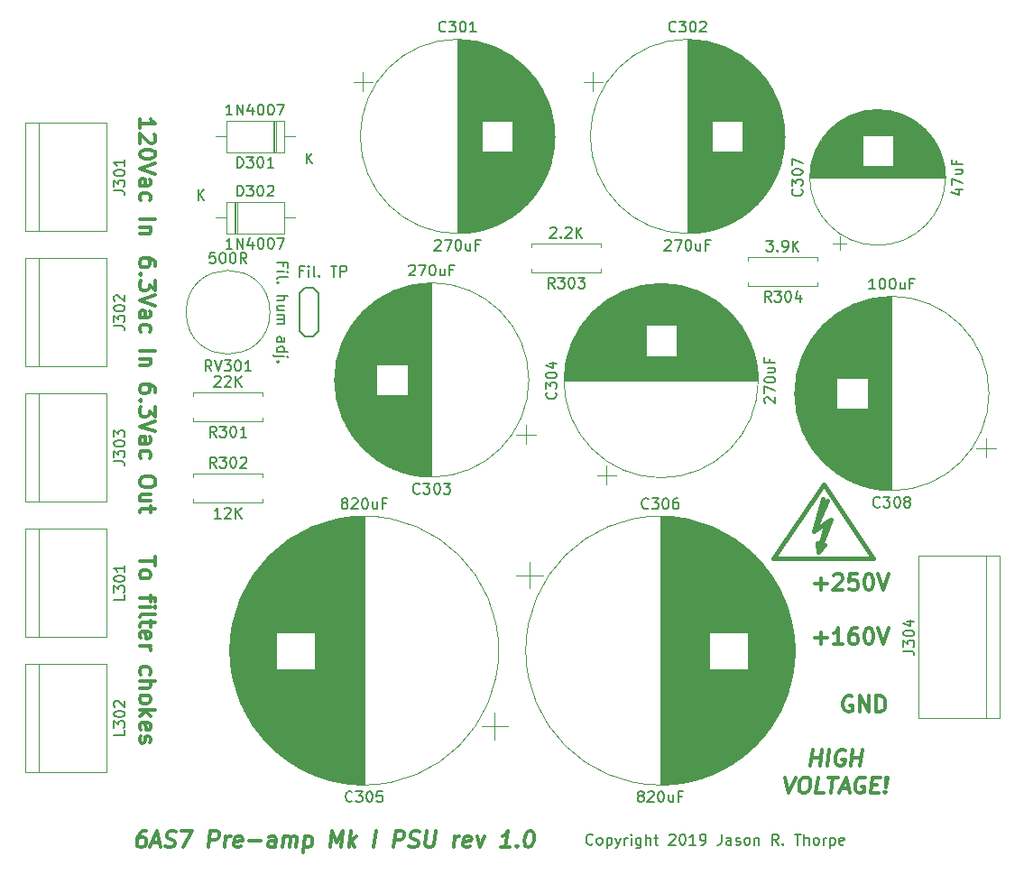
<source format=gbr>
G04 #@! TF.GenerationSoftware,KiCad,Pcbnew,(5.1.4-0-10_14)*
G04 #@! TF.CreationDate,2019-09-24T11:38:50-07:00*
G04 #@! TF.ProjectId,STPre6080PSU,53545072-6536-4303-9830-5053552e6b69,1.0*
G04 #@! TF.SameCoordinates,Original*
G04 #@! TF.FileFunction,Legend,Top*
G04 #@! TF.FilePolarity,Positive*
%FSLAX46Y46*%
G04 Gerber Fmt 4.6, Leading zero omitted, Abs format (unit mm)*
G04 Created by KiCad (PCBNEW (5.1.4-0-10_14)) date 2019-09-24 11:38:50*
%MOMM*%
%LPD*%
G04 APERTURE LIST*
%ADD10C,0.300000*%
%ADD11C,0.150000*%
%ADD12C,0.381000*%
%ADD13C,0.120000*%
G04 APERTURE END LIST*
D10*
X166432500Y-128943571D02*
X166620000Y-127443571D01*
X166530714Y-128157857D02*
X167387857Y-128157857D01*
X167289642Y-128943571D02*
X167477142Y-127443571D01*
X168003928Y-128943571D02*
X168191428Y-127443571D01*
X169682500Y-127515000D02*
X169548571Y-127443571D01*
X169334285Y-127443571D01*
X169111071Y-127515000D01*
X168950357Y-127657857D01*
X168861071Y-127800714D01*
X168753928Y-128086428D01*
X168727142Y-128300714D01*
X168762857Y-128586428D01*
X168816428Y-128729285D01*
X168941428Y-128872142D01*
X169146785Y-128943571D01*
X169289642Y-128943571D01*
X169512857Y-128872142D01*
X169593214Y-128800714D01*
X169655714Y-128300714D01*
X169370000Y-128300714D01*
X170218214Y-128943571D02*
X170405714Y-127443571D01*
X170316428Y-128157857D02*
X171173571Y-128157857D01*
X171075357Y-128943571D02*
X171262857Y-127443571D01*
X164048571Y-129993571D02*
X164361071Y-131493571D01*
X165048571Y-129993571D01*
X165834285Y-129993571D02*
X166120000Y-129993571D01*
X166253928Y-130065000D01*
X166378928Y-130207857D01*
X166414642Y-130493571D01*
X166352142Y-130993571D01*
X166245000Y-131279285D01*
X166084285Y-131422142D01*
X165932500Y-131493571D01*
X165646785Y-131493571D01*
X165512857Y-131422142D01*
X165387857Y-131279285D01*
X165352142Y-130993571D01*
X165414642Y-130493571D01*
X165521785Y-130207857D01*
X165682500Y-130065000D01*
X165834285Y-129993571D01*
X167646785Y-131493571D02*
X166932500Y-131493571D01*
X167120000Y-129993571D01*
X168120000Y-129993571D02*
X168977142Y-129993571D01*
X168361071Y-131493571D02*
X168548571Y-129993571D01*
X169271785Y-131065000D02*
X169986071Y-131065000D01*
X169075357Y-131493571D02*
X169762857Y-129993571D01*
X170075357Y-131493571D01*
X171539642Y-130065000D02*
X171405714Y-129993571D01*
X171191428Y-129993571D01*
X170968214Y-130065000D01*
X170807500Y-130207857D01*
X170718214Y-130350714D01*
X170611071Y-130636428D01*
X170584285Y-130850714D01*
X170620000Y-131136428D01*
X170673571Y-131279285D01*
X170798571Y-131422142D01*
X171003928Y-131493571D01*
X171146785Y-131493571D01*
X171370000Y-131422142D01*
X171450357Y-131350714D01*
X171512857Y-130850714D01*
X171227142Y-130850714D01*
X172173571Y-130707857D02*
X172673571Y-130707857D01*
X172789642Y-131493571D02*
X172075357Y-131493571D01*
X172262857Y-129993571D01*
X172977142Y-129993571D01*
X173450357Y-131350714D02*
X173512857Y-131422142D01*
X173432500Y-131493571D01*
X173370000Y-131422142D01*
X173450357Y-131350714D01*
X173432500Y-131493571D01*
X173503928Y-130922142D02*
X173539642Y-130065000D01*
X173620000Y-129993571D01*
X173682500Y-130065000D01*
X173503928Y-130922142D01*
X173620000Y-129993571D01*
D11*
X116911428Y-82050476D02*
X116911428Y-81717142D01*
X116387619Y-81717142D02*
X117387619Y-81717142D01*
X117387619Y-82193333D01*
X116387619Y-82574285D02*
X117054285Y-82574285D01*
X117387619Y-82574285D02*
X117340000Y-82526666D01*
X117292380Y-82574285D01*
X117340000Y-82621904D01*
X117387619Y-82574285D01*
X117292380Y-82574285D01*
X116387619Y-83193333D02*
X116435238Y-83098095D01*
X116530476Y-83050476D01*
X117387619Y-83050476D01*
X116482857Y-83574285D02*
X116435238Y-83621904D01*
X116387619Y-83574285D01*
X116435238Y-83526666D01*
X116482857Y-83574285D01*
X116387619Y-83574285D01*
X116387619Y-84812380D02*
X117387619Y-84812380D01*
X116387619Y-85240952D02*
X116911428Y-85240952D01*
X117006666Y-85193333D01*
X117054285Y-85098095D01*
X117054285Y-84955238D01*
X117006666Y-84860000D01*
X116959047Y-84812380D01*
X117054285Y-86145714D02*
X116387619Y-86145714D01*
X117054285Y-85717142D02*
X116530476Y-85717142D01*
X116435238Y-85764761D01*
X116387619Y-85860000D01*
X116387619Y-86002857D01*
X116435238Y-86098095D01*
X116482857Y-86145714D01*
X116387619Y-86621904D02*
X117054285Y-86621904D01*
X116959047Y-86621904D02*
X117006666Y-86669523D01*
X117054285Y-86764761D01*
X117054285Y-86907619D01*
X117006666Y-87002857D01*
X116911428Y-87050476D01*
X116387619Y-87050476D01*
X116911428Y-87050476D02*
X117006666Y-87098095D01*
X117054285Y-87193333D01*
X117054285Y-87336190D01*
X117006666Y-87431428D01*
X116911428Y-87479047D01*
X116387619Y-87479047D01*
X116387619Y-89145714D02*
X116911428Y-89145714D01*
X117006666Y-89098095D01*
X117054285Y-89002857D01*
X117054285Y-88812380D01*
X117006666Y-88717142D01*
X116435238Y-89145714D02*
X116387619Y-89050476D01*
X116387619Y-88812380D01*
X116435238Y-88717142D01*
X116530476Y-88669523D01*
X116625714Y-88669523D01*
X116720952Y-88717142D01*
X116768571Y-88812380D01*
X116768571Y-89050476D01*
X116816190Y-89145714D01*
X116387619Y-90050476D02*
X117387619Y-90050476D01*
X116435238Y-90050476D02*
X116387619Y-89955238D01*
X116387619Y-89764761D01*
X116435238Y-89669523D01*
X116482857Y-89621904D01*
X116578095Y-89574285D01*
X116863809Y-89574285D01*
X116959047Y-89621904D01*
X117006666Y-89669523D01*
X117054285Y-89764761D01*
X117054285Y-89955238D01*
X117006666Y-90050476D01*
X117054285Y-90526666D02*
X116197142Y-90526666D01*
X116101904Y-90479047D01*
X116054285Y-90383809D01*
X116054285Y-90336190D01*
X117387619Y-90526666D02*
X117340000Y-90479047D01*
X117292380Y-90526666D01*
X117340000Y-90574285D01*
X117387619Y-90526666D01*
X117292380Y-90526666D01*
X116482857Y-91002857D02*
X116435238Y-91050476D01*
X116387619Y-91002857D01*
X116435238Y-90955238D01*
X116482857Y-91002857D01*
X116387619Y-91002857D01*
X145980000Y-136247142D02*
X145932380Y-136294761D01*
X145789523Y-136342380D01*
X145694285Y-136342380D01*
X145551428Y-136294761D01*
X145456190Y-136199523D01*
X145408571Y-136104285D01*
X145360952Y-135913809D01*
X145360952Y-135770952D01*
X145408571Y-135580476D01*
X145456190Y-135485238D01*
X145551428Y-135390000D01*
X145694285Y-135342380D01*
X145789523Y-135342380D01*
X145932380Y-135390000D01*
X145980000Y-135437619D01*
X146551428Y-136342380D02*
X146456190Y-136294761D01*
X146408571Y-136247142D01*
X146360952Y-136151904D01*
X146360952Y-135866190D01*
X146408571Y-135770952D01*
X146456190Y-135723333D01*
X146551428Y-135675714D01*
X146694285Y-135675714D01*
X146789523Y-135723333D01*
X146837142Y-135770952D01*
X146884761Y-135866190D01*
X146884761Y-136151904D01*
X146837142Y-136247142D01*
X146789523Y-136294761D01*
X146694285Y-136342380D01*
X146551428Y-136342380D01*
X147313333Y-135675714D02*
X147313333Y-136675714D01*
X147313333Y-135723333D02*
X147408571Y-135675714D01*
X147599047Y-135675714D01*
X147694285Y-135723333D01*
X147741904Y-135770952D01*
X147789523Y-135866190D01*
X147789523Y-136151904D01*
X147741904Y-136247142D01*
X147694285Y-136294761D01*
X147599047Y-136342380D01*
X147408571Y-136342380D01*
X147313333Y-136294761D01*
X148122857Y-135675714D02*
X148360952Y-136342380D01*
X148599047Y-135675714D02*
X148360952Y-136342380D01*
X148265714Y-136580476D01*
X148218095Y-136628095D01*
X148122857Y-136675714D01*
X148980000Y-136342380D02*
X148980000Y-135675714D01*
X148980000Y-135866190D02*
X149027619Y-135770952D01*
X149075238Y-135723333D01*
X149170476Y-135675714D01*
X149265714Y-135675714D01*
X149599047Y-136342380D02*
X149599047Y-135675714D01*
X149599047Y-135342380D02*
X149551428Y-135390000D01*
X149599047Y-135437619D01*
X149646666Y-135390000D01*
X149599047Y-135342380D01*
X149599047Y-135437619D01*
X150503809Y-135675714D02*
X150503809Y-136485238D01*
X150456190Y-136580476D01*
X150408571Y-136628095D01*
X150313333Y-136675714D01*
X150170476Y-136675714D01*
X150075238Y-136628095D01*
X150503809Y-136294761D02*
X150408571Y-136342380D01*
X150218095Y-136342380D01*
X150122857Y-136294761D01*
X150075238Y-136247142D01*
X150027619Y-136151904D01*
X150027619Y-135866190D01*
X150075238Y-135770952D01*
X150122857Y-135723333D01*
X150218095Y-135675714D01*
X150408571Y-135675714D01*
X150503809Y-135723333D01*
X150980000Y-136342380D02*
X150980000Y-135342380D01*
X151408571Y-136342380D02*
X151408571Y-135818571D01*
X151360952Y-135723333D01*
X151265714Y-135675714D01*
X151122857Y-135675714D01*
X151027619Y-135723333D01*
X150980000Y-135770952D01*
X151741904Y-135675714D02*
X152122857Y-135675714D01*
X151884761Y-135342380D02*
X151884761Y-136199523D01*
X151932380Y-136294761D01*
X152027619Y-136342380D01*
X152122857Y-136342380D01*
X153170476Y-135437619D02*
X153218095Y-135390000D01*
X153313333Y-135342380D01*
X153551428Y-135342380D01*
X153646666Y-135390000D01*
X153694285Y-135437619D01*
X153741904Y-135532857D01*
X153741904Y-135628095D01*
X153694285Y-135770952D01*
X153122857Y-136342380D01*
X153741904Y-136342380D01*
X154360952Y-135342380D02*
X154456190Y-135342380D01*
X154551428Y-135390000D01*
X154599047Y-135437619D01*
X154646666Y-135532857D01*
X154694285Y-135723333D01*
X154694285Y-135961428D01*
X154646666Y-136151904D01*
X154599047Y-136247142D01*
X154551428Y-136294761D01*
X154456190Y-136342380D01*
X154360952Y-136342380D01*
X154265714Y-136294761D01*
X154218095Y-136247142D01*
X154170476Y-136151904D01*
X154122857Y-135961428D01*
X154122857Y-135723333D01*
X154170476Y-135532857D01*
X154218095Y-135437619D01*
X154265714Y-135390000D01*
X154360952Y-135342380D01*
X155646666Y-136342380D02*
X155075238Y-136342380D01*
X155360952Y-136342380D02*
X155360952Y-135342380D01*
X155265714Y-135485238D01*
X155170476Y-135580476D01*
X155075238Y-135628095D01*
X156122857Y-136342380D02*
X156313333Y-136342380D01*
X156408571Y-136294761D01*
X156456190Y-136247142D01*
X156551428Y-136104285D01*
X156599047Y-135913809D01*
X156599047Y-135532857D01*
X156551428Y-135437619D01*
X156503809Y-135390000D01*
X156408571Y-135342380D01*
X156218095Y-135342380D01*
X156122857Y-135390000D01*
X156075238Y-135437619D01*
X156027619Y-135532857D01*
X156027619Y-135770952D01*
X156075238Y-135866190D01*
X156122857Y-135913809D01*
X156218095Y-135961428D01*
X156408571Y-135961428D01*
X156503809Y-135913809D01*
X156551428Y-135866190D01*
X156599047Y-135770952D01*
X158075238Y-135342380D02*
X158075238Y-136056666D01*
X158027619Y-136199523D01*
X157932380Y-136294761D01*
X157789523Y-136342380D01*
X157694285Y-136342380D01*
X158979999Y-136342380D02*
X158979999Y-135818571D01*
X158932380Y-135723333D01*
X158837142Y-135675714D01*
X158646666Y-135675714D01*
X158551428Y-135723333D01*
X158979999Y-136294761D02*
X158884761Y-136342380D01*
X158646666Y-136342380D01*
X158551428Y-136294761D01*
X158503809Y-136199523D01*
X158503809Y-136104285D01*
X158551428Y-136009047D01*
X158646666Y-135961428D01*
X158884761Y-135961428D01*
X158979999Y-135913809D01*
X159408571Y-136294761D02*
X159503809Y-136342380D01*
X159694285Y-136342380D01*
X159789523Y-136294761D01*
X159837142Y-136199523D01*
X159837142Y-136151904D01*
X159789523Y-136056666D01*
X159694285Y-136009047D01*
X159551428Y-136009047D01*
X159456190Y-135961428D01*
X159408571Y-135866190D01*
X159408571Y-135818571D01*
X159456190Y-135723333D01*
X159551428Y-135675714D01*
X159694285Y-135675714D01*
X159789523Y-135723333D01*
X160408571Y-136342380D02*
X160313333Y-136294761D01*
X160265714Y-136247142D01*
X160218095Y-136151904D01*
X160218095Y-135866190D01*
X160265714Y-135770952D01*
X160313333Y-135723333D01*
X160408571Y-135675714D01*
X160551428Y-135675714D01*
X160646666Y-135723333D01*
X160694285Y-135770952D01*
X160741904Y-135866190D01*
X160741904Y-136151904D01*
X160694285Y-136247142D01*
X160646666Y-136294761D01*
X160551428Y-136342380D01*
X160408571Y-136342380D01*
X161170476Y-135675714D02*
X161170476Y-136342380D01*
X161170476Y-135770952D02*
X161218095Y-135723333D01*
X161313333Y-135675714D01*
X161456190Y-135675714D01*
X161551428Y-135723333D01*
X161599047Y-135818571D01*
X161599047Y-136342380D01*
X163408571Y-136342380D02*
X163075238Y-135866190D01*
X162837142Y-136342380D02*
X162837142Y-135342380D01*
X163218095Y-135342380D01*
X163313333Y-135390000D01*
X163360952Y-135437619D01*
X163408571Y-135532857D01*
X163408571Y-135675714D01*
X163360952Y-135770952D01*
X163313333Y-135818571D01*
X163218095Y-135866190D01*
X162837142Y-135866190D01*
X163837142Y-136247142D02*
X163884761Y-136294761D01*
X163837142Y-136342380D01*
X163789523Y-136294761D01*
X163837142Y-136247142D01*
X163837142Y-136342380D01*
X164932380Y-135342380D02*
X165503809Y-135342380D01*
X165218095Y-136342380D02*
X165218095Y-135342380D01*
X165837142Y-136342380D02*
X165837142Y-135342380D01*
X166265714Y-136342380D02*
X166265714Y-135818571D01*
X166218095Y-135723333D01*
X166122857Y-135675714D01*
X165980000Y-135675714D01*
X165884761Y-135723333D01*
X165837142Y-135770952D01*
X166884761Y-136342380D02*
X166789523Y-136294761D01*
X166741904Y-136247142D01*
X166694285Y-136151904D01*
X166694285Y-135866190D01*
X166741904Y-135770952D01*
X166789523Y-135723333D01*
X166884761Y-135675714D01*
X167027619Y-135675714D01*
X167122857Y-135723333D01*
X167170476Y-135770952D01*
X167218095Y-135866190D01*
X167218095Y-136151904D01*
X167170476Y-136247142D01*
X167122857Y-136294761D01*
X167027619Y-136342380D01*
X166884761Y-136342380D01*
X167646666Y-136342380D02*
X167646666Y-135675714D01*
X167646666Y-135866190D02*
X167694285Y-135770952D01*
X167741904Y-135723333D01*
X167837142Y-135675714D01*
X167932380Y-135675714D01*
X168265714Y-135675714D02*
X168265714Y-136675714D01*
X168265714Y-135723333D02*
X168360952Y-135675714D01*
X168551428Y-135675714D01*
X168646666Y-135723333D01*
X168694285Y-135770952D01*
X168741904Y-135866190D01*
X168741904Y-136151904D01*
X168694285Y-136247142D01*
X168646666Y-136294761D01*
X168551428Y-136342380D01*
X168360952Y-136342380D01*
X168265714Y-136294761D01*
X169551428Y-136294761D02*
X169456190Y-136342380D01*
X169265714Y-136342380D01*
X169170476Y-136294761D01*
X169122857Y-136199523D01*
X169122857Y-135818571D01*
X169170476Y-135723333D01*
X169265714Y-135675714D01*
X169456190Y-135675714D01*
X169551428Y-135723333D01*
X169599047Y-135818571D01*
X169599047Y-135913809D01*
X169122857Y-136009047D01*
D10*
X104058571Y-135068571D02*
X103772857Y-135068571D01*
X103621071Y-135140000D01*
X103540714Y-135211428D01*
X103371071Y-135425714D01*
X103263928Y-135711428D01*
X103192500Y-136282857D01*
X103246071Y-136425714D01*
X103308571Y-136497142D01*
X103442500Y-136568571D01*
X103728214Y-136568571D01*
X103880000Y-136497142D01*
X103960357Y-136425714D01*
X104049642Y-136282857D01*
X104094285Y-135925714D01*
X104040714Y-135782857D01*
X103978214Y-135711428D01*
X103844285Y-135640000D01*
X103558571Y-135640000D01*
X103406785Y-135711428D01*
X103326428Y-135782857D01*
X103237142Y-135925714D01*
X104638928Y-136140000D02*
X105353214Y-136140000D01*
X104442500Y-136568571D02*
X105130000Y-135068571D01*
X105442500Y-136568571D01*
X105880000Y-136497142D02*
X106085357Y-136568571D01*
X106442500Y-136568571D01*
X106594285Y-136497142D01*
X106674642Y-136425714D01*
X106763928Y-136282857D01*
X106781785Y-136140000D01*
X106728214Y-135997142D01*
X106665714Y-135925714D01*
X106531785Y-135854285D01*
X106255000Y-135782857D01*
X106121071Y-135711428D01*
X106058571Y-135640000D01*
X106005000Y-135497142D01*
X106022857Y-135354285D01*
X106112142Y-135211428D01*
X106192500Y-135140000D01*
X106344285Y-135068571D01*
X106701428Y-135068571D01*
X106906785Y-135140000D01*
X107415714Y-135068571D02*
X108415714Y-135068571D01*
X107585357Y-136568571D01*
X109942500Y-136568571D02*
X110130000Y-135068571D01*
X110701428Y-135068571D01*
X110835357Y-135140000D01*
X110897857Y-135211428D01*
X110951428Y-135354285D01*
X110924642Y-135568571D01*
X110835357Y-135711428D01*
X110755000Y-135782857D01*
X110603214Y-135854285D01*
X110031785Y-135854285D01*
X111442500Y-136568571D02*
X111567500Y-135568571D01*
X111531785Y-135854285D02*
X111621071Y-135711428D01*
X111701428Y-135640000D01*
X111853214Y-135568571D01*
X111996071Y-135568571D01*
X112951428Y-136497142D02*
X112799642Y-136568571D01*
X112513928Y-136568571D01*
X112380000Y-136497142D01*
X112326428Y-136354285D01*
X112397857Y-135782857D01*
X112487142Y-135640000D01*
X112638928Y-135568571D01*
X112924642Y-135568571D01*
X113058571Y-135640000D01*
X113112142Y-135782857D01*
X113094285Y-135925714D01*
X112362142Y-136068571D01*
X113728214Y-135997142D02*
X114871071Y-135997142D01*
X116156785Y-136568571D02*
X116254999Y-135782857D01*
X116201428Y-135640000D01*
X116067499Y-135568571D01*
X115781785Y-135568571D01*
X115629999Y-135640000D01*
X116165714Y-136497142D02*
X116013928Y-136568571D01*
X115656785Y-136568571D01*
X115522857Y-136497142D01*
X115469285Y-136354285D01*
X115487142Y-136211428D01*
X115576428Y-136068571D01*
X115728214Y-135997142D01*
X116085357Y-135997142D01*
X116237142Y-135925714D01*
X116871071Y-136568571D02*
X116996071Y-135568571D01*
X116978214Y-135711428D02*
X117058571Y-135640000D01*
X117210357Y-135568571D01*
X117424642Y-135568571D01*
X117558571Y-135640000D01*
X117612142Y-135782857D01*
X117513928Y-136568571D01*
X117612142Y-135782857D02*
X117701428Y-135640000D01*
X117853214Y-135568571D01*
X118067499Y-135568571D01*
X118201428Y-135640000D01*
X118254999Y-135782857D01*
X118156785Y-136568571D01*
X118996071Y-135568571D02*
X118808571Y-137068571D01*
X118987142Y-135640000D02*
X119138928Y-135568571D01*
X119424642Y-135568571D01*
X119558571Y-135640000D01*
X119621071Y-135711428D01*
X119674642Y-135854285D01*
X119621071Y-136282857D01*
X119531785Y-136425714D01*
X119451428Y-136497142D01*
X119299642Y-136568571D01*
X119013928Y-136568571D01*
X118879999Y-136497142D01*
X121371071Y-136568571D02*
X121558571Y-135068571D01*
X121924642Y-136140000D01*
X122558571Y-135068571D01*
X122371071Y-136568571D01*
X123085357Y-136568571D02*
X123272857Y-135068571D01*
X123299642Y-135997142D02*
X123656785Y-136568571D01*
X123781785Y-135568571D02*
X123138928Y-136140000D01*
X125442499Y-136568571D02*
X125629999Y-135068571D01*
X127299642Y-136568571D02*
X127487142Y-135068571D01*
X128058571Y-135068571D01*
X128192499Y-135140000D01*
X128254999Y-135211428D01*
X128308571Y-135354285D01*
X128281785Y-135568571D01*
X128192499Y-135711428D01*
X128112142Y-135782857D01*
X127960357Y-135854285D01*
X127388928Y-135854285D01*
X128737142Y-136497142D02*
X128942499Y-136568571D01*
X129299642Y-136568571D01*
X129451428Y-136497142D01*
X129531785Y-136425714D01*
X129621071Y-136282857D01*
X129638928Y-136140000D01*
X129585357Y-135997142D01*
X129522857Y-135925714D01*
X129388928Y-135854285D01*
X129112142Y-135782857D01*
X128978214Y-135711428D01*
X128915714Y-135640000D01*
X128862142Y-135497142D01*
X128879999Y-135354285D01*
X128969285Y-135211428D01*
X129049642Y-135140000D01*
X129201428Y-135068571D01*
X129558571Y-135068571D01*
X129763928Y-135140000D01*
X130415714Y-135068571D02*
X130263928Y-136282857D01*
X130317499Y-136425714D01*
X130379999Y-136497142D01*
X130513928Y-136568571D01*
X130799642Y-136568571D01*
X130951428Y-136497142D01*
X131031785Y-136425714D01*
X131121071Y-136282857D01*
X131272857Y-135068571D01*
X132942499Y-136568571D02*
X133067499Y-135568571D01*
X133031785Y-135854285D02*
X133121071Y-135711428D01*
X133201428Y-135640000D01*
X133353214Y-135568571D01*
X133496071Y-135568571D01*
X134451428Y-136497142D02*
X134299642Y-136568571D01*
X134013928Y-136568571D01*
X133879999Y-136497142D01*
X133826428Y-136354285D01*
X133897857Y-135782857D01*
X133987142Y-135640000D01*
X134138928Y-135568571D01*
X134424642Y-135568571D01*
X134558571Y-135640000D01*
X134612142Y-135782857D01*
X134594285Y-135925714D01*
X133862142Y-136068571D01*
X135138928Y-135568571D02*
X135371071Y-136568571D01*
X135853214Y-135568571D01*
X138228214Y-136568571D02*
X137371071Y-136568571D01*
X137799642Y-136568571D02*
X137987142Y-135068571D01*
X137817500Y-135282857D01*
X137656785Y-135425714D01*
X137504999Y-135497142D01*
X138888928Y-136425714D02*
X138951428Y-136497142D01*
X138871071Y-136568571D01*
X138808571Y-136497142D01*
X138888928Y-136425714D01*
X138871071Y-136568571D01*
X140058571Y-135068571D02*
X140201428Y-135068571D01*
X140335357Y-135140000D01*
X140397857Y-135211428D01*
X140451428Y-135354285D01*
X140487142Y-135640000D01*
X140442499Y-135997142D01*
X140335357Y-136282857D01*
X140246071Y-136425714D01*
X140165714Y-136497142D01*
X140013928Y-136568571D01*
X139871071Y-136568571D01*
X139737142Y-136497142D01*
X139674642Y-136425714D01*
X139621071Y-136282857D01*
X139585357Y-135997142D01*
X139629999Y-135640000D01*
X139737142Y-135354285D01*
X139826428Y-135211428D01*
X139906785Y-135140000D01*
X140058571Y-135068571D01*
X166822857Y-111867142D02*
X167965714Y-111867142D01*
X167394285Y-112438571D02*
X167394285Y-111295714D01*
X168608571Y-111081428D02*
X168680000Y-111010000D01*
X168822857Y-110938571D01*
X169180000Y-110938571D01*
X169322857Y-111010000D01*
X169394285Y-111081428D01*
X169465714Y-111224285D01*
X169465714Y-111367142D01*
X169394285Y-111581428D01*
X168537142Y-112438571D01*
X169465714Y-112438571D01*
X170822857Y-110938571D02*
X170108571Y-110938571D01*
X170037142Y-111652857D01*
X170108571Y-111581428D01*
X170251428Y-111510000D01*
X170608571Y-111510000D01*
X170751428Y-111581428D01*
X170822857Y-111652857D01*
X170894285Y-111795714D01*
X170894285Y-112152857D01*
X170822857Y-112295714D01*
X170751428Y-112367142D01*
X170608571Y-112438571D01*
X170251428Y-112438571D01*
X170108571Y-112367142D01*
X170037142Y-112295714D01*
X171822857Y-110938571D02*
X171965714Y-110938571D01*
X172108571Y-111010000D01*
X172180000Y-111081428D01*
X172251428Y-111224285D01*
X172322857Y-111510000D01*
X172322857Y-111867142D01*
X172251428Y-112152857D01*
X172180000Y-112295714D01*
X172108571Y-112367142D01*
X171965714Y-112438571D01*
X171822857Y-112438571D01*
X171680000Y-112367142D01*
X171608571Y-112295714D01*
X171537142Y-112152857D01*
X171465714Y-111867142D01*
X171465714Y-111510000D01*
X171537142Y-111224285D01*
X171608571Y-111081428D01*
X171680000Y-111010000D01*
X171822857Y-110938571D01*
X172751428Y-110938571D02*
X173251428Y-112438571D01*
X173751428Y-110938571D01*
X166822857Y-116947142D02*
X167965714Y-116947142D01*
X167394285Y-117518571D02*
X167394285Y-116375714D01*
X169465714Y-117518571D02*
X168608571Y-117518571D01*
X169037142Y-117518571D02*
X169037142Y-116018571D01*
X168894285Y-116232857D01*
X168751428Y-116375714D01*
X168608571Y-116447142D01*
X170751428Y-116018571D02*
X170465714Y-116018571D01*
X170322857Y-116090000D01*
X170251428Y-116161428D01*
X170108571Y-116375714D01*
X170037142Y-116661428D01*
X170037142Y-117232857D01*
X170108571Y-117375714D01*
X170180000Y-117447142D01*
X170322857Y-117518571D01*
X170608571Y-117518571D01*
X170751428Y-117447142D01*
X170822857Y-117375714D01*
X170894285Y-117232857D01*
X170894285Y-116875714D01*
X170822857Y-116732857D01*
X170751428Y-116661428D01*
X170608571Y-116590000D01*
X170322857Y-116590000D01*
X170180000Y-116661428D01*
X170108571Y-116732857D01*
X170037142Y-116875714D01*
X171822857Y-116018571D02*
X171965714Y-116018571D01*
X172108571Y-116090000D01*
X172180000Y-116161428D01*
X172251428Y-116304285D01*
X172322857Y-116590000D01*
X172322857Y-116947142D01*
X172251428Y-117232857D01*
X172180000Y-117375714D01*
X172108571Y-117447142D01*
X171965714Y-117518571D01*
X171822857Y-117518571D01*
X171680000Y-117447142D01*
X171608571Y-117375714D01*
X171537142Y-117232857D01*
X171465714Y-116947142D01*
X171465714Y-116590000D01*
X171537142Y-116304285D01*
X171608571Y-116161428D01*
X171680000Y-116090000D01*
X171822857Y-116018571D01*
X172751428Y-116018571D02*
X173251428Y-117518571D01*
X173751428Y-116018571D01*
X170307142Y-122440000D02*
X170164285Y-122368571D01*
X169950000Y-122368571D01*
X169735714Y-122440000D01*
X169592857Y-122582857D01*
X169521428Y-122725714D01*
X169450000Y-123011428D01*
X169450000Y-123225714D01*
X169521428Y-123511428D01*
X169592857Y-123654285D01*
X169735714Y-123797142D01*
X169950000Y-123868571D01*
X170092857Y-123868571D01*
X170307142Y-123797142D01*
X170378571Y-123725714D01*
X170378571Y-123225714D01*
X170092857Y-123225714D01*
X171021428Y-123868571D02*
X171021428Y-122368571D01*
X171878571Y-123868571D01*
X171878571Y-122368571D01*
X172592857Y-123868571D02*
X172592857Y-122368571D01*
X172950000Y-122368571D01*
X173164285Y-122440000D01*
X173307142Y-122582857D01*
X173378571Y-122725714D01*
X173450000Y-123011428D01*
X173450000Y-123225714D01*
X173378571Y-123511428D01*
X173307142Y-123654285D01*
X173164285Y-123797142D01*
X172950000Y-123868571D01*
X172592857Y-123868571D01*
X104961428Y-109288571D02*
X104961428Y-110145714D01*
X103461428Y-109717142D02*
X104961428Y-109717142D01*
X103461428Y-110860000D02*
X103532857Y-110717142D01*
X103604285Y-110645714D01*
X103747142Y-110574285D01*
X104175714Y-110574285D01*
X104318571Y-110645714D01*
X104390000Y-110717142D01*
X104461428Y-110860000D01*
X104461428Y-111074285D01*
X104390000Y-111217142D01*
X104318571Y-111288571D01*
X104175714Y-111360000D01*
X103747142Y-111360000D01*
X103604285Y-111288571D01*
X103532857Y-111217142D01*
X103461428Y-111074285D01*
X103461428Y-110860000D01*
X104461428Y-112931428D02*
X104461428Y-113502857D01*
X103461428Y-113145714D02*
X104747142Y-113145714D01*
X104890000Y-113217142D01*
X104961428Y-113360000D01*
X104961428Y-113502857D01*
X103461428Y-114002857D02*
X104461428Y-114002857D01*
X104961428Y-114002857D02*
X104890000Y-113931428D01*
X104818571Y-114002857D01*
X104890000Y-114074285D01*
X104961428Y-114002857D01*
X104818571Y-114002857D01*
X103461428Y-114931428D02*
X103532857Y-114788571D01*
X103675714Y-114717142D01*
X104961428Y-114717142D01*
X104461428Y-115288571D02*
X104461428Y-115860000D01*
X104961428Y-115502857D02*
X103675714Y-115502857D01*
X103532857Y-115574285D01*
X103461428Y-115717142D01*
X103461428Y-115860000D01*
X103532857Y-116931428D02*
X103461428Y-116788571D01*
X103461428Y-116502857D01*
X103532857Y-116360000D01*
X103675714Y-116288571D01*
X104247142Y-116288571D01*
X104390000Y-116360000D01*
X104461428Y-116502857D01*
X104461428Y-116788571D01*
X104390000Y-116931428D01*
X104247142Y-117002857D01*
X104104285Y-117002857D01*
X103961428Y-116288571D01*
X103461428Y-117645714D02*
X104461428Y-117645714D01*
X104175714Y-117645714D02*
X104318571Y-117717142D01*
X104390000Y-117788571D01*
X104461428Y-117931428D01*
X104461428Y-118074285D01*
X103532857Y-120360000D02*
X103461428Y-120217142D01*
X103461428Y-119931428D01*
X103532857Y-119788571D01*
X103604285Y-119717142D01*
X103747142Y-119645714D01*
X104175714Y-119645714D01*
X104318571Y-119717142D01*
X104390000Y-119788571D01*
X104461428Y-119931428D01*
X104461428Y-120217142D01*
X104390000Y-120360000D01*
X103461428Y-121002857D02*
X104961428Y-121002857D01*
X103461428Y-121645714D02*
X104247142Y-121645714D01*
X104390000Y-121574285D01*
X104461428Y-121431428D01*
X104461428Y-121217142D01*
X104390000Y-121074285D01*
X104318571Y-121002857D01*
X103461428Y-122574285D02*
X103532857Y-122431428D01*
X103604285Y-122360000D01*
X103747142Y-122288571D01*
X104175714Y-122288571D01*
X104318571Y-122360000D01*
X104390000Y-122431428D01*
X104461428Y-122574285D01*
X104461428Y-122788571D01*
X104390000Y-122931428D01*
X104318571Y-123002857D01*
X104175714Y-123074285D01*
X103747142Y-123074285D01*
X103604285Y-123002857D01*
X103532857Y-122931428D01*
X103461428Y-122788571D01*
X103461428Y-122574285D01*
X103461428Y-123717142D02*
X104961428Y-123717142D01*
X104032857Y-123860000D02*
X103461428Y-124288571D01*
X104461428Y-124288571D02*
X103890000Y-123717142D01*
X103532857Y-125502857D02*
X103461428Y-125360000D01*
X103461428Y-125074285D01*
X103532857Y-124931428D01*
X103675714Y-124860000D01*
X104247142Y-124860000D01*
X104390000Y-124931428D01*
X104461428Y-125074285D01*
X104461428Y-125360000D01*
X104390000Y-125502857D01*
X104247142Y-125574285D01*
X104104285Y-125574285D01*
X103961428Y-124860000D01*
X103532857Y-126145714D02*
X103461428Y-126288571D01*
X103461428Y-126574285D01*
X103532857Y-126717142D01*
X103675714Y-126788571D01*
X103747142Y-126788571D01*
X103890000Y-126717142D01*
X103961428Y-126574285D01*
X103961428Y-126360000D01*
X104032857Y-126217142D01*
X104175714Y-126145714D01*
X104247142Y-126145714D01*
X104390000Y-126217142D01*
X104461428Y-126360000D01*
X104461428Y-126574285D01*
X104390000Y-126717142D01*
X104961428Y-93845714D02*
X104961428Y-93560000D01*
X104890000Y-93417142D01*
X104818571Y-93345714D01*
X104604285Y-93202857D01*
X104318571Y-93131428D01*
X103747142Y-93131428D01*
X103604285Y-93202857D01*
X103532857Y-93274285D01*
X103461428Y-93417142D01*
X103461428Y-93702857D01*
X103532857Y-93845714D01*
X103604285Y-93917142D01*
X103747142Y-93988571D01*
X104104285Y-93988571D01*
X104247142Y-93917142D01*
X104318571Y-93845714D01*
X104390000Y-93702857D01*
X104390000Y-93417142D01*
X104318571Y-93274285D01*
X104247142Y-93202857D01*
X104104285Y-93131428D01*
X103604285Y-94631428D02*
X103532857Y-94702857D01*
X103461428Y-94631428D01*
X103532857Y-94560000D01*
X103604285Y-94631428D01*
X103461428Y-94631428D01*
X104961428Y-95202857D02*
X104961428Y-96131428D01*
X104390000Y-95631428D01*
X104390000Y-95845714D01*
X104318571Y-95988571D01*
X104247142Y-96060000D01*
X104104285Y-96131428D01*
X103747142Y-96131428D01*
X103604285Y-96060000D01*
X103532857Y-95988571D01*
X103461428Y-95845714D01*
X103461428Y-95417142D01*
X103532857Y-95274285D01*
X103604285Y-95202857D01*
X104961428Y-96560000D02*
X103461428Y-97060000D01*
X104961428Y-97560000D01*
X103461428Y-98702857D02*
X104247142Y-98702857D01*
X104390000Y-98631428D01*
X104461428Y-98488571D01*
X104461428Y-98202857D01*
X104390000Y-98060000D01*
X103532857Y-98702857D02*
X103461428Y-98560000D01*
X103461428Y-98202857D01*
X103532857Y-98060000D01*
X103675714Y-97988571D01*
X103818571Y-97988571D01*
X103961428Y-98060000D01*
X104032857Y-98202857D01*
X104032857Y-98560000D01*
X104104285Y-98702857D01*
X103532857Y-100060000D02*
X103461428Y-99917142D01*
X103461428Y-99631428D01*
X103532857Y-99488571D01*
X103604285Y-99417142D01*
X103747142Y-99345714D01*
X104175714Y-99345714D01*
X104318571Y-99417142D01*
X104390000Y-99488571D01*
X104461428Y-99631428D01*
X104461428Y-99917142D01*
X104390000Y-100060000D01*
X104961428Y-102131428D02*
X104961428Y-102417142D01*
X104890000Y-102560000D01*
X104747142Y-102702857D01*
X104461428Y-102774285D01*
X103961428Y-102774285D01*
X103675714Y-102702857D01*
X103532857Y-102560000D01*
X103461428Y-102417142D01*
X103461428Y-102131428D01*
X103532857Y-101988571D01*
X103675714Y-101845714D01*
X103961428Y-101774285D01*
X104461428Y-101774285D01*
X104747142Y-101845714D01*
X104890000Y-101988571D01*
X104961428Y-102131428D01*
X104461428Y-104060000D02*
X103461428Y-104060000D01*
X104461428Y-103417142D02*
X103675714Y-103417142D01*
X103532857Y-103488571D01*
X103461428Y-103631428D01*
X103461428Y-103845714D01*
X103532857Y-103988571D01*
X103604285Y-104060000D01*
X104461428Y-104560000D02*
X104461428Y-105131428D01*
X104961428Y-104774285D02*
X103675714Y-104774285D01*
X103532857Y-104845714D01*
X103461428Y-104988571D01*
X103461428Y-105131428D01*
X104961428Y-82002857D02*
X104961428Y-81717142D01*
X104890000Y-81574285D01*
X104818571Y-81502857D01*
X104604285Y-81360000D01*
X104318571Y-81288571D01*
X103747142Y-81288571D01*
X103604285Y-81360000D01*
X103532857Y-81431428D01*
X103461428Y-81574285D01*
X103461428Y-81860000D01*
X103532857Y-82002857D01*
X103604285Y-82074285D01*
X103747142Y-82145714D01*
X104104285Y-82145714D01*
X104247142Y-82074285D01*
X104318571Y-82002857D01*
X104390000Y-81860000D01*
X104390000Y-81574285D01*
X104318571Y-81431428D01*
X104247142Y-81360000D01*
X104104285Y-81288571D01*
X103604285Y-82788571D02*
X103532857Y-82860000D01*
X103461428Y-82788571D01*
X103532857Y-82717142D01*
X103604285Y-82788571D01*
X103461428Y-82788571D01*
X104961428Y-83360000D02*
X104961428Y-84288571D01*
X104390000Y-83788571D01*
X104390000Y-84002857D01*
X104318571Y-84145714D01*
X104247142Y-84217142D01*
X104104285Y-84288571D01*
X103747142Y-84288571D01*
X103604285Y-84217142D01*
X103532857Y-84145714D01*
X103461428Y-84002857D01*
X103461428Y-83574285D01*
X103532857Y-83431428D01*
X103604285Y-83360000D01*
X104961428Y-84717142D02*
X103461428Y-85217142D01*
X104961428Y-85717142D01*
X103461428Y-86860000D02*
X104247142Y-86860000D01*
X104390000Y-86788571D01*
X104461428Y-86645714D01*
X104461428Y-86360000D01*
X104390000Y-86217142D01*
X103532857Y-86860000D02*
X103461428Y-86717142D01*
X103461428Y-86360000D01*
X103532857Y-86217142D01*
X103675714Y-86145714D01*
X103818571Y-86145714D01*
X103961428Y-86217142D01*
X104032857Y-86360000D01*
X104032857Y-86717142D01*
X104104285Y-86860000D01*
X103532857Y-88217142D02*
X103461428Y-88074285D01*
X103461428Y-87788571D01*
X103532857Y-87645714D01*
X103604285Y-87574285D01*
X103747142Y-87502857D01*
X104175714Y-87502857D01*
X104318571Y-87574285D01*
X104390000Y-87645714D01*
X104461428Y-87788571D01*
X104461428Y-88074285D01*
X104390000Y-88217142D01*
X103461428Y-90002857D02*
X104961428Y-90002857D01*
X104461428Y-90717142D02*
X103461428Y-90717142D01*
X104318571Y-90717142D02*
X104390000Y-90788571D01*
X104461428Y-90931428D01*
X104461428Y-91145714D01*
X104390000Y-91288571D01*
X104247142Y-91360000D01*
X103461428Y-91360000D01*
X103461428Y-69088571D02*
X103461428Y-68231428D01*
X103461428Y-68660000D02*
X104961428Y-68660000D01*
X104747142Y-68517142D01*
X104604285Y-68374285D01*
X104532857Y-68231428D01*
X104818571Y-69660000D02*
X104890000Y-69731428D01*
X104961428Y-69874285D01*
X104961428Y-70231428D01*
X104890000Y-70374285D01*
X104818571Y-70445714D01*
X104675714Y-70517142D01*
X104532857Y-70517142D01*
X104318571Y-70445714D01*
X103461428Y-69588571D01*
X103461428Y-70517142D01*
X104961428Y-71445714D02*
X104961428Y-71588571D01*
X104890000Y-71731428D01*
X104818571Y-71802857D01*
X104675714Y-71874285D01*
X104390000Y-71945714D01*
X104032857Y-71945714D01*
X103747142Y-71874285D01*
X103604285Y-71802857D01*
X103532857Y-71731428D01*
X103461428Y-71588571D01*
X103461428Y-71445714D01*
X103532857Y-71302857D01*
X103604285Y-71231428D01*
X103747142Y-71160000D01*
X104032857Y-71088571D01*
X104390000Y-71088571D01*
X104675714Y-71160000D01*
X104818571Y-71231428D01*
X104890000Y-71302857D01*
X104961428Y-71445714D01*
X104961428Y-72374285D02*
X103461428Y-72874285D01*
X104961428Y-73374285D01*
X103461428Y-74517142D02*
X104247142Y-74517142D01*
X104390000Y-74445714D01*
X104461428Y-74302857D01*
X104461428Y-74017142D01*
X104390000Y-73874285D01*
X103532857Y-74517142D02*
X103461428Y-74374285D01*
X103461428Y-74017142D01*
X103532857Y-73874285D01*
X103675714Y-73802857D01*
X103818571Y-73802857D01*
X103961428Y-73874285D01*
X104032857Y-74017142D01*
X104032857Y-74374285D01*
X104104285Y-74517142D01*
X103532857Y-75874285D02*
X103461428Y-75731428D01*
X103461428Y-75445714D01*
X103532857Y-75302857D01*
X103604285Y-75231428D01*
X103747142Y-75160000D01*
X104175714Y-75160000D01*
X104318571Y-75231428D01*
X104390000Y-75302857D01*
X104461428Y-75445714D01*
X104461428Y-75731428D01*
X104390000Y-75874285D01*
X103461428Y-77660000D02*
X104961428Y-77660000D01*
X104461428Y-78374285D02*
X103461428Y-78374285D01*
X104318571Y-78374285D02*
X104390000Y-78445714D01*
X104461428Y-78588571D01*
X104461428Y-78802857D01*
X104390000Y-78945714D01*
X104247142Y-79017142D01*
X103461428Y-79017142D01*
D12*
X162941000Y-109474000D02*
X167640000Y-102489000D01*
X172339000Y-109474000D02*
X162941000Y-109474000D01*
X167640000Y-102489000D02*
X172339000Y-109474000D01*
X167142160Y-108879640D02*
X167040560Y-107980480D01*
X167939720Y-106080560D02*
X167142160Y-108879640D01*
X166740840Y-106880660D02*
X167939720Y-106080560D01*
X167540940Y-103880920D02*
X166740840Y-106880660D01*
X167142160Y-108879640D02*
X167741600Y-108181140D01*
X166740840Y-106880660D02*
X168041320Y-104079040D01*
X168341040Y-105780840D02*
X167741600Y-106179620D01*
X167142160Y-108879640D02*
X168341040Y-105780840D01*
D11*
X119780000Y-84060000D02*
X120280000Y-84560000D01*
X118980000Y-84060000D02*
X119780000Y-84060000D01*
X118480000Y-84560000D02*
X118980000Y-84060000D01*
X118480000Y-88160000D02*
X118480000Y-84560000D01*
X118980000Y-88660000D02*
X118480000Y-88160000D01*
X119780000Y-88660000D02*
X118980000Y-88660000D01*
X120280000Y-88160000D02*
X119780000Y-88660000D01*
X120280000Y-84560000D02*
X120280000Y-88160000D01*
D13*
X142410000Y-69850000D02*
G75*
G03X142410000Y-69850000I-9120000J0D01*
G01*
X133290000Y-60769000D02*
X133290000Y-78931000D01*
X133330000Y-60770000D02*
X133330000Y-78930000D01*
X133370000Y-60770000D02*
X133370000Y-78930000D01*
X133410000Y-60770000D02*
X133410000Y-78930000D01*
X133450000Y-60771000D02*
X133450000Y-78929000D01*
X133490000Y-60772000D02*
X133490000Y-78928000D01*
X133530000Y-60773000D02*
X133530000Y-78927000D01*
X133570000Y-60774000D02*
X133570000Y-78926000D01*
X133610000Y-60775000D02*
X133610000Y-78925000D01*
X133650000Y-60777000D02*
X133650000Y-78923000D01*
X133690000Y-60778000D02*
X133690000Y-78922000D01*
X133730000Y-60780000D02*
X133730000Y-78920000D01*
X133770000Y-60782000D02*
X133770000Y-78918000D01*
X133810000Y-60784000D02*
X133810000Y-78916000D01*
X133850000Y-60787000D02*
X133850000Y-78913000D01*
X133890000Y-60789000D02*
X133890000Y-78911000D01*
X133930000Y-60792000D02*
X133930000Y-78908000D01*
X133970000Y-60795000D02*
X133970000Y-78905000D01*
X134011000Y-60798000D02*
X134011000Y-78902000D01*
X134051000Y-60801000D02*
X134051000Y-78899000D01*
X134091000Y-60805000D02*
X134091000Y-78895000D01*
X134131000Y-60808000D02*
X134131000Y-78892000D01*
X134171000Y-60812000D02*
X134171000Y-78888000D01*
X134211000Y-60816000D02*
X134211000Y-78884000D01*
X134251000Y-60820000D02*
X134251000Y-78880000D01*
X134291000Y-60824000D02*
X134291000Y-78876000D01*
X134331000Y-60829000D02*
X134331000Y-78871000D01*
X134371000Y-60834000D02*
X134371000Y-78866000D01*
X134411000Y-60839000D02*
X134411000Y-78861000D01*
X134451000Y-60844000D02*
X134451000Y-78856000D01*
X134491000Y-60849000D02*
X134491000Y-78851000D01*
X134531000Y-60854000D02*
X134531000Y-78846000D01*
X134571000Y-60860000D02*
X134571000Y-78840000D01*
X134611000Y-60866000D02*
X134611000Y-78834000D01*
X134651000Y-60871000D02*
X134651000Y-78829000D01*
X134691000Y-60878000D02*
X134691000Y-78822000D01*
X134731000Y-60884000D02*
X134731000Y-78816000D01*
X134771000Y-60890000D02*
X134771000Y-78810000D01*
X134811000Y-60897000D02*
X134811000Y-78803000D01*
X134851000Y-60904000D02*
X134851000Y-78796000D01*
X134891000Y-60911000D02*
X134891000Y-78789000D01*
X134931000Y-60918000D02*
X134931000Y-78782000D01*
X134971000Y-60926000D02*
X134971000Y-78774000D01*
X135011000Y-60933000D02*
X135011000Y-78767000D01*
X135051000Y-60941000D02*
X135051000Y-78759000D01*
X135091000Y-60949000D02*
X135091000Y-78751000D01*
X135131000Y-60957000D02*
X135131000Y-78743000D01*
X135171000Y-60965000D02*
X135171000Y-78735000D01*
X135211000Y-60974000D02*
X135211000Y-78726000D01*
X135251000Y-60983000D02*
X135251000Y-78717000D01*
X135291000Y-60992000D02*
X135291000Y-78708000D01*
X135331000Y-61001000D02*
X135331000Y-78699000D01*
X135371000Y-61010000D02*
X135371000Y-78690000D01*
X135411000Y-61019000D02*
X135411000Y-78681000D01*
X135451000Y-61029000D02*
X135451000Y-78671000D01*
X135491000Y-61039000D02*
X135491000Y-78661000D01*
X135531000Y-61049000D02*
X135531000Y-78651000D01*
X135571000Y-61059000D02*
X135571000Y-78641000D01*
X135611000Y-61070000D02*
X135611000Y-68410000D01*
X135611000Y-71290000D02*
X135611000Y-78630000D01*
X135651000Y-61080000D02*
X135651000Y-68410000D01*
X135651000Y-71290000D02*
X135651000Y-78620000D01*
X135691000Y-61091000D02*
X135691000Y-68410000D01*
X135691000Y-71290000D02*
X135691000Y-78609000D01*
X135731000Y-61102000D02*
X135731000Y-68410000D01*
X135731000Y-71290000D02*
X135731000Y-78598000D01*
X135771000Y-61113000D02*
X135771000Y-68410000D01*
X135771000Y-71290000D02*
X135771000Y-78587000D01*
X135811000Y-61125000D02*
X135811000Y-68410000D01*
X135811000Y-71290000D02*
X135811000Y-78575000D01*
X135851000Y-61136000D02*
X135851000Y-68410000D01*
X135851000Y-71290000D02*
X135851000Y-78564000D01*
X135891000Y-61148000D02*
X135891000Y-68410000D01*
X135891000Y-71290000D02*
X135891000Y-78552000D01*
X135931000Y-61160000D02*
X135931000Y-68410000D01*
X135931000Y-71290000D02*
X135931000Y-78540000D01*
X135971000Y-61172000D02*
X135971000Y-68410000D01*
X135971000Y-71290000D02*
X135971000Y-78528000D01*
X136011000Y-61185000D02*
X136011000Y-68410000D01*
X136011000Y-71290000D02*
X136011000Y-78515000D01*
X136051000Y-61197000D02*
X136051000Y-68410000D01*
X136051000Y-71290000D02*
X136051000Y-78503000D01*
X136091000Y-61210000D02*
X136091000Y-68410000D01*
X136091000Y-71290000D02*
X136091000Y-78490000D01*
X136131000Y-61223000D02*
X136131000Y-68410000D01*
X136131000Y-71290000D02*
X136131000Y-78477000D01*
X136171000Y-61236000D02*
X136171000Y-68410000D01*
X136171000Y-71290000D02*
X136171000Y-78464000D01*
X136211000Y-61250000D02*
X136211000Y-68410000D01*
X136211000Y-71290000D02*
X136211000Y-78450000D01*
X136251000Y-61263000D02*
X136251000Y-68410000D01*
X136251000Y-71290000D02*
X136251000Y-78437000D01*
X136291000Y-61277000D02*
X136291000Y-68410000D01*
X136291000Y-71290000D02*
X136291000Y-78423000D01*
X136331000Y-61291000D02*
X136331000Y-68410000D01*
X136331000Y-71290000D02*
X136331000Y-78409000D01*
X136371000Y-61305000D02*
X136371000Y-68410000D01*
X136371000Y-71290000D02*
X136371000Y-78395000D01*
X136411000Y-61320000D02*
X136411000Y-68410000D01*
X136411000Y-71290000D02*
X136411000Y-78380000D01*
X136451000Y-61334000D02*
X136451000Y-68410000D01*
X136451000Y-71290000D02*
X136451000Y-78366000D01*
X136491000Y-61349000D02*
X136491000Y-68410000D01*
X136491000Y-71290000D02*
X136491000Y-78351000D01*
X136531000Y-61364000D02*
X136531000Y-68410000D01*
X136531000Y-71290000D02*
X136531000Y-78336000D01*
X136571000Y-61380000D02*
X136571000Y-68410000D01*
X136571000Y-71290000D02*
X136571000Y-78320000D01*
X136611000Y-61395000D02*
X136611000Y-68410000D01*
X136611000Y-71290000D02*
X136611000Y-78305000D01*
X136651000Y-61411000D02*
X136651000Y-68410000D01*
X136651000Y-71290000D02*
X136651000Y-78289000D01*
X136691000Y-61427000D02*
X136691000Y-68410000D01*
X136691000Y-71290000D02*
X136691000Y-78273000D01*
X136731000Y-61443000D02*
X136731000Y-68410000D01*
X136731000Y-71290000D02*
X136731000Y-78257000D01*
X136771000Y-61460000D02*
X136771000Y-68410000D01*
X136771000Y-71290000D02*
X136771000Y-78240000D01*
X136811000Y-61476000D02*
X136811000Y-68410000D01*
X136811000Y-71290000D02*
X136811000Y-78224000D01*
X136851000Y-61493000D02*
X136851000Y-68410000D01*
X136851000Y-71290000D02*
X136851000Y-78207000D01*
X136891000Y-61510000D02*
X136891000Y-68410000D01*
X136891000Y-71290000D02*
X136891000Y-78190000D01*
X136931000Y-61527000D02*
X136931000Y-68410000D01*
X136931000Y-71290000D02*
X136931000Y-78173000D01*
X136971000Y-61545000D02*
X136971000Y-68410000D01*
X136971000Y-71290000D02*
X136971000Y-78155000D01*
X137011000Y-61563000D02*
X137011000Y-68410000D01*
X137011000Y-71290000D02*
X137011000Y-78137000D01*
X137051000Y-61581000D02*
X137051000Y-68410000D01*
X137051000Y-71290000D02*
X137051000Y-78119000D01*
X137091000Y-61599000D02*
X137091000Y-68410000D01*
X137091000Y-71290000D02*
X137091000Y-78101000D01*
X137131000Y-61617000D02*
X137131000Y-68410000D01*
X137131000Y-71290000D02*
X137131000Y-78083000D01*
X137171000Y-61636000D02*
X137171000Y-68410000D01*
X137171000Y-71290000D02*
X137171000Y-78064000D01*
X137211000Y-61655000D02*
X137211000Y-68410000D01*
X137211000Y-71290000D02*
X137211000Y-78045000D01*
X137251000Y-61674000D02*
X137251000Y-68410000D01*
X137251000Y-71290000D02*
X137251000Y-78026000D01*
X137291000Y-61694000D02*
X137291000Y-68410000D01*
X137291000Y-71290000D02*
X137291000Y-78006000D01*
X137331000Y-61713000D02*
X137331000Y-68410000D01*
X137331000Y-71290000D02*
X137331000Y-77987000D01*
X137371000Y-61733000D02*
X137371000Y-68410000D01*
X137371000Y-71290000D02*
X137371000Y-77967000D01*
X137411000Y-61753000D02*
X137411000Y-68410000D01*
X137411000Y-71290000D02*
X137411000Y-77947000D01*
X137451000Y-61774000D02*
X137451000Y-68410000D01*
X137451000Y-71290000D02*
X137451000Y-77926000D01*
X137491000Y-61794000D02*
X137491000Y-68410000D01*
X137491000Y-71290000D02*
X137491000Y-77906000D01*
X137531000Y-61815000D02*
X137531000Y-68410000D01*
X137531000Y-71290000D02*
X137531000Y-77885000D01*
X137571000Y-61836000D02*
X137571000Y-68410000D01*
X137571000Y-71290000D02*
X137571000Y-77864000D01*
X137611000Y-61858000D02*
X137611000Y-68410000D01*
X137611000Y-71290000D02*
X137611000Y-77842000D01*
X137651000Y-61879000D02*
X137651000Y-68410000D01*
X137651000Y-71290000D02*
X137651000Y-77821000D01*
X137691000Y-61901000D02*
X137691000Y-68410000D01*
X137691000Y-71290000D02*
X137691000Y-77799000D01*
X137731000Y-61923000D02*
X137731000Y-68410000D01*
X137731000Y-71290000D02*
X137731000Y-77777000D01*
X137771000Y-61946000D02*
X137771000Y-68410000D01*
X137771000Y-71290000D02*
X137771000Y-77754000D01*
X137811000Y-61968000D02*
X137811000Y-68410000D01*
X137811000Y-71290000D02*
X137811000Y-77732000D01*
X137851000Y-61991000D02*
X137851000Y-68410000D01*
X137851000Y-71290000D02*
X137851000Y-77709000D01*
X137891000Y-62015000D02*
X137891000Y-68410000D01*
X137891000Y-71290000D02*
X137891000Y-77685000D01*
X137931000Y-62038000D02*
X137931000Y-68410000D01*
X137931000Y-71290000D02*
X137931000Y-77662000D01*
X137971000Y-62062000D02*
X137971000Y-68410000D01*
X137971000Y-71290000D02*
X137971000Y-77638000D01*
X138011000Y-62086000D02*
X138011000Y-68410000D01*
X138011000Y-71290000D02*
X138011000Y-77614000D01*
X138051000Y-62110000D02*
X138051000Y-68410000D01*
X138051000Y-71290000D02*
X138051000Y-77590000D01*
X138091000Y-62135000D02*
X138091000Y-68410000D01*
X138091000Y-71290000D02*
X138091000Y-77565000D01*
X138131000Y-62160000D02*
X138131000Y-68410000D01*
X138131000Y-71290000D02*
X138131000Y-77540000D01*
X138171000Y-62185000D02*
X138171000Y-68410000D01*
X138171000Y-71290000D02*
X138171000Y-77515000D01*
X138211000Y-62210000D02*
X138211000Y-68410000D01*
X138211000Y-71290000D02*
X138211000Y-77490000D01*
X138251000Y-62236000D02*
X138251000Y-68410000D01*
X138251000Y-71290000D02*
X138251000Y-77464000D01*
X138291000Y-62262000D02*
X138291000Y-68410000D01*
X138291000Y-71290000D02*
X138291000Y-77438000D01*
X138331000Y-62289000D02*
X138331000Y-68410000D01*
X138331000Y-71290000D02*
X138331000Y-77411000D01*
X138371000Y-62315000D02*
X138371000Y-68410000D01*
X138371000Y-71290000D02*
X138371000Y-77385000D01*
X138411000Y-62342000D02*
X138411000Y-68410000D01*
X138411000Y-71290000D02*
X138411000Y-77358000D01*
X138451000Y-62370000D02*
X138451000Y-68410000D01*
X138451000Y-71290000D02*
X138451000Y-77330000D01*
X138491000Y-62397000D02*
X138491000Y-77303000D01*
X138531000Y-62425000D02*
X138531000Y-77275000D01*
X138571000Y-62453000D02*
X138571000Y-77247000D01*
X138611000Y-62482000D02*
X138611000Y-77218000D01*
X138651000Y-62511000D02*
X138651000Y-77189000D01*
X138691000Y-62540000D02*
X138691000Y-77160000D01*
X138731000Y-62570000D02*
X138731000Y-77130000D01*
X138771000Y-62600000D02*
X138771000Y-77100000D01*
X138811000Y-62630000D02*
X138811000Y-77070000D01*
X138851000Y-62660000D02*
X138851000Y-77040000D01*
X138891000Y-62691000D02*
X138891000Y-77009000D01*
X138931000Y-62723000D02*
X138931000Y-76977000D01*
X138971000Y-62754000D02*
X138971000Y-76946000D01*
X139011000Y-62786000D02*
X139011000Y-76914000D01*
X139051000Y-62819000D02*
X139051000Y-76881000D01*
X139091000Y-62851000D02*
X139091000Y-76849000D01*
X139131000Y-62885000D02*
X139131000Y-76815000D01*
X139171000Y-62918000D02*
X139171000Y-76782000D01*
X139211000Y-62952000D02*
X139211000Y-76748000D01*
X139251000Y-62986000D02*
X139251000Y-76714000D01*
X139291000Y-63021000D02*
X139291000Y-76679000D01*
X139331000Y-63056000D02*
X139331000Y-76644000D01*
X139371000Y-63092000D02*
X139371000Y-76608000D01*
X139411000Y-63128000D02*
X139411000Y-76572000D01*
X139451000Y-63164000D02*
X139451000Y-76536000D01*
X139491000Y-63201000D02*
X139491000Y-76499000D01*
X139531000Y-63238000D02*
X139531000Y-76462000D01*
X139571000Y-63276000D02*
X139571000Y-76424000D01*
X139611000Y-63314000D02*
X139611000Y-76386000D01*
X139651000Y-63353000D02*
X139651000Y-76347000D01*
X139691000Y-63392000D02*
X139691000Y-76308000D01*
X139731000Y-63432000D02*
X139731000Y-76268000D01*
X139771000Y-63472000D02*
X139771000Y-76228000D01*
X139811000Y-63513000D02*
X139811000Y-76187000D01*
X139851000Y-63554000D02*
X139851000Y-76146000D01*
X139891000Y-63596000D02*
X139891000Y-76104000D01*
X139931000Y-63638000D02*
X139931000Y-76062000D01*
X139971000Y-63680000D02*
X139971000Y-76020000D01*
X140011000Y-63724000D02*
X140011000Y-75976000D01*
X140051000Y-63768000D02*
X140051000Y-75932000D01*
X140091000Y-63812000D02*
X140091000Y-75888000D01*
X140131000Y-63857000D02*
X140131000Y-75843000D01*
X140171000Y-63903000D02*
X140171000Y-75797000D01*
X140211000Y-63949000D02*
X140211000Y-75751000D01*
X140251000Y-63996000D02*
X140251000Y-75704000D01*
X140291000Y-64044000D02*
X140291000Y-75656000D01*
X140331000Y-64092000D02*
X140331000Y-75608000D01*
X140371000Y-64141000D02*
X140371000Y-75559000D01*
X140411000Y-64190000D02*
X140411000Y-75510000D01*
X140451000Y-64241000D02*
X140451000Y-75459000D01*
X140491000Y-64292000D02*
X140491000Y-75408000D01*
X140531000Y-64344000D02*
X140531000Y-75356000D01*
X140571000Y-64396000D02*
X140571000Y-75304000D01*
X140611000Y-64450000D02*
X140611000Y-75250000D01*
X140651000Y-64504000D02*
X140651000Y-75196000D01*
X140691000Y-64559000D02*
X140691000Y-75141000D01*
X140731000Y-64615000D02*
X140731000Y-75085000D01*
X140771000Y-64672000D02*
X140771000Y-75028000D01*
X140811000Y-64730000D02*
X140811000Y-74970000D01*
X140851000Y-64788000D02*
X140851000Y-74912000D01*
X140891000Y-64848000D02*
X140891000Y-74852000D01*
X140931000Y-64909000D02*
X140931000Y-74791000D01*
X140971000Y-64971000D02*
X140971000Y-74729000D01*
X141011000Y-65034000D02*
X141011000Y-74666000D01*
X141051000Y-65098000D02*
X141051000Y-74602000D01*
X141091000Y-65164000D02*
X141091000Y-74536000D01*
X141131000Y-65230000D02*
X141131000Y-74470000D01*
X141171000Y-65298000D02*
X141171000Y-74402000D01*
X141211000Y-65368000D02*
X141211000Y-74332000D01*
X141251000Y-65438000D02*
X141251000Y-74262000D01*
X141291000Y-65511000D02*
X141291000Y-74189000D01*
X141331000Y-65585000D02*
X141331000Y-74115000D01*
X141371000Y-65660000D02*
X141371000Y-74040000D01*
X141411000Y-65737000D02*
X141411000Y-73963000D01*
X141451000Y-65817000D02*
X141451000Y-73883000D01*
X141490000Y-65898000D02*
X141490000Y-73802000D01*
X141530000Y-65981000D02*
X141530000Y-73719000D01*
X141570000Y-66066000D02*
X141570000Y-73634000D01*
X141610000Y-66154000D02*
X141610000Y-73546000D01*
X141650000Y-66245000D02*
X141650000Y-73455000D01*
X141690000Y-66338000D02*
X141690000Y-73362000D01*
X141730000Y-66434000D02*
X141730000Y-73266000D01*
X141770000Y-66533000D02*
X141770000Y-73167000D01*
X141810000Y-66636000D02*
X141810000Y-73064000D01*
X141850000Y-66743000D02*
X141850000Y-72957000D01*
X141890000Y-66854000D02*
X141890000Y-72846000D01*
X141930000Y-66970000D02*
X141930000Y-72730000D01*
X141970000Y-67091000D02*
X141970000Y-72609000D01*
X142010000Y-67218000D02*
X142010000Y-72482000D01*
X142050000Y-67352000D02*
X142050000Y-72348000D01*
X142090000Y-67495000D02*
X142090000Y-72205000D01*
X142130000Y-67647000D02*
X142130000Y-72053000D01*
X142170000Y-67811000D02*
X142170000Y-71889000D01*
X142210000Y-67990000D02*
X142210000Y-71710000D01*
X142250000Y-68189000D02*
X142250000Y-71511000D01*
X142290000Y-68415000D02*
X142290000Y-71285000D01*
X142330000Y-68684000D02*
X142330000Y-71016000D01*
X142370000Y-69036000D02*
X142370000Y-70664000D01*
X142410000Y-69810000D02*
X142410000Y-69890000D01*
X123530560Y-64735000D02*
X125330560Y-64735000D01*
X124430560Y-63835000D02*
X124430560Y-65635000D01*
X146020560Y-63835000D02*
X146020560Y-65635000D01*
X145120560Y-64735000D02*
X146920560Y-64735000D01*
X164000000Y-69810000D02*
X164000000Y-69890000D01*
X163960000Y-69036000D02*
X163960000Y-70664000D01*
X163920000Y-68684000D02*
X163920000Y-71016000D01*
X163880000Y-68415000D02*
X163880000Y-71285000D01*
X163840000Y-68189000D02*
X163840000Y-71511000D01*
X163800000Y-67990000D02*
X163800000Y-71710000D01*
X163760000Y-67811000D02*
X163760000Y-71889000D01*
X163720000Y-67647000D02*
X163720000Y-72053000D01*
X163680000Y-67495000D02*
X163680000Y-72205000D01*
X163640000Y-67352000D02*
X163640000Y-72348000D01*
X163600000Y-67218000D02*
X163600000Y-72482000D01*
X163560000Y-67091000D02*
X163560000Y-72609000D01*
X163520000Y-66970000D02*
X163520000Y-72730000D01*
X163480000Y-66854000D02*
X163480000Y-72846000D01*
X163440000Y-66743000D02*
X163440000Y-72957000D01*
X163400000Y-66636000D02*
X163400000Y-73064000D01*
X163360000Y-66533000D02*
X163360000Y-73167000D01*
X163320000Y-66434000D02*
X163320000Y-73266000D01*
X163280000Y-66338000D02*
X163280000Y-73362000D01*
X163240000Y-66245000D02*
X163240000Y-73455000D01*
X163200000Y-66154000D02*
X163200000Y-73546000D01*
X163160000Y-66066000D02*
X163160000Y-73634000D01*
X163120000Y-65981000D02*
X163120000Y-73719000D01*
X163080000Y-65898000D02*
X163080000Y-73802000D01*
X163041000Y-65817000D02*
X163041000Y-73883000D01*
X163001000Y-65737000D02*
X163001000Y-73963000D01*
X162961000Y-65660000D02*
X162961000Y-74040000D01*
X162921000Y-65585000D02*
X162921000Y-74115000D01*
X162881000Y-65511000D02*
X162881000Y-74189000D01*
X162841000Y-65438000D02*
X162841000Y-74262000D01*
X162801000Y-65368000D02*
X162801000Y-74332000D01*
X162761000Y-65298000D02*
X162761000Y-74402000D01*
X162721000Y-65230000D02*
X162721000Y-74470000D01*
X162681000Y-65164000D02*
X162681000Y-74536000D01*
X162641000Y-65098000D02*
X162641000Y-74602000D01*
X162601000Y-65034000D02*
X162601000Y-74666000D01*
X162561000Y-64971000D02*
X162561000Y-74729000D01*
X162521000Y-64909000D02*
X162521000Y-74791000D01*
X162481000Y-64848000D02*
X162481000Y-74852000D01*
X162441000Y-64788000D02*
X162441000Y-74912000D01*
X162401000Y-64730000D02*
X162401000Y-74970000D01*
X162361000Y-64672000D02*
X162361000Y-75028000D01*
X162321000Y-64615000D02*
X162321000Y-75085000D01*
X162281000Y-64559000D02*
X162281000Y-75141000D01*
X162241000Y-64504000D02*
X162241000Y-75196000D01*
X162201000Y-64450000D02*
X162201000Y-75250000D01*
X162161000Y-64396000D02*
X162161000Y-75304000D01*
X162121000Y-64344000D02*
X162121000Y-75356000D01*
X162081000Y-64292000D02*
X162081000Y-75408000D01*
X162041000Y-64241000D02*
X162041000Y-75459000D01*
X162001000Y-64190000D02*
X162001000Y-75510000D01*
X161961000Y-64141000D02*
X161961000Y-75559000D01*
X161921000Y-64092000D02*
X161921000Y-75608000D01*
X161881000Y-64044000D02*
X161881000Y-75656000D01*
X161841000Y-63996000D02*
X161841000Y-75704000D01*
X161801000Y-63949000D02*
X161801000Y-75751000D01*
X161761000Y-63903000D02*
X161761000Y-75797000D01*
X161721000Y-63857000D02*
X161721000Y-75843000D01*
X161681000Y-63812000D02*
X161681000Y-75888000D01*
X161641000Y-63768000D02*
X161641000Y-75932000D01*
X161601000Y-63724000D02*
X161601000Y-75976000D01*
X161561000Y-63680000D02*
X161561000Y-76020000D01*
X161521000Y-63638000D02*
X161521000Y-76062000D01*
X161481000Y-63596000D02*
X161481000Y-76104000D01*
X161441000Y-63554000D02*
X161441000Y-76146000D01*
X161401000Y-63513000D02*
X161401000Y-76187000D01*
X161361000Y-63472000D02*
X161361000Y-76228000D01*
X161321000Y-63432000D02*
X161321000Y-76268000D01*
X161281000Y-63392000D02*
X161281000Y-76308000D01*
X161241000Y-63353000D02*
X161241000Y-76347000D01*
X161201000Y-63314000D02*
X161201000Y-76386000D01*
X161161000Y-63276000D02*
X161161000Y-76424000D01*
X161121000Y-63238000D02*
X161121000Y-76462000D01*
X161081000Y-63201000D02*
X161081000Y-76499000D01*
X161041000Y-63164000D02*
X161041000Y-76536000D01*
X161001000Y-63128000D02*
X161001000Y-76572000D01*
X160961000Y-63092000D02*
X160961000Y-76608000D01*
X160921000Y-63056000D02*
X160921000Y-76644000D01*
X160881000Y-63021000D02*
X160881000Y-76679000D01*
X160841000Y-62986000D02*
X160841000Y-76714000D01*
X160801000Y-62952000D02*
X160801000Y-76748000D01*
X160761000Y-62918000D02*
X160761000Y-76782000D01*
X160721000Y-62885000D02*
X160721000Y-76815000D01*
X160681000Y-62851000D02*
X160681000Y-76849000D01*
X160641000Y-62819000D02*
X160641000Y-76881000D01*
X160601000Y-62786000D02*
X160601000Y-76914000D01*
X160561000Y-62754000D02*
X160561000Y-76946000D01*
X160521000Y-62723000D02*
X160521000Y-76977000D01*
X160481000Y-62691000D02*
X160481000Y-77009000D01*
X160441000Y-62660000D02*
X160441000Y-77040000D01*
X160401000Y-62630000D02*
X160401000Y-77070000D01*
X160361000Y-62600000D02*
X160361000Y-77100000D01*
X160321000Y-62570000D02*
X160321000Y-77130000D01*
X160281000Y-62540000D02*
X160281000Y-77160000D01*
X160241000Y-62511000D02*
X160241000Y-77189000D01*
X160201000Y-62482000D02*
X160201000Y-77218000D01*
X160161000Y-62453000D02*
X160161000Y-77247000D01*
X160121000Y-62425000D02*
X160121000Y-77275000D01*
X160081000Y-62397000D02*
X160081000Y-77303000D01*
X160041000Y-71290000D02*
X160041000Y-77330000D01*
X160041000Y-62370000D02*
X160041000Y-68410000D01*
X160001000Y-71290000D02*
X160001000Y-77358000D01*
X160001000Y-62342000D02*
X160001000Y-68410000D01*
X159961000Y-71290000D02*
X159961000Y-77385000D01*
X159961000Y-62315000D02*
X159961000Y-68410000D01*
X159921000Y-71290000D02*
X159921000Y-77411000D01*
X159921000Y-62289000D02*
X159921000Y-68410000D01*
X159881000Y-71290000D02*
X159881000Y-77438000D01*
X159881000Y-62262000D02*
X159881000Y-68410000D01*
X159841000Y-71290000D02*
X159841000Y-77464000D01*
X159841000Y-62236000D02*
X159841000Y-68410000D01*
X159801000Y-71290000D02*
X159801000Y-77490000D01*
X159801000Y-62210000D02*
X159801000Y-68410000D01*
X159761000Y-71290000D02*
X159761000Y-77515000D01*
X159761000Y-62185000D02*
X159761000Y-68410000D01*
X159721000Y-71290000D02*
X159721000Y-77540000D01*
X159721000Y-62160000D02*
X159721000Y-68410000D01*
X159681000Y-71290000D02*
X159681000Y-77565000D01*
X159681000Y-62135000D02*
X159681000Y-68410000D01*
X159641000Y-71290000D02*
X159641000Y-77590000D01*
X159641000Y-62110000D02*
X159641000Y-68410000D01*
X159601000Y-71290000D02*
X159601000Y-77614000D01*
X159601000Y-62086000D02*
X159601000Y-68410000D01*
X159561000Y-71290000D02*
X159561000Y-77638000D01*
X159561000Y-62062000D02*
X159561000Y-68410000D01*
X159521000Y-71290000D02*
X159521000Y-77662000D01*
X159521000Y-62038000D02*
X159521000Y-68410000D01*
X159481000Y-71290000D02*
X159481000Y-77685000D01*
X159481000Y-62015000D02*
X159481000Y-68410000D01*
X159441000Y-71290000D02*
X159441000Y-77709000D01*
X159441000Y-61991000D02*
X159441000Y-68410000D01*
X159401000Y-71290000D02*
X159401000Y-77732000D01*
X159401000Y-61968000D02*
X159401000Y-68410000D01*
X159361000Y-71290000D02*
X159361000Y-77754000D01*
X159361000Y-61946000D02*
X159361000Y-68410000D01*
X159321000Y-71290000D02*
X159321000Y-77777000D01*
X159321000Y-61923000D02*
X159321000Y-68410000D01*
X159281000Y-71290000D02*
X159281000Y-77799000D01*
X159281000Y-61901000D02*
X159281000Y-68410000D01*
X159241000Y-71290000D02*
X159241000Y-77821000D01*
X159241000Y-61879000D02*
X159241000Y-68410000D01*
X159201000Y-71290000D02*
X159201000Y-77842000D01*
X159201000Y-61858000D02*
X159201000Y-68410000D01*
X159161000Y-71290000D02*
X159161000Y-77864000D01*
X159161000Y-61836000D02*
X159161000Y-68410000D01*
X159121000Y-71290000D02*
X159121000Y-77885000D01*
X159121000Y-61815000D02*
X159121000Y-68410000D01*
X159081000Y-71290000D02*
X159081000Y-77906000D01*
X159081000Y-61794000D02*
X159081000Y-68410000D01*
X159041000Y-71290000D02*
X159041000Y-77926000D01*
X159041000Y-61774000D02*
X159041000Y-68410000D01*
X159001000Y-71290000D02*
X159001000Y-77947000D01*
X159001000Y-61753000D02*
X159001000Y-68410000D01*
X158961000Y-71290000D02*
X158961000Y-77967000D01*
X158961000Y-61733000D02*
X158961000Y-68410000D01*
X158921000Y-71290000D02*
X158921000Y-77987000D01*
X158921000Y-61713000D02*
X158921000Y-68410000D01*
X158881000Y-71290000D02*
X158881000Y-78006000D01*
X158881000Y-61694000D02*
X158881000Y-68410000D01*
X158841000Y-71290000D02*
X158841000Y-78026000D01*
X158841000Y-61674000D02*
X158841000Y-68410000D01*
X158801000Y-71290000D02*
X158801000Y-78045000D01*
X158801000Y-61655000D02*
X158801000Y-68410000D01*
X158761000Y-71290000D02*
X158761000Y-78064000D01*
X158761000Y-61636000D02*
X158761000Y-68410000D01*
X158721000Y-71290000D02*
X158721000Y-78083000D01*
X158721000Y-61617000D02*
X158721000Y-68410000D01*
X158681000Y-71290000D02*
X158681000Y-78101000D01*
X158681000Y-61599000D02*
X158681000Y-68410000D01*
X158641000Y-71290000D02*
X158641000Y-78119000D01*
X158641000Y-61581000D02*
X158641000Y-68410000D01*
X158601000Y-71290000D02*
X158601000Y-78137000D01*
X158601000Y-61563000D02*
X158601000Y-68410000D01*
X158561000Y-71290000D02*
X158561000Y-78155000D01*
X158561000Y-61545000D02*
X158561000Y-68410000D01*
X158521000Y-71290000D02*
X158521000Y-78173000D01*
X158521000Y-61527000D02*
X158521000Y-68410000D01*
X158481000Y-71290000D02*
X158481000Y-78190000D01*
X158481000Y-61510000D02*
X158481000Y-68410000D01*
X158441000Y-71290000D02*
X158441000Y-78207000D01*
X158441000Y-61493000D02*
X158441000Y-68410000D01*
X158401000Y-71290000D02*
X158401000Y-78224000D01*
X158401000Y-61476000D02*
X158401000Y-68410000D01*
X158361000Y-71290000D02*
X158361000Y-78240000D01*
X158361000Y-61460000D02*
X158361000Y-68410000D01*
X158321000Y-71290000D02*
X158321000Y-78257000D01*
X158321000Y-61443000D02*
X158321000Y-68410000D01*
X158281000Y-71290000D02*
X158281000Y-78273000D01*
X158281000Y-61427000D02*
X158281000Y-68410000D01*
X158241000Y-71290000D02*
X158241000Y-78289000D01*
X158241000Y-61411000D02*
X158241000Y-68410000D01*
X158201000Y-71290000D02*
X158201000Y-78305000D01*
X158201000Y-61395000D02*
X158201000Y-68410000D01*
X158161000Y-71290000D02*
X158161000Y-78320000D01*
X158161000Y-61380000D02*
X158161000Y-68410000D01*
X158121000Y-71290000D02*
X158121000Y-78336000D01*
X158121000Y-61364000D02*
X158121000Y-68410000D01*
X158081000Y-71290000D02*
X158081000Y-78351000D01*
X158081000Y-61349000D02*
X158081000Y-68410000D01*
X158041000Y-71290000D02*
X158041000Y-78366000D01*
X158041000Y-61334000D02*
X158041000Y-68410000D01*
X158001000Y-71290000D02*
X158001000Y-78380000D01*
X158001000Y-61320000D02*
X158001000Y-68410000D01*
X157961000Y-71290000D02*
X157961000Y-78395000D01*
X157961000Y-61305000D02*
X157961000Y-68410000D01*
X157921000Y-71290000D02*
X157921000Y-78409000D01*
X157921000Y-61291000D02*
X157921000Y-68410000D01*
X157881000Y-71290000D02*
X157881000Y-78423000D01*
X157881000Y-61277000D02*
X157881000Y-68410000D01*
X157841000Y-71290000D02*
X157841000Y-78437000D01*
X157841000Y-61263000D02*
X157841000Y-68410000D01*
X157801000Y-71290000D02*
X157801000Y-78450000D01*
X157801000Y-61250000D02*
X157801000Y-68410000D01*
X157761000Y-71290000D02*
X157761000Y-78464000D01*
X157761000Y-61236000D02*
X157761000Y-68410000D01*
X157721000Y-71290000D02*
X157721000Y-78477000D01*
X157721000Y-61223000D02*
X157721000Y-68410000D01*
X157681000Y-71290000D02*
X157681000Y-78490000D01*
X157681000Y-61210000D02*
X157681000Y-68410000D01*
X157641000Y-71290000D02*
X157641000Y-78503000D01*
X157641000Y-61197000D02*
X157641000Y-68410000D01*
X157601000Y-71290000D02*
X157601000Y-78515000D01*
X157601000Y-61185000D02*
X157601000Y-68410000D01*
X157561000Y-71290000D02*
X157561000Y-78528000D01*
X157561000Y-61172000D02*
X157561000Y-68410000D01*
X157521000Y-71290000D02*
X157521000Y-78540000D01*
X157521000Y-61160000D02*
X157521000Y-68410000D01*
X157481000Y-71290000D02*
X157481000Y-78552000D01*
X157481000Y-61148000D02*
X157481000Y-68410000D01*
X157441000Y-71290000D02*
X157441000Y-78564000D01*
X157441000Y-61136000D02*
X157441000Y-68410000D01*
X157401000Y-71290000D02*
X157401000Y-78575000D01*
X157401000Y-61125000D02*
X157401000Y-68410000D01*
X157361000Y-71290000D02*
X157361000Y-78587000D01*
X157361000Y-61113000D02*
X157361000Y-68410000D01*
X157321000Y-71290000D02*
X157321000Y-78598000D01*
X157321000Y-61102000D02*
X157321000Y-68410000D01*
X157281000Y-71290000D02*
X157281000Y-78609000D01*
X157281000Y-61091000D02*
X157281000Y-68410000D01*
X157241000Y-71290000D02*
X157241000Y-78620000D01*
X157241000Y-61080000D02*
X157241000Y-68410000D01*
X157201000Y-71290000D02*
X157201000Y-78630000D01*
X157201000Y-61070000D02*
X157201000Y-68410000D01*
X157161000Y-61059000D02*
X157161000Y-78641000D01*
X157121000Y-61049000D02*
X157121000Y-78651000D01*
X157081000Y-61039000D02*
X157081000Y-78661000D01*
X157041000Y-61029000D02*
X157041000Y-78671000D01*
X157001000Y-61019000D02*
X157001000Y-78681000D01*
X156961000Y-61010000D02*
X156961000Y-78690000D01*
X156921000Y-61001000D02*
X156921000Y-78699000D01*
X156881000Y-60992000D02*
X156881000Y-78708000D01*
X156841000Y-60983000D02*
X156841000Y-78717000D01*
X156801000Y-60974000D02*
X156801000Y-78726000D01*
X156761000Y-60965000D02*
X156761000Y-78735000D01*
X156721000Y-60957000D02*
X156721000Y-78743000D01*
X156681000Y-60949000D02*
X156681000Y-78751000D01*
X156641000Y-60941000D02*
X156641000Y-78759000D01*
X156601000Y-60933000D02*
X156601000Y-78767000D01*
X156561000Y-60926000D02*
X156561000Y-78774000D01*
X156521000Y-60918000D02*
X156521000Y-78782000D01*
X156481000Y-60911000D02*
X156481000Y-78789000D01*
X156441000Y-60904000D02*
X156441000Y-78796000D01*
X156401000Y-60897000D02*
X156401000Y-78803000D01*
X156361000Y-60890000D02*
X156361000Y-78810000D01*
X156321000Y-60884000D02*
X156321000Y-78816000D01*
X156281000Y-60878000D02*
X156281000Y-78822000D01*
X156241000Y-60871000D02*
X156241000Y-78829000D01*
X156201000Y-60866000D02*
X156201000Y-78834000D01*
X156161000Y-60860000D02*
X156161000Y-78840000D01*
X156121000Y-60854000D02*
X156121000Y-78846000D01*
X156081000Y-60849000D02*
X156081000Y-78851000D01*
X156041000Y-60844000D02*
X156041000Y-78856000D01*
X156001000Y-60839000D02*
X156001000Y-78861000D01*
X155961000Y-60834000D02*
X155961000Y-78866000D01*
X155921000Y-60829000D02*
X155921000Y-78871000D01*
X155881000Y-60824000D02*
X155881000Y-78876000D01*
X155841000Y-60820000D02*
X155841000Y-78880000D01*
X155801000Y-60816000D02*
X155801000Y-78884000D01*
X155761000Y-60812000D02*
X155761000Y-78888000D01*
X155721000Y-60808000D02*
X155721000Y-78892000D01*
X155681000Y-60805000D02*
X155681000Y-78895000D01*
X155641000Y-60801000D02*
X155641000Y-78899000D01*
X155601000Y-60798000D02*
X155601000Y-78902000D01*
X155560000Y-60795000D02*
X155560000Y-78905000D01*
X155520000Y-60792000D02*
X155520000Y-78908000D01*
X155480000Y-60789000D02*
X155480000Y-78911000D01*
X155440000Y-60787000D02*
X155440000Y-78913000D01*
X155400000Y-60784000D02*
X155400000Y-78916000D01*
X155360000Y-60782000D02*
X155360000Y-78918000D01*
X155320000Y-60780000D02*
X155320000Y-78920000D01*
X155280000Y-60778000D02*
X155280000Y-78922000D01*
X155240000Y-60777000D02*
X155240000Y-78923000D01*
X155200000Y-60775000D02*
X155200000Y-78925000D01*
X155160000Y-60774000D02*
X155160000Y-78926000D01*
X155120000Y-60773000D02*
X155120000Y-78927000D01*
X155080000Y-60772000D02*
X155080000Y-78928000D01*
X155040000Y-60771000D02*
X155040000Y-78929000D01*
X155000000Y-60770000D02*
X155000000Y-78930000D01*
X154960000Y-60770000D02*
X154960000Y-78930000D01*
X154920000Y-60770000D02*
X154920000Y-78930000D01*
X154880000Y-60769000D02*
X154880000Y-78931000D01*
X164000000Y-69850000D02*
G75*
G03X164000000Y-69850000I-9120000J0D01*
G01*
X139729440Y-98725000D02*
X139729440Y-96925000D01*
X140629440Y-97825000D02*
X138829440Y-97825000D01*
X121750000Y-92750000D02*
X121750000Y-92670000D01*
X121790000Y-93524000D02*
X121790000Y-91896000D01*
X121830000Y-93876000D02*
X121830000Y-91544000D01*
X121870000Y-94145000D02*
X121870000Y-91275000D01*
X121910000Y-94371000D02*
X121910000Y-91049000D01*
X121950000Y-94570000D02*
X121950000Y-90850000D01*
X121990000Y-94749000D02*
X121990000Y-90671000D01*
X122030000Y-94913000D02*
X122030000Y-90507000D01*
X122070000Y-95065000D02*
X122070000Y-90355000D01*
X122110000Y-95208000D02*
X122110000Y-90212000D01*
X122150000Y-95342000D02*
X122150000Y-90078000D01*
X122190000Y-95469000D02*
X122190000Y-89951000D01*
X122230000Y-95590000D02*
X122230000Y-89830000D01*
X122270000Y-95706000D02*
X122270000Y-89714000D01*
X122310000Y-95817000D02*
X122310000Y-89603000D01*
X122350000Y-95924000D02*
X122350000Y-89496000D01*
X122390000Y-96027000D02*
X122390000Y-89393000D01*
X122430000Y-96126000D02*
X122430000Y-89294000D01*
X122470000Y-96222000D02*
X122470000Y-89198000D01*
X122510000Y-96315000D02*
X122510000Y-89105000D01*
X122550000Y-96406000D02*
X122550000Y-89014000D01*
X122590000Y-96494000D02*
X122590000Y-88926000D01*
X122630000Y-96579000D02*
X122630000Y-88841000D01*
X122670000Y-96662000D02*
X122670000Y-88758000D01*
X122709000Y-96743000D02*
X122709000Y-88677000D01*
X122749000Y-96823000D02*
X122749000Y-88597000D01*
X122789000Y-96900000D02*
X122789000Y-88520000D01*
X122829000Y-96975000D02*
X122829000Y-88445000D01*
X122869000Y-97049000D02*
X122869000Y-88371000D01*
X122909000Y-97122000D02*
X122909000Y-88298000D01*
X122949000Y-97192000D02*
X122949000Y-88228000D01*
X122989000Y-97262000D02*
X122989000Y-88158000D01*
X123029000Y-97330000D02*
X123029000Y-88090000D01*
X123069000Y-97396000D02*
X123069000Y-88024000D01*
X123109000Y-97462000D02*
X123109000Y-87958000D01*
X123149000Y-97526000D02*
X123149000Y-87894000D01*
X123189000Y-97589000D02*
X123189000Y-87831000D01*
X123229000Y-97651000D02*
X123229000Y-87769000D01*
X123269000Y-97712000D02*
X123269000Y-87708000D01*
X123309000Y-97772000D02*
X123309000Y-87648000D01*
X123349000Y-97830000D02*
X123349000Y-87590000D01*
X123389000Y-97888000D02*
X123389000Y-87532000D01*
X123429000Y-97945000D02*
X123429000Y-87475000D01*
X123469000Y-98001000D02*
X123469000Y-87419000D01*
X123509000Y-98056000D02*
X123509000Y-87364000D01*
X123549000Y-98110000D02*
X123549000Y-87310000D01*
X123589000Y-98164000D02*
X123589000Y-87256000D01*
X123629000Y-98216000D02*
X123629000Y-87204000D01*
X123669000Y-98268000D02*
X123669000Y-87152000D01*
X123709000Y-98319000D02*
X123709000Y-87101000D01*
X123749000Y-98370000D02*
X123749000Y-87050000D01*
X123789000Y-98419000D02*
X123789000Y-87001000D01*
X123829000Y-98468000D02*
X123829000Y-86952000D01*
X123869000Y-98516000D02*
X123869000Y-86904000D01*
X123909000Y-98564000D02*
X123909000Y-86856000D01*
X123949000Y-98611000D02*
X123949000Y-86809000D01*
X123989000Y-98657000D02*
X123989000Y-86763000D01*
X124029000Y-98703000D02*
X124029000Y-86717000D01*
X124069000Y-98748000D02*
X124069000Y-86672000D01*
X124109000Y-98792000D02*
X124109000Y-86628000D01*
X124149000Y-98836000D02*
X124149000Y-86584000D01*
X124189000Y-98880000D02*
X124189000Y-86540000D01*
X124229000Y-98922000D02*
X124229000Y-86498000D01*
X124269000Y-98964000D02*
X124269000Y-86456000D01*
X124309000Y-99006000D02*
X124309000Y-86414000D01*
X124349000Y-99047000D02*
X124349000Y-86373000D01*
X124389000Y-99088000D02*
X124389000Y-86332000D01*
X124429000Y-99128000D02*
X124429000Y-86292000D01*
X124469000Y-99168000D02*
X124469000Y-86252000D01*
X124509000Y-99207000D02*
X124509000Y-86213000D01*
X124549000Y-99246000D02*
X124549000Y-86174000D01*
X124589000Y-99284000D02*
X124589000Y-86136000D01*
X124629000Y-99322000D02*
X124629000Y-86098000D01*
X124669000Y-99359000D02*
X124669000Y-86061000D01*
X124709000Y-99396000D02*
X124709000Y-86024000D01*
X124749000Y-99432000D02*
X124749000Y-85988000D01*
X124789000Y-99468000D02*
X124789000Y-85952000D01*
X124829000Y-99504000D02*
X124829000Y-85916000D01*
X124869000Y-99539000D02*
X124869000Y-85881000D01*
X124909000Y-99574000D02*
X124909000Y-85846000D01*
X124949000Y-99608000D02*
X124949000Y-85812000D01*
X124989000Y-99642000D02*
X124989000Y-85778000D01*
X125029000Y-99675000D02*
X125029000Y-85745000D01*
X125069000Y-99709000D02*
X125069000Y-85711000D01*
X125109000Y-99741000D02*
X125109000Y-85679000D01*
X125149000Y-99774000D02*
X125149000Y-85646000D01*
X125189000Y-99806000D02*
X125189000Y-85614000D01*
X125229000Y-99837000D02*
X125229000Y-85583000D01*
X125269000Y-99869000D02*
X125269000Y-85551000D01*
X125309000Y-99900000D02*
X125309000Y-85520000D01*
X125349000Y-99930000D02*
X125349000Y-85490000D01*
X125389000Y-99960000D02*
X125389000Y-85460000D01*
X125429000Y-99990000D02*
X125429000Y-85430000D01*
X125469000Y-100020000D02*
X125469000Y-85400000D01*
X125509000Y-100049000D02*
X125509000Y-85371000D01*
X125549000Y-100078000D02*
X125549000Y-85342000D01*
X125589000Y-100107000D02*
X125589000Y-85313000D01*
X125629000Y-100135000D02*
X125629000Y-85285000D01*
X125669000Y-100163000D02*
X125669000Y-85257000D01*
X125709000Y-91270000D02*
X125709000Y-85230000D01*
X125709000Y-100190000D02*
X125709000Y-94150000D01*
X125749000Y-91270000D02*
X125749000Y-85202000D01*
X125749000Y-100218000D02*
X125749000Y-94150000D01*
X125789000Y-91270000D02*
X125789000Y-85175000D01*
X125789000Y-100245000D02*
X125789000Y-94150000D01*
X125829000Y-91270000D02*
X125829000Y-85149000D01*
X125829000Y-100271000D02*
X125829000Y-94150000D01*
X125869000Y-91270000D02*
X125869000Y-85122000D01*
X125869000Y-100298000D02*
X125869000Y-94150000D01*
X125909000Y-91270000D02*
X125909000Y-85096000D01*
X125909000Y-100324000D02*
X125909000Y-94150000D01*
X125949000Y-91270000D02*
X125949000Y-85070000D01*
X125949000Y-100350000D02*
X125949000Y-94150000D01*
X125989000Y-91270000D02*
X125989000Y-85045000D01*
X125989000Y-100375000D02*
X125989000Y-94150000D01*
X126029000Y-91270000D02*
X126029000Y-85020000D01*
X126029000Y-100400000D02*
X126029000Y-94150000D01*
X126069000Y-91270000D02*
X126069000Y-84995000D01*
X126069000Y-100425000D02*
X126069000Y-94150000D01*
X126109000Y-91270000D02*
X126109000Y-84970000D01*
X126109000Y-100450000D02*
X126109000Y-94150000D01*
X126149000Y-91270000D02*
X126149000Y-84946000D01*
X126149000Y-100474000D02*
X126149000Y-94150000D01*
X126189000Y-91270000D02*
X126189000Y-84922000D01*
X126189000Y-100498000D02*
X126189000Y-94150000D01*
X126229000Y-91270000D02*
X126229000Y-84898000D01*
X126229000Y-100522000D02*
X126229000Y-94150000D01*
X126269000Y-91270000D02*
X126269000Y-84875000D01*
X126269000Y-100545000D02*
X126269000Y-94150000D01*
X126309000Y-91270000D02*
X126309000Y-84851000D01*
X126309000Y-100569000D02*
X126309000Y-94150000D01*
X126349000Y-91270000D02*
X126349000Y-84828000D01*
X126349000Y-100592000D02*
X126349000Y-94150000D01*
X126389000Y-91270000D02*
X126389000Y-84806000D01*
X126389000Y-100614000D02*
X126389000Y-94150000D01*
X126429000Y-91270000D02*
X126429000Y-84783000D01*
X126429000Y-100637000D02*
X126429000Y-94150000D01*
X126469000Y-91270000D02*
X126469000Y-84761000D01*
X126469000Y-100659000D02*
X126469000Y-94150000D01*
X126509000Y-91270000D02*
X126509000Y-84739000D01*
X126509000Y-100681000D02*
X126509000Y-94150000D01*
X126549000Y-91270000D02*
X126549000Y-84718000D01*
X126549000Y-100702000D02*
X126549000Y-94150000D01*
X126589000Y-91270000D02*
X126589000Y-84696000D01*
X126589000Y-100724000D02*
X126589000Y-94150000D01*
X126629000Y-91270000D02*
X126629000Y-84675000D01*
X126629000Y-100745000D02*
X126629000Y-94150000D01*
X126669000Y-91270000D02*
X126669000Y-84654000D01*
X126669000Y-100766000D02*
X126669000Y-94150000D01*
X126709000Y-91270000D02*
X126709000Y-84634000D01*
X126709000Y-100786000D02*
X126709000Y-94150000D01*
X126749000Y-91270000D02*
X126749000Y-84613000D01*
X126749000Y-100807000D02*
X126749000Y-94150000D01*
X126789000Y-91270000D02*
X126789000Y-84593000D01*
X126789000Y-100827000D02*
X126789000Y-94150000D01*
X126829000Y-91270000D02*
X126829000Y-84573000D01*
X126829000Y-100847000D02*
X126829000Y-94150000D01*
X126869000Y-91270000D02*
X126869000Y-84554000D01*
X126869000Y-100866000D02*
X126869000Y-94150000D01*
X126909000Y-91270000D02*
X126909000Y-84534000D01*
X126909000Y-100886000D02*
X126909000Y-94150000D01*
X126949000Y-91270000D02*
X126949000Y-84515000D01*
X126949000Y-100905000D02*
X126949000Y-94150000D01*
X126989000Y-91270000D02*
X126989000Y-84496000D01*
X126989000Y-100924000D02*
X126989000Y-94150000D01*
X127029000Y-91270000D02*
X127029000Y-84477000D01*
X127029000Y-100943000D02*
X127029000Y-94150000D01*
X127069000Y-91270000D02*
X127069000Y-84459000D01*
X127069000Y-100961000D02*
X127069000Y-94150000D01*
X127109000Y-91270000D02*
X127109000Y-84441000D01*
X127109000Y-100979000D02*
X127109000Y-94150000D01*
X127149000Y-91270000D02*
X127149000Y-84423000D01*
X127149000Y-100997000D02*
X127149000Y-94150000D01*
X127189000Y-91270000D02*
X127189000Y-84405000D01*
X127189000Y-101015000D02*
X127189000Y-94150000D01*
X127229000Y-91270000D02*
X127229000Y-84387000D01*
X127229000Y-101033000D02*
X127229000Y-94150000D01*
X127269000Y-91270000D02*
X127269000Y-84370000D01*
X127269000Y-101050000D02*
X127269000Y-94150000D01*
X127309000Y-91270000D02*
X127309000Y-84353000D01*
X127309000Y-101067000D02*
X127309000Y-94150000D01*
X127349000Y-91270000D02*
X127349000Y-84336000D01*
X127349000Y-101084000D02*
X127349000Y-94150000D01*
X127389000Y-91270000D02*
X127389000Y-84320000D01*
X127389000Y-101100000D02*
X127389000Y-94150000D01*
X127429000Y-91270000D02*
X127429000Y-84303000D01*
X127429000Y-101117000D02*
X127429000Y-94150000D01*
X127469000Y-91270000D02*
X127469000Y-84287000D01*
X127469000Y-101133000D02*
X127469000Y-94150000D01*
X127509000Y-91270000D02*
X127509000Y-84271000D01*
X127509000Y-101149000D02*
X127509000Y-94150000D01*
X127549000Y-91270000D02*
X127549000Y-84255000D01*
X127549000Y-101165000D02*
X127549000Y-94150000D01*
X127589000Y-91270000D02*
X127589000Y-84240000D01*
X127589000Y-101180000D02*
X127589000Y-94150000D01*
X127629000Y-91270000D02*
X127629000Y-84224000D01*
X127629000Y-101196000D02*
X127629000Y-94150000D01*
X127669000Y-91270000D02*
X127669000Y-84209000D01*
X127669000Y-101211000D02*
X127669000Y-94150000D01*
X127709000Y-91270000D02*
X127709000Y-84194000D01*
X127709000Y-101226000D02*
X127709000Y-94150000D01*
X127749000Y-91270000D02*
X127749000Y-84180000D01*
X127749000Y-101240000D02*
X127749000Y-94150000D01*
X127789000Y-91270000D02*
X127789000Y-84165000D01*
X127789000Y-101255000D02*
X127789000Y-94150000D01*
X127829000Y-91270000D02*
X127829000Y-84151000D01*
X127829000Y-101269000D02*
X127829000Y-94150000D01*
X127869000Y-91270000D02*
X127869000Y-84137000D01*
X127869000Y-101283000D02*
X127869000Y-94150000D01*
X127909000Y-91270000D02*
X127909000Y-84123000D01*
X127909000Y-101297000D02*
X127909000Y-94150000D01*
X127949000Y-91270000D02*
X127949000Y-84110000D01*
X127949000Y-101310000D02*
X127949000Y-94150000D01*
X127989000Y-91270000D02*
X127989000Y-84096000D01*
X127989000Y-101324000D02*
X127989000Y-94150000D01*
X128029000Y-91270000D02*
X128029000Y-84083000D01*
X128029000Y-101337000D02*
X128029000Y-94150000D01*
X128069000Y-91270000D02*
X128069000Y-84070000D01*
X128069000Y-101350000D02*
X128069000Y-94150000D01*
X128109000Y-91270000D02*
X128109000Y-84057000D01*
X128109000Y-101363000D02*
X128109000Y-94150000D01*
X128149000Y-91270000D02*
X128149000Y-84045000D01*
X128149000Y-101375000D02*
X128149000Y-94150000D01*
X128189000Y-91270000D02*
X128189000Y-84032000D01*
X128189000Y-101388000D02*
X128189000Y-94150000D01*
X128229000Y-91270000D02*
X128229000Y-84020000D01*
X128229000Y-101400000D02*
X128229000Y-94150000D01*
X128269000Y-91270000D02*
X128269000Y-84008000D01*
X128269000Y-101412000D02*
X128269000Y-94150000D01*
X128309000Y-91270000D02*
X128309000Y-83996000D01*
X128309000Y-101424000D02*
X128309000Y-94150000D01*
X128349000Y-91270000D02*
X128349000Y-83985000D01*
X128349000Y-101435000D02*
X128349000Y-94150000D01*
X128389000Y-91270000D02*
X128389000Y-83973000D01*
X128389000Y-101447000D02*
X128389000Y-94150000D01*
X128429000Y-91270000D02*
X128429000Y-83962000D01*
X128429000Y-101458000D02*
X128429000Y-94150000D01*
X128469000Y-91270000D02*
X128469000Y-83951000D01*
X128469000Y-101469000D02*
X128469000Y-94150000D01*
X128509000Y-91270000D02*
X128509000Y-83940000D01*
X128509000Y-101480000D02*
X128509000Y-94150000D01*
X128549000Y-91270000D02*
X128549000Y-83930000D01*
X128549000Y-101490000D02*
X128549000Y-94150000D01*
X128589000Y-101501000D02*
X128589000Y-83919000D01*
X128629000Y-101511000D02*
X128629000Y-83909000D01*
X128669000Y-101521000D02*
X128669000Y-83899000D01*
X128709000Y-101531000D02*
X128709000Y-83889000D01*
X128749000Y-101541000D02*
X128749000Y-83879000D01*
X128789000Y-101550000D02*
X128789000Y-83870000D01*
X128829000Y-101559000D02*
X128829000Y-83861000D01*
X128869000Y-101568000D02*
X128869000Y-83852000D01*
X128909000Y-101577000D02*
X128909000Y-83843000D01*
X128949000Y-101586000D02*
X128949000Y-83834000D01*
X128989000Y-101595000D02*
X128989000Y-83825000D01*
X129029000Y-101603000D02*
X129029000Y-83817000D01*
X129069000Y-101611000D02*
X129069000Y-83809000D01*
X129109000Y-101619000D02*
X129109000Y-83801000D01*
X129149000Y-101627000D02*
X129149000Y-83793000D01*
X129189000Y-101634000D02*
X129189000Y-83786000D01*
X129229000Y-101642000D02*
X129229000Y-83778000D01*
X129269000Y-101649000D02*
X129269000Y-83771000D01*
X129309000Y-101656000D02*
X129309000Y-83764000D01*
X129349000Y-101663000D02*
X129349000Y-83757000D01*
X129389000Y-101670000D02*
X129389000Y-83750000D01*
X129429000Y-101676000D02*
X129429000Y-83744000D01*
X129469000Y-101682000D02*
X129469000Y-83738000D01*
X129509000Y-101689000D02*
X129509000Y-83731000D01*
X129549000Y-101694000D02*
X129549000Y-83726000D01*
X129589000Y-101700000D02*
X129589000Y-83720000D01*
X129629000Y-101706000D02*
X129629000Y-83714000D01*
X129669000Y-101711000D02*
X129669000Y-83709000D01*
X129709000Y-101716000D02*
X129709000Y-83704000D01*
X129749000Y-101721000D02*
X129749000Y-83699000D01*
X129789000Y-101726000D02*
X129789000Y-83694000D01*
X129829000Y-101731000D02*
X129829000Y-83689000D01*
X129869000Y-101736000D02*
X129869000Y-83684000D01*
X129909000Y-101740000D02*
X129909000Y-83680000D01*
X129949000Y-101744000D02*
X129949000Y-83676000D01*
X129989000Y-101748000D02*
X129989000Y-83672000D01*
X130029000Y-101752000D02*
X130029000Y-83668000D01*
X130069000Y-101755000D02*
X130069000Y-83665000D01*
X130109000Y-101759000D02*
X130109000Y-83661000D01*
X130149000Y-101762000D02*
X130149000Y-83658000D01*
X130190000Y-101765000D02*
X130190000Y-83655000D01*
X130230000Y-101768000D02*
X130230000Y-83652000D01*
X130270000Y-101771000D02*
X130270000Y-83649000D01*
X130310000Y-101773000D02*
X130310000Y-83647000D01*
X130350000Y-101776000D02*
X130350000Y-83644000D01*
X130390000Y-101778000D02*
X130390000Y-83642000D01*
X130430000Y-101780000D02*
X130430000Y-83640000D01*
X130470000Y-101782000D02*
X130470000Y-83638000D01*
X130510000Y-101783000D02*
X130510000Y-83637000D01*
X130550000Y-101785000D02*
X130550000Y-83635000D01*
X130590000Y-101786000D02*
X130590000Y-83634000D01*
X130630000Y-101787000D02*
X130630000Y-83633000D01*
X130670000Y-101788000D02*
X130670000Y-83632000D01*
X130710000Y-101789000D02*
X130710000Y-83631000D01*
X130750000Y-101790000D02*
X130750000Y-83630000D01*
X130790000Y-101790000D02*
X130790000Y-83630000D01*
X130830000Y-101790000D02*
X130830000Y-83630000D01*
X130870000Y-101791000D02*
X130870000Y-83629000D01*
X139990000Y-92710000D02*
G75*
G03X139990000Y-92710000I-9120000J0D01*
G01*
X179090000Y-73700000D02*
G75*
G03X179090000Y-73700000I-6370000J0D01*
G01*
X166390000Y-73700000D02*
X179050000Y-73700000D01*
X166390000Y-73660000D02*
X179050000Y-73660000D01*
X166390000Y-73620000D02*
X179050000Y-73620000D01*
X166391000Y-73580000D02*
X179049000Y-73580000D01*
X166392000Y-73540000D02*
X179048000Y-73540000D01*
X166393000Y-73500000D02*
X179047000Y-73500000D01*
X166394000Y-73460000D02*
X179046000Y-73460000D01*
X166396000Y-73420000D02*
X179044000Y-73420000D01*
X166398000Y-73380000D02*
X179042000Y-73380000D01*
X166400000Y-73340000D02*
X179040000Y-73340000D01*
X166402000Y-73300000D02*
X179038000Y-73300000D01*
X166405000Y-73260000D02*
X179035000Y-73260000D01*
X166408000Y-73220000D02*
X179032000Y-73220000D01*
X166411000Y-73180000D02*
X179029000Y-73180000D01*
X166414000Y-73140000D02*
X179026000Y-73140000D01*
X166418000Y-73100000D02*
X179022000Y-73100000D01*
X166422000Y-73060000D02*
X179018000Y-73060000D01*
X166426000Y-73020000D02*
X179014000Y-73020000D01*
X166430000Y-72979000D02*
X179010000Y-72979000D01*
X166435000Y-72939000D02*
X179005000Y-72939000D01*
X166440000Y-72899000D02*
X179000000Y-72899000D01*
X166445000Y-72859000D02*
X178995000Y-72859000D01*
X166451000Y-72819000D02*
X178989000Y-72819000D01*
X166456000Y-72779000D02*
X178984000Y-72779000D01*
X166462000Y-72739000D02*
X178978000Y-72739000D01*
X166468000Y-72699000D02*
X178972000Y-72699000D01*
X166475000Y-72659000D02*
X178965000Y-72659000D01*
X166482000Y-72619000D02*
X171280000Y-72619000D01*
X174160000Y-72619000D02*
X178958000Y-72619000D01*
X166489000Y-72579000D02*
X171280000Y-72579000D01*
X174160000Y-72579000D02*
X178951000Y-72579000D01*
X166496000Y-72539000D02*
X171280000Y-72539000D01*
X174160000Y-72539000D02*
X178944000Y-72539000D01*
X166504000Y-72499000D02*
X171280000Y-72499000D01*
X174160000Y-72499000D02*
X178936000Y-72499000D01*
X166511000Y-72459000D02*
X171280000Y-72459000D01*
X174160000Y-72459000D02*
X178929000Y-72459000D01*
X166519000Y-72419000D02*
X171280000Y-72419000D01*
X174160000Y-72419000D02*
X178921000Y-72419000D01*
X166528000Y-72379000D02*
X171280000Y-72379000D01*
X174160000Y-72379000D02*
X178912000Y-72379000D01*
X166536000Y-72339000D02*
X171280000Y-72339000D01*
X174160000Y-72339000D02*
X178904000Y-72339000D01*
X166545000Y-72299000D02*
X171280000Y-72299000D01*
X174160000Y-72299000D02*
X178895000Y-72299000D01*
X166554000Y-72259000D02*
X171280000Y-72259000D01*
X174160000Y-72259000D02*
X178886000Y-72259000D01*
X166564000Y-72219000D02*
X171280000Y-72219000D01*
X174160000Y-72219000D02*
X178876000Y-72219000D01*
X166574000Y-72179000D02*
X171280000Y-72179000D01*
X174160000Y-72179000D02*
X178866000Y-72179000D01*
X166583000Y-72139000D02*
X171280000Y-72139000D01*
X174160000Y-72139000D02*
X178857000Y-72139000D01*
X166594000Y-72099000D02*
X171280000Y-72099000D01*
X174160000Y-72099000D02*
X178846000Y-72099000D01*
X166604000Y-72059000D02*
X171280000Y-72059000D01*
X174160000Y-72059000D02*
X178836000Y-72059000D01*
X166615000Y-72019000D02*
X171280000Y-72019000D01*
X174160000Y-72019000D02*
X178825000Y-72019000D01*
X166626000Y-71979000D02*
X171280000Y-71979000D01*
X174160000Y-71979000D02*
X178814000Y-71979000D01*
X166637000Y-71939000D02*
X171280000Y-71939000D01*
X174160000Y-71939000D02*
X178803000Y-71939000D01*
X166649000Y-71899000D02*
X171280000Y-71899000D01*
X174160000Y-71899000D02*
X178791000Y-71899000D01*
X166661000Y-71859000D02*
X171280000Y-71859000D01*
X174160000Y-71859000D02*
X178779000Y-71859000D01*
X166673000Y-71819000D02*
X171280000Y-71819000D01*
X174160000Y-71819000D02*
X178767000Y-71819000D01*
X166686000Y-71779000D02*
X171280000Y-71779000D01*
X174160000Y-71779000D02*
X178754000Y-71779000D01*
X166699000Y-71739000D02*
X171280000Y-71739000D01*
X174160000Y-71739000D02*
X178741000Y-71739000D01*
X166712000Y-71699000D02*
X171280000Y-71699000D01*
X174160000Y-71699000D02*
X178728000Y-71699000D01*
X166725000Y-71659000D02*
X171280000Y-71659000D01*
X174160000Y-71659000D02*
X178715000Y-71659000D01*
X166739000Y-71619000D02*
X171280000Y-71619000D01*
X174160000Y-71619000D02*
X178701000Y-71619000D01*
X166753000Y-71579000D02*
X171280000Y-71579000D01*
X174160000Y-71579000D02*
X178687000Y-71579000D01*
X166767000Y-71539000D02*
X171280000Y-71539000D01*
X174160000Y-71539000D02*
X178673000Y-71539000D01*
X166781000Y-71499000D02*
X171280000Y-71499000D01*
X174160000Y-71499000D02*
X178659000Y-71499000D01*
X166796000Y-71459000D02*
X171280000Y-71459000D01*
X174160000Y-71459000D02*
X178644000Y-71459000D01*
X166812000Y-71419000D02*
X171280000Y-71419000D01*
X174160000Y-71419000D02*
X178628000Y-71419000D01*
X166827000Y-71379000D02*
X171280000Y-71379000D01*
X174160000Y-71379000D02*
X178613000Y-71379000D01*
X166843000Y-71339000D02*
X171280000Y-71339000D01*
X174160000Y-71339000D02*
X178597000Y-71339000D01*
X166859000Y-71299000D02*
X171280000Y-71299000D01*
X174160000Y-71299000D02*
X178581000Y-71299000D01*
X166875000Y-71259000D02*
X171280000Y-71259000D01*
X174160000Y-71259000D02*
X178565000Y-71259000D01*
X166892000Y-71219000D02*
X171280000Y-71219000D01*
X174160000Y-71219000D02*
X178548000Y-71219000D01*
X166909000Y-71179000D02*
X171280000Y-71179000D01*
X174160000Y-71179000D02*
X178531000Y-71179000D01*
X166927000Y-71139000D02*
X171280000Y-71139000D01*
X174160000Y-71139000D02*
X178513000Y-71139000D01*
X166944000Y-71099000D02*
X171280000Y-71099000D01*
X174160000Y-71099000D02*
X178496000Y-71099000D01*
X166962000Y-71059000D02*
X171280000Y-71059000D01*
X174160000Y-71059000D02*
X178478000Y-71059000D01*
X166981000Y-71019000D02*
X171280000Y-71019000D01*
X174160000Y-71019000D02*
X178459000Y-71019000D01*
X166999000Y-70979000D02*
X171280000Y-70979000D01*
X174160000Y-70979000D02*
X178441000Y-70979000D01*
X167018000Y-70939000D02*
X171280000Y-70939000D01*
X174160000Y-70939000D02*
X178422000Y-70939000D01*
X167038000Y-70899000D02*
X171280000Y-70899000D01*
X174160000Y-70899000D02*
X178402000Y-70899000D01*
X167058000Y-70859000D02*
X171280000Y-70859000D01*
X174160000Y-70859000D02*
X178382000Y-70859000D01*
X167078000Y-70819000D02*
X171280000Y-70819000D01*
X174160000Y-70819000D02*
X178362000Y-70819000D01*
X167098000Y-70779000D02*
X171280000Y-70779000D01*
X174160000Y-70779000D02*
X178342000Y-70779000D01*
X167119000Y-70739000D02*
X171280000Y-70739000D01*
X174160000Y-70739000D02*
X178321000Y-70739000D01*
X167140000Y-70699000D02*
X171280000Y-70699000D01*
X174160000Y-70699000D02*
X178300000Y-70699000D01*
X167162000Y-70659000D02*
X171280000Y-70659000D01*
X174160000Y-70659000D02*
X178278000Y-70659000D01*
X167184000Y-70619000D02*
X171280000Y-70619000D01*
X174160000Y-70619000D02*
X178256000Y-70619000D01*
X167206000Y-70579000D02*
X171280000Y-70579000D01*
X174160000Y-70579000D02*
X178234000Y-70579000D01*
X167229000Y-70539000D02*
X171280000Y-70539000D01*
X174160000Y-70539000D02*
X178211000Y-70539000D01*
X167252000Y-70499000D02*
X171280000Y-70499000D01*
X174160000Y-70499000D02*
X178188000Y-70499000D01*
X167275000Y-70459000D02*
X171280000Y-70459000D01*
X174160000Y-70459000D02*
X178165000Y-70459000D01*
X167299000Y-70419000D02*
X171280000Y-70419000D01*
X174160000Y-70419000D02*
X178141000Y-70419000D01*
X167323000Y-70379000D02*
X171280000Y-70379000D01*
X174160000Y-70379000D02*
X178117000Y-70379000D01*
X167348000Y-70339000D02*
X171280000Y-70339000D01*
X174160000Y-70339000D02*
X178092000Y-70339000D01*
X167373000Y-70299000D02*
X171280000Y-70299000D01*
X174160000Y-70299000D02*
X178067000Y-70299000D01*
X167398000Y-70259000D02*
X171280000Y-70259000D01*
X174160000Y-70259000D02*
X178042000Y-70259000D01*
X167424000Y-70219000D02*
X171280000Y-70219000D01*
X174160000Y-70219000D02*
X178016000Y-70219000D01*
X167450000Y-70179000D02*
X171280000Y-70179000D01*
X174160000Y-70179000D02*
X177990000Y-70179000D01*
X167477000Y-70139000D02*
X171280000Y-70139000D01*
X174160000Y-70139000D02*
X177963000Y-70139000D01*
X167504000Y-70099000D02*
X171280000Y-70099000D01*
X174160000Y-70099000D02*
X177936000Y-70099000D01*
X167532000Y-70059000D02*
X171280000Y-70059000D01*
X174160000Y-70059000D02*
X177908000Y-70059000D01*
X167560000Y-70019000D02*
X171280000Y-70019000D01*
X174160000Y-70019000D02*
X177880000Y-70019000D01*
X167589000Y-69979000D02*
X171280000Y-69979000D01*
X174160000Y-69979000D02*
X177851000Y-69979000D01*
X167618000Y-69939000D02*
X171280000Y-69939000D01*
X174160000Y-69939000D02*
X177822000Y-69939000D01*
X167647000Y-69899000D02*
X171280000Y-69899000D01*
X174160000Y-69899000D02*
X177793000Y-69899000D01*
X167677000Y-69859000D02*
X171280000Y-69859000D01*
X174160000Y-69859000D02*
X177763000Y-69859000D01*
X167708000Y-69819000D02*
X171280000Y-69819000D01*
X174160000Y-69819000D02*
X177732000Y-69819000D01*
X167738000Y-69779000D02*
X171280000Y-69779000D01*
X174160000Y-69779000D02*
X177702000Y-69779000D01*
X167770000Y-69739000D02*
X177670000Y-69739000D01*
X167802000Y-69699000D02*
X177638000Y-69699000D01*
X167835000Y-69659000D02*
X177605000Y-69659000D01*
X167868000Y-69619000D02*
X177572000Y-69619000D01*
X167901000Y-69579000D02*
X177539000Y-69579000D01*
X167935000Y-69539000D02*
X177505000Y-69539000D01*
X167970000Y-69499000D02*
X177470000Y-69499000D01*
X168006000Y-69459000D02*
X177434000Y-69459000D01*
X168042000Y-69419000D02*
X177398000Y-69419000D01*
X168078000Y-69379000D02*
X177362000Y-69379000D01*
X168115000Y-69339000D02*
X177325000Y-69339000D01*
X168153000Y-69299000D02*
X177287000Y-69299000D01*
X168192000Y-69259000D02*
X177248000Y-69259000D01*
X168231000Y-69219000D02*
X177209000Y-69219000D01*
X168271000Y-69179000D02*
X177169000Y-69179000D01*
X168312000Y-69139000D02*
X177128000Y-69139000D01*
X168353000Y-69099000D02*
X177087000Y-69099000D01*
X168395000Y-69059000D02*
X177045000Y-69059000D01*
X168438000Y-69019000D02*
X177002000Y-69019000D01*
X168482000Y-68979000D02*
X176958000Y-68979000D01*
X168526000Y-68939000D02*
X176914000Y-68939000D01*
X168572000Y-68899000D02*
X176868000Y-68899000D01*
X168618000Y-68859000D02*
X176822000Y-68859000D01*
X168665000Y-68819000D02*
X176775000Y-68819000D01*
X168713000Y-68779000D02*
X176727000Y-68779000D01*
X168763000Y-68739000D02*
X176677000Y-68739000D01*
X168813000Y-68699000D02*
X176627000Y-68699000D01*
X168864000Y-68659000D02*
X176576000Y-68659000D01*
X168916000Y-68619000D02*
X176524000Y-68619000D01*
X168970000Y-68579000D02*
X176470000Y-68579000D01*
X169024000Y-68539000D02*
X176416000Y-68539000D01*
X169080000Y-68499000D02*
X176360000Y-68499000D01*
X169137000Y-68459000D02*
X176303000Y-68459000D01*
X169196000Y-68419000D02*
X176244000Y-68419000D01*
X169256000Y-68379000D02*
X176184000Y-68379000D01*
X169318000Y-68339000D02*
X176122000Y-68339000D01*
X169381000Y-68299000D02*
X176059000Y-68299000D01*
X169445000Y-68259000D02*
X175995000Y-68259000D01*
X169512000Y-68219000D02*
X175928000Y-68219000D01*
X169580000Y-68179000D02*
X175860000Y-68179000D01*
X169651000Y-68139000D02*
X175789000Y-68139000D01*
X169724000Y-68099000D02*
X175716000Y-68099000D01*
X169799000Y-68059000D02*
X175641000Y-68059000D01*
X169876000Y-68019000D02*
X175564000Y-68019000D01*
X169956000Y-67979000D02*
X175484000Y-67979000D01*
X170039000Y-67939000D02*
X175401000Y-67939000D01*
X170126000Y-67899000D02*
X175314000Y-67899000D01*
X170216000Y-67859000D02*
X175224000Y-67859000D01*
X170310000Y-67819000D02*
X175130000Y-67819000D01*
X170408000Y-67779000D02*
X175032000Y-67779000D01*
X170511000Y-67739000D02*
X174929000Y-67739000D01*
X170620000Y-67699000D02*
X174820000Y-67699000D01*
X170736000Y-67659000D02*
X174704000Y-67659000D01*
X170859000Y-67619000D02*
X174581000Y-67619000D01*
X170992000Y-67579000D02*
X174448000Y-67579000D01*
X171137000Y-67539000D02*
X174303000Y-67539000D01*
X171298000Y-67499000D02*
X174142000Y-67499000D01*
X171479000Y-67459000D02*
X173961000Y-67459000D01*
X171692000Y-67419000D02*
X173748000Y-67419000D01*
X171963000Y-67379000D02*
X173477000Y-67379000D01*
X172403000Y-67339000D02*
X173037000Y-67339000D01*
X169145000Y-80517082D02*
X169145000Y-79267082D01*
X168520000Y-79892082D02*
X169770000Y-79892082D01*
X161520000Y-92770000D02*
G75*
G03X161520000Y-92770000I-9120000J0D01*
G01*
X143319000Y-92770000D02*
X161481000Y-92770000D01*
X143320000Y-92730000D02*
X161480000Y-92730000D01*
X143320000Y-92690000D02*
X161480000Y-92690000D01*
X143320000Y-92650000D02*
X161480000Y-92650000D01*
X143321000Y-92610000D02*
X161479000Y-92610000D01*
X143322000Y-92570000D02*
X161478000Y-92570000D01*
X143323000Y-92530000D02*
X161477000Y-92530000D01*
X143324000Y-92490000D02*
X161476000Y-92490000D01*
X143325000Y-92450000D02*
X161475000Y-92450000D01*
X143327000Y-92410000D02*
X161473000Y-92410000D01*
X143328000Y-92370000D02*
X161472000Y-92370000D01*
X143330000Y-92330000D02*
X161470000Y-92330000D01*
X143332000Y-92290000D02*
X161468000Y-92290000D01*
X143334000Y-92250000D02*
X161466000Y-92250000D01*
X143337000Y-92210000D02*
X161463000Y-92210000D01*
X143339000Y-92170000D02*
X161461000Y-92170000D01*
X143342000Y-92130000D02*
X161458000Y-92130000D01*
X143345000Y-92090000D02*
X161455000Y-92090000D01*
X143348000Y-92049000D02*
X161452000Y-92049000D01*
X143351000Y-92009000D02*
X161449000Y-92009000D01*
X143355000Y-91969000D02*
X161445000Y-91969000D01*
X143358000Y-91929000D02*
X161442000Y-91929000D01*
X143362000Y-91889000D02*
X161438000Y-91889000D01*
X143366000Y-91849000D02*
X161434000Y-91849000D01*
X143370000Y-91809000D02*
X161430000Y-91809000D01*
X143374000Y-91769000D02*
X161426000Y-91769000D01*
X143379000Y-91729000D02*
X161421000Y-91729000D01*
X143384000Y-91689000D02*
X161416000Y-91689000D01*
X143389000Y-91649000D02*
X161411000Y-91649000D01*
X143394000Y-91609000D02*
X161406000Y-91609000D01*
X143399000Y-91569000D02*
X161401000Y-91569000D01*
X143404000Y-91529000D02*
X161396000Y-91529000D01*
X143410000Y-91489000D02*
X161390000Y-91489000D01*
X143416000Y-91449000D02*
X161384000Y-91449000D01*
X143421000Y-91409000D02*
X161379000Y-91409000D01*
X143428000Y-91369000D02*
X161372000Y-91369000D01*
X143434000Y-91329000D02*
X161366000Y-91329000D01*
X143440000Y-91289000D02*
X161360000Y-91289000D01*
X143447000Y-91249000D02*
X161353000Y-91249000D01*
X143454000Y-91209000D02*
X161346000Y-91209000D01*
X143461000Y-91169000D02*
X161339000Y-91169000D01*
X143468000Y-91129000D02*
X161332000Y-91129000D01*
X143476000Y-91089000D02*
X161324000Y-91089000D01*
X143483000Y-91049000D02*
X161317000Y-91049000D01*
X143491000Y-91009000D02*
X161309000Y-91009000D01*
X143499000Y-90969000D02*
X161301000Y-90969000D01*
X143507000Y-90929000D02*
X161293000Y-90929000D01*
X143515000Y-90889000D02*
X161285000Y-90889000D01*
X143524000Y-90849000D02*
X161276000Y-90849000D01*
X143533000Y-90809000D02*
X161267000Y-90809000D01*
X143542000Y-90769000D02*
X161258000Y-90769000D01*
X143551000Y-90729000D02*
X161249000Y-90729000D01*
X143560000Y-90689000D02*
X161240000Y-90689000D01*
X143569000Y-90649000D02*
X161231000Y-90649000D01*
X143579000Y-90609000D02*
X161221000Y-90609000D01*
X143589000Y-90569000D02*
X161211000Y-90569000D01*
X143599000Y-90529000D02*
X161201000Y-90529000D01*
X143609000Y-90489000D02*
X161191000Y-90489000D01*
X143620000Y-90449000D02*
X150960000Y-90449000D01*
X153840000Y-90449000D02*
X161180000Y-90449000D01*
X143630000Y-90409000D02*
X150960000Y-90409000D01*
X153840000Y-90409000D02*
X161170000Y-90409000D01*
X143641000Y-90369000D02*
X150960000Y-90369000D01*
X153840000Y-90369000D02*
X161159000Y-90369000D01*
X143652000Y-90329000D02*
X150960000Y-90329000D01*
X153840000Y-90329000D02*
X161148000Y-90329000D01*
X143663000Y-90289000D02*
X150960000Y-90289000D01*
X153840000Y-90289000D02*
X161137000Y-90289000D01*
X143675000Y-90249000D02*
X150960000Y-90249000D01*
X153840000Y-90249000D02*
X161125000Y-90249000D01*
X143686000Y-90209000D02*
X150960000Y-90209000D01*
X153840000Y-90209000D02*
X161114000Y-90209000D01*
X143698000Y-90169000D02*
X150960000Y-90169000D01*
X153840000Y-90169000D02*
X161102000Y-90169000D01*
X143710000Y-90129000D02*
X150960000Y-90129000D01*
X153840000Y-90129000D02*
X161090000Y-90129000D01*
X143722000Y-90089000D02*
X150960000Y-90089000D01*
X153840000Y-90089000D02*
X161078000Y-90089000D01*
X143735000Y-90049000D02*
X150960000Y-90049000D01*
X153840000Y-90049000D02*
X161065000Y-90049000D01*
X143747000Y-90009000D02*
X150960000Y-90009000D01*
X153840000Y-90009000D02*
X161053000Y-90009000D01*
X143760000Y-89969000D02*
X150960000Y-89969000D01*
X153840000Y-89969000D02*
X161040000Y-89969000D01*
X143773000Y-89929000D02*
X150960000Y-89929000D01*
X153840000Y-89929000D02*
X161027000Y-89929000D01*
X143786000Y-89889000D02*
X150960000Y-89889000D01*
X153840000Y-89889000D02*
X161014000Y-89889000D01*
X143800000Y-89849000D02*
X150960000Y-89849000D01*
X153840000Y-89849000D02*
X161000000Y-89849000D01*
X143813000Y-89809000D02*
X150960000Y-89809000D01*
X153840000Y-89809000D02*
X160987000Y-89809000D01*
X143827000Y-89769000D02*
X150960000Y-89769000D01*
X153840000Y-89769000D02*
X160973000Y-89769000D01*
X143841000Y-89729000D02*
X150960000Y-89729000D01*
X153840000Y-89729000D02*
X160959000Y-89729000D01*
X143855000Y-89689000D02*
X150960000Y-89689000D01*
X153840000Y-89689000D02*
X160945000Y-89689000D01*
X143870000Y-89649000D02*
X150960000Y-89649000D01*
X153840000Y-89649000D02*
X160930000Y-89649000D01*
X143884000Y-89609000D02*
X150960000Y-89609000D01*
X153840000Y-89609000D02*
X160916000Y-89609000D01*
X143899000Y-89569000D02*
X150960000Y-89569000D01*
X153840000Y-89569000D02*
X160901000Y-89569000D01*
X143914000Y-89529000D02*
X150960000Y-89529000D01*
X153840000Y-89529000D02*
X160886000Y-89529000D01*
X143930000Y-89489000D02*
X150960000Y-89489000D01*
X153840000Y-89489000D02*
X160870000Y-89489000D01*
X143945000Y-89449000D02*
X150960000Y-89449000D01*
X153840000Y-89449000D02*
X160855000Y-89449000D01*
X143961000Y-89409000D02*
X150960000Y-89409000D01*
X153840000Y-89409000D02*
X160839000Y-89409000D01*
X143977000Y-89369000D02*
X150960000Y-89369000D01*
X153840000Y-89369000D02*
X160823000Y-89369000D01*
X143993000Y-89329000D02*
X150960000Y-89329000D01*
X153840000Y-89329000D02*
X160807000Y-89329000D01*
X144010000Y-89289000D02*
X150960000Y-89289000D01*
X153840000Y-89289000D02*
X160790000Y-89289000D01*
X144026000Y-89249000D02*
X150960000Y-89249000D01*
X153840000Y-89249000D02*
X160774000Y-89249000D01*
X144043000Y-89209000D02*
X150960000Y-89209000D01*
X153840000Y-89209000D02*
X160757000Y-89209000D01*
X144060000Y-89169000D02*
X150960000Y-89169000D01*
X153840000Y-89169000D02*
X160740000Y-89169000D01*
X144077000Y-89129000D02*
X150960000Y-89129000D01*
X153840000Y-89129000D02*
X160723000Y-89129000D01*
X144095000Y-89089000D02*
X150960000Y-89089000D01*
X153840000Y-89089000D02*
X160705000Y-89089000D01*
X144113000Y-89049000D02*
X150960000Y-89049000D01*
X153840000Y-89049000D02*
X160687000Y-89049000D01*
X144131000Y-89009000D02*
X150960000Y-89009000D01*
X153840000Y-89009000D02*
X160669000Y-89009000D01*
X144149000Y-88969000D02*
X150960000Y-88969000D01*
X153840000Y-88969000D02*
X160651000Y-88969000D01*
X144167000Y-88929000D02*
X150960000Y-88929000D01*
X153840000Y-88929000D02*
X160633000Y-88929000D01*
X144186000Y-88889000D02*
X150960000Y-88889000D01*
X153840000Y-88889000D02*
X160614000Y-88889000D01*
X144205000Y-88849000D02*
X150960000Y-88849000D01*
X153840000Y-88849000D02*
X160595000Y-88849000D01*
X144224000Y-88809000D02*
X150960000Y-88809000D01*
X153840000Y-88809000D02*
X160576000Y-88809000D01*
X144244000Y-88769000D02*
X150960000Y-88769000D01*
X153840000Y-88769000D02*
X160556000Y-88769000D01*
X144263000Y-88729000D02*
X150960000Y-88729000D01*
X153840000Y-88729000D02*
X160537000Y-88729000D01*
X144283000Y-88689000D02*
X150960000Y-88689000D01*
X153840000Y-88689000D02*
X160517000Y-88689000D01*
X144303000Y-88649000D02*
X150960000Y-88649000D01*
X153840000Y-88649000D02*
X160497000Y-88649000D01*
X144324000Y-88609000D02*
X150960000Y-88609000D01*
X153840000Y-88609000D02*
X160476000Y-88609000D01*
X144344000Y-88569000D02*
X150960000Y-88569000D01*
X153840000Y-88569000D02*
X160456000Y-88569000D01*
X144365000Y-88529000D02*
X150960000Y-88529000D01*
X153840000Y-88529000D02*
X160435000Y-88529000D01*
X144386000Y-88489000D02*
X150960000Y-88489000D01*
X153840000Y-88489000D02*
X160414000Y-88489000D01*
X144408000Y-88449000D02*
X150960000Y-88449000D01*
X153840000Y-88449000D02*
X160392000Y-88449000D01*
X144429000Y-88409000D02*
X150960000Y-88409000D01*
X153840000Y-88409000D02*
X160371000Y-88409000D01*
X144451000Y-88369000D02*
X150960000Y-88369000D01*
X153840000Y-88369000D02*
X160349000Y-88369000D01*
X144473000Y-88329000D02*
X150960000Y-88329000D01*
X153840000Y-88329000D02*
X160327000Y-88329000D01*
X144496000Y-88289000D02*
X150960000Y-88289000D01*
X153840000Y-88289000D02*
X160304000Y-88289000D01*
X144518000Y-88249000D02*
X150960000Y-88249000D01*
X153840000Y-88249000D02*
X160282000Y-88249000D01*
X144541000Y-88209000D02*
X150960000Y-88209000D01*
X153840000Y-88209000D02*
X160259000Y-88209000D01*
X144565000Y-88169000D02*
X150960000Y-88169000D01*
X153840000Y-88169000D02*
X160235000Y-88169000D01*
X144588000Y-88129000D02*
X150960000Y-88129000D01*
X153840000Y-88129000D02*
X160212000Y-88129000D01*
X144612000Y-88089000D02*
X150960000Y-88089000D01*
X153840000Y-88089000D02*
X160188000Y-88089000D01*
X144636000Y-88049000D02*
X150960000Y-88049000D01*
X153840000Y-88049000D02*
X160164000Y-88049000D01*
X144660000Y-88009000D02*
X150960000Y-88009000D01*
X153840000Y-88009000D02*
X160140000Y-88009000D01*
X144685000Y-87969000D02*
X150960000Y-87969000D01*
X153840000Y-87969000D02*
X160115000Y-87969000D01*
X144710000Y-87929000D02*
X150960000Y-87929000D01*
X153840000Y-87929000D02*
X160090000Y-87929000D01*
X144735000Y-87889000D02*
X150960000Y-87889000D01*
X153840000Y-87889000D02*
X160065000Y-87889000D01*
X144760000Y-87849000D02*
X150960000Y-87849000D01*
X153840000Y-87849000D02*
X160040000Y-87849000D01*
X144786000Y-87809000D02*
X150960000Y-87809000D01*
X153840000Y-87809000D02*
X160014000Y-87809000D01*
X144812000Y-87769000D02*
X150960000Y-87769000D01*
X153840000Y-87769000D02*
X159988000Y-87769000D01*
X144839000Y-87729000D02*
X150960000Y-87729000D01*
X153840000Y-87729000D02*
X159961000Y-87729000D01*
X144865000Y-87689000D02*
X150960000Y-87689000D01*
X153840000Y-87689000D02*
X159935000Y-87689000D01*
X144892000Y-87649000D02*
X150960000Y-87649000D01*
X153840000Y-87649000D02*
X159908000Y-87649000D01*
X144920000Y-87609000D02*
X150960000Y-87609000D01*
X153840000Y-87609000D02*
X159880000Y-87609000D01*
X144947000Y-87569000D02*
X159853000Y-87569000D01*
X144975000Y-87529000D02*
X159825000Y-87529000D01*
X145003000Y-87489000D02*
X159797000Y-87489000D01*
X145032000Y-87449000D02*
X159768000Y-87449000D01*
X145061000Y-87409000D02*
X159739000Y-87409000D01*
X145090000Y-87369000D02*
X159710000Y-87369000D01*
X145120000Y-87329000D02*
X159680000Y-87329000D01*
X145150000Y-87289000D02*
X159650000Y-87289000D01*
X145180000Y-87249000D02*
X159620000Y-87249000D01*
X145210000Y-87209000D02*
X159590000Y-87209000D01*
X145241000Y-87169000D02*
X159559000Y-87169000D01*
X145273000Y-87129000D02*
X159527000Y-87129000D01*
X145304000Y-87089000D02*
X159496000Y-87089000D01*
X145336000Y-87049000D02*
X159464000Y-87049000D01*
X145369000Y-87009000D02*
X159431000Y-87009000D01*
X145401000Y-86969000D02*
X159399000Y-86969000D01*
X145435000Y-86929000D02*
X159365000Y-86929000D01*
X145468000Y-86889000D02*
X159332000Y-86889000D01*
X145502000Y-86849000D02*
X159298000Y-86849000D01*
X145536000Y-86809000D02*
X159264000Y-86809000D01*
X145571000Y-86769000D02*
X159229000Y-86769000D01*
X145606000Y-86729000D02*
X159194000Y-86729000D01*
X145642000Y-86689000D02*
X159158000Y-86689000D01*
X145678000Y-86649000D02*
X159122000Y-86649000D01*
X145714000Y-86609000D02*
X159086000Y-86609000D01*
X145751000Y-86569000D02*
X159049000Y-86569000D01*
X145788000Y-86529000D02*
X159012000Y-86529000D01*
X145826000Y-86489000D02*
X158974000Y-86489000D01*
X145864000Y-86449000D02*
X158936000Y-86449000D01*
X145903000Y-86409000D02*
X158897000Y-86409000D01*
X145942000Y-86369000D02*
X158858000Y-86369000D01*
X145982000Y-86329000D02*
X158818000Y-86329000D01*
X146022000Y-86289000D02*
X158778000Y-86289000D01*
X146063000Y-86249000D02*
X158737000Y-86249000D01*
X146104000Y-86209000D02*
X158696000Y-86209000D01*
X146146000Y-86169000D02*
X158654000Y-86169000D01*
X146188000Y-86129000D02*
X158612000Y-86129000D01*
X146230000Y-86089000D02*
X158570000Y-86089000D01*
X146274000Y-86049000D02*
X158526000Y-86049000D01*
X146318000Y-86009000D02*
X158482000Y-86009000D01*
X146362000Y-85969000D02*
X158438000Y-85969000D01*
X146407000Y-85929000D02*
X158393000Y-85929000D01*
X146453000Y-85889000D02*
X158347000Y-85889000D01*
X146499000Y-85849000D02*
X158301000Y-85849000D01*
X146546000Y-85809000D02*
X158254000Y-85809000D01*
X146594000Y-85769000D02*
X158206000Y-85769000D01*
X146642000Y-85729000D02*
X158158000Y-85729000D01*
X146691000Y-85689000D02*
X158109000Y-85689000D01*
X146740000Y-85649000D02*
X158060000Y-85649000D01*
X146791000Y-85609000D02*
X158009000Y-85609000D01*
X146842000Y-85569000D02*
X157958000Y-85569000D01*
X146894000Y-85529000D02*
X157906000Y-85529000D01*
X146946000Y-85489000D02*
X157854000Y-85489000D01*
X147000000Y-85449000D02*
X157800000Y-85449000D01*
X147054000Y-85409000D02*
X157746000Y-85409000D01*
X147109000Y-85369000D02*
X157691000Y-85369000D01*
X147165000Y-85329000D02*
X157635000Y-85329000D01*
X147222000Y-85289000D02*
X157578000Y-85289000D01*
X147280000Y-85249000D02*
X157520000Y-85249000D01*
X147338000Y-85209000D02*
X157462000Y-85209000D01*
X147398000Y-85169000D02*
X157402000Y-85169000D01*
X147459000Y-85129000D02*
X157341000Y-85129000D01*
X147521000Y-85089000D02*
X157279000Y-85089000D01*
X147584000Y-85049000D02*
X157216000Y-85049000D01*
X147648000Y-85009000D02*
X157152000Y-85009000D01*
X147714000Y-84969000D02*
X157086000Y-84969000D01*
X147780000Y-84929000D02*
X157020000Y-84929000D01*
X147848000Y-84889000D02*
X156952000Y-84889000D01*
X147918000Y-84849000D02*
X156882000Y-84849000D01*
X147988000Y-84809000D02*
X156812000Y-84809000D01*
X148061000Y-84769000D02*
X156739000Y-84769000D01*
X148135000Y-84729000D02*
X156665000Y-84729000D01*
X148210000Y-84689000D02*
X156590000Y-84689000D01*
X148287000Y-84649000D02*
X156513000Y-84649000D01*
X148367000Y-84609000D02*
X156433000Y-84609000D01*
X148448000Y-84570000D02*
X156352000Y-84570000D01*
X148531000Y-84530000D02*
X156269000Y-84530000D01*
X148616000Y-84490000D02*
X156184000Y-84490000D01*
X148704000Y-84450000D02*
X156096000Y-84450000D01*
X148795000Y-84410000D02*
X156005000Y-84410000D01*
X148888000Y-84370000D02*
X155912000Y-84370000D01*
X148984000Y-84330000D02*
X155816000Y-84330000D01*
X149083000Y-84290000D02*
X155717000Y-84290000D01*
X149186000Y-84250000D02*
X155614000Y-84250000D01*
X149293000Y-84210000D02*
X155507000Y-84210000D01*
X149404000Y-84170000D02*
X155396000Y-84170000D01*
X149520000Y-84130000D02*
X155280000Y-84130000D01*
X149641000Y-84090000D02*
X155159000Y-84090000D01*
X149768000Y-84050000D02*
X155032000Y-84050000D01*
X149902000Y-84010000D02*
X154898000Y-84010000D01*
X150045000Y-83970000D02*
X154755000Y-83970000D01*
X150197000Y-83930000D02*
X154603000Y-83930000D01*
X150361000Y-83890000D02*
X154439000Y-83890000D01*
X150540000Y-83850000D02*
X154260000Y-83850000D01*
X150739000Y-83810000D02*
X154061000Y-83810000D01*
X150965000Y-83770000D02*
X153835000Y-83770000D01*
X151234000Y-83730000D02*
X153566000Y-83730000D01*
X151586000Y-83690000D02*
X153214000Y-83690000D01*
X152360000Y-83650000D02*
X152440000Y-83650000D01*
X147285000Y-102529440D02*
X147285000Y-100729440D01*
X146385000Y-101629440D02*
X148185000Y-101629440D01*
X183170000Y-93980000D02*
G75*
G03X183170000Y-93980000I-9120000J0D01*
G01*
X174050000Y-103061000D02*
X174050000Y-84899000D01*
X174010000Y-103060000D02*
X174010000Y-84900000D01*
X173970000Y-103060000D02*
X173970000Y-84900000D01*
X173930000Y-103060000D02*
X173930000Y-84900000D01*
X173890000Y-103059000D02*
X173890000Y-84901000D01*
X173850000Y-103058000D02*
X173850000Y-84902000D01*
X173810000Y-103057000D02*
X173810000Y-84903000D01*
X173770000Y-103056000D02*
X173770000Y-84904000D01*
X173730000Y-103055000D02*
X173730000Y-84905000D01*
X173690000Y-103053000D02*
X173690000Y-84907000D01*
X173650000Y-103052000D02*
X173650000Y-84908000D01*
X173610000Y-103050000D02*
X173610000Y-84910000D01*
X173570000Y-103048000D02*
X173570000Y-84912000D01*
X173530000Y-103046000D02*
X173530000Y-84914000D01*
X173490000Y-103043000D02*
X173490000Y-84917000D01*
X173450000Y-103041000D02*
X173450000Y-84919000D01*
X173410000Y-103038000D02*
X173410000Y-84922000D01*
X173370000Y-103035000D02*
X173370000Y-84925000D01*
X173329000Y-103032000D02*
X173329000Y-84928000D01*
X173289000Y-103029000D02*
X173289000Y-84931000D01*
X173249000Y-103025000D02*
X173249000Y-84935000D01*
X173209000Y-103022000D02*
X173209000Y-84938000D01*
X173169000Y-103018000D02*
X173169000Y-84942000D01*
X173129000Y-103014000D02*
X173129000Y-84946000D01*
X173089000Y-103010000D02*
X173089000Y-84950000D01*
X173049000Y-103006000D02*
X173049000Y-84954000D01*
X173009000Y-103001000D02*
X173009000Y-84959000D01*
X172969000Y-102996000D02*
X172969000Y-84964000D01*
X172929000Y-102991000D02*
X172929000Y-84969000D01*
X172889000Y-102986000D02*
X172889000Y-84974000D01*
X172849000Y-102981000D02*
X172849000Y-84979000D01*
X172809000Y-102976000D02*
X172809000Y-84984000D01*
X172769000Y-102970000D02*
X172769000Y-84990000D01*
X172729000Y-102964000D02*
X172729000Y-84996000D01*
X172689000Y-102959000D02*
X172689000Y-85001000D01*
X172649000Y-102952000D02*
X172649000Y-85008000D01*
X172609000Y-102946000D02*
X172609000Y-85014000D01*
X172569000Y-102940000D02*
X172569000Y-85020000D01*
X172529000Y-102933000D02*
X172529000Y-85027000D01*
X172489000Y-102926000D02*
X172489000Y-85034000D01*
X172449000Y-102919000D02*
X172449000Y-85041000D01*
X172409000Y-102912000D02*
X172409000Y-85048000D01*
X172369000Y-102904000D02*
X172369000Y-85056000D01*
X172329000Y-102897000D02*
X172329000Y-85063000D01*
X172289000Y-102889000D02*
X172289000Y-85071000D01*
X172249000Y-102881000D02*
X172249000Y-85079000D01*
X172209000Y-102873000D02*
X172209000Y-85087000D01*
X172169000Y-102865000D02*
X172169000Y-85095000D01*
X172129000Y-102856000D02*
X172129000Y-85104000D01*
X172089000Y-102847000D02*
X172089000Y-85113000D01*
X172049000Y-102838000D02*
X172049000Y-85122000D01*
X172009000Y-102829000D02*
X172009000Y-85131000D01*
X171969000Y-102820000D02*
X171969000Y-85140000D01*
X171929000Y-102811000D02*
X171929000Y-85149000D01*
X171889000Y-102801000D02*
X171889000Y-85159000D01*
X171849000Y-102791000D02*
X171849000Y-85169000D01*
X171809000Y-102781000D02*
X171809000Y-85179000D01*
X171769000Y-102771000D02*
X171769000Y-85189000D01*
X171729000Y-102760000D02*
X171729000Y-95420000D01*
X171729000Y-92540000D02*
X171729000Y-85200000D01*
X171689000Y-102750000D02*
X171689000Y-95420000D01*
X171689000Y-92540000D02*
X171689000Y-85210000D01*
X171649000Y-102739000D02*
X171649000Y-95420000D01*
X171649000Y-92540000D02*
X171649000Y-85221000D01*
X171609000Y-102728000D02*
X171609000Y-95420000D01*
X171609000Y-92540000D02*
X171609000Y-85232000D01*
X171569000Y-102717000D02*
X171569000Y-95420000D01*
X171569000Y-92540000D02*
X171569000Y-85243000D01*
X171529000Y-102705000D02*
X171529000Y-95420000D01*
X171529000Y-92540000D02*
X171529000Y-85255000D01*
X171489000Y-102694000D02*
X171489000Y-95420000D01*
X171489000Y-92540000D02*
X171489000Y-85266000D01*
X171449000Y-102682000D02*
X171449000Y-95420000D01*
X171449000Y-92540000D02*
X171449000Y-85278000D01*
X171409000Y-102670000D02*
X171409000Y-95420000D01*
X171409000Y-92540000D02*
X171409000Y-85290000D01*
X171369000Y-102658000D02*
X171369000Y-95420000D01*
X171369000Y-92540000D02*
X171369000Y-85302000D01*
X171329000Y-102645000D02*
X171329000Y-95420000D01*
X171329000Y-92540000D02*
X171329000Y-85315000D01*
X171289000Y-102633000D02*
X171289000Y-95420000D01*
X171289000Y-92540000D02*
X171289000Y-85327000D01*
X171249000Y-102620000D02*
X171249000Y-95420000D01*
X171249000Y-92540000D02*
X171249000Y-85340000D01*
X171209000Y-102607000D02*
X171209000Y-95420000D01*
X171209000Y-92540000D02*
X171209000Y-85353000D01*
X171169000Y-102594000D02*
X171169000Y-95420000D01*
X171169000Y-92540000D02*
X171169000Y-85366000D01*
X171129000Y-102580000D02*
X171129000Y-95420000D01*
X171129000Y-92540000D02*
X171129000Y-85380000D01*
X171089000Y-102567000D02*
X171089000Y-95420000D01*
X171089000Y-92540000D02*
X171089000Y-85393000D01*
X171049000Y-102553000D02*
X171049000Y-95420000D01*
X171049000Y-92540000D02*
X171049000Y-85407000D01*
X171009000Y-102539000D02*
X171009000Y-95420000D01*
X171009000Y-92540000D02*
X171009000Y-85421000D01*
X170969000Y-102525000D02*
X170969000Y-95420000D01*
X170969000Y-92540000D02*
X170969000Y-85435000D01*
X170929000Y-102510000D02*
X170929000Y-95420000D01*
X170929000Y-92540000D02*
X170929000Y-85450000D01*
X170889000Y-102496000D02*
X170889000Y-95420000D01*
X170889000Y-92540000D02*
X170889000Y-85464000D01*
X170849000Y-102481000D02*
X170849000Y-95420000D01*
X170849000Y-92540000D02*
X170849000Y-85479000D01*
X170809000Y-102466000D02*
X170809000Y-95420000D01*
X170809000Y-92540000D02*
X170809000Y-85494000D01*
X170769000Y-102450000D02*
X170769000Y-95420000D01*
X170769000Y-92540000D02*
X170769000Y-85510000D01*
X170729000Y-102435000D02*
X170729000Y-95420000D01*
X170729000Y-92540000D02*
X170729000Y-85525000D01*
X170689000Y-102419000D02*
X170689000Y-95420000D01*
X170689000Y-92540000D02*
X170689000Y-85541000D01*
X170649000Y-102403000D02*
X170649000Y-95420000D01*
X170649000Y-92540000D02*
X170649000Y-85557000D01*
X170609000Y-102387000D02*
X170609000Y-95420000D01*
X170609000Y-92540000D02*
X170609000Y-85573000D01*
X170569000Y-102370000D02*
X170569000Y-95420000D01*
X170569000Y-92540000D02*
X170569000Y-85590000D01*
X170529000Y-102354000D02*
X170529000Y-95420000D01*
X170529000Y-92540000D02*
X170529000Y-85606000D01*
X170489000Y-102337000D02*
X170489000Y-95420000D01*
X170489000Y-92540000D02*
X170489000Y-85623000D01*
X170449000Y-102320000D02*
X170449000Y-95420000D01*
X170449000Y-92540000D02*
X170449000Y-85640000D01*
X170409000Y-102303000D02*
X170409000Y-95420000D01*
X170409000Y-92540000D02*
X170409000Y-85657000D01*
X170369000Y-102285000D02*
X170369000Y-95420000D01*
X170369000Y-92540000D02*
X170369000Y-85675000D01*
X170329000Y-102267000D02*
X170329000Y-95420000D01*
X170329000Y-92540000D02*
X170329000Y-85693000D01*
X170289000Y-102249000D02*
X170289000Y-95420000D01*
X170289000Y-92540000D02*
X170289000Y-85711000D01*
X170249000Y-102231000D02*
X170249000Y-95420000D01*
X170249000Y-92540000D02*
X170249000Y-85729000D01*
X170209000Y-102213000D02*
X170209000Y-95420000D01*
X170209000Y-92540000D02*
X170209000Y-85747000D01*
X170169000Y-102194000D02*
X170169000Y-95420000D01*
X170169000Y-92540000D02*
X170169000Y-85766000D01*
X170129000Y-102175000D02*
X170129000Y-95420000D01*
X170129000Y-92540000D02*
X170129000Y-85785000D01*
X170089000Y-102156000D02*
X170089000Y-95420000D01*
X170089000Y-92540000D02*
X170089000Y-85804000D01*
X170049000Y-102136000D02*
X170049000Y-95420000D01*
X170049000Y-92540000D02*
X170049000Y-85824000D01*
X170009000Y-102117000D02*
X170009000Y-95420000D01*
X170009000Y-92540000D02*
X170009000Y-85843000D01*
X169969000Y-102097000D02*
X169969000Y-95420000D01*
X169969000Y-92540000D02*
X169969000Y-85863000D01*
X169929000Y-102077000D02*
X169929000Y-95420000D01*
X169929000Y-92540000D02*
X169929000Y-85883000D01*
X169889000Y-102056000D02*
X169889000Y-95420000D01*
X169889000Y-92540000D02*
X169889000Y-85904000D01*
X169849000Y-102036000D02*
X169849000Y-95420000D01*
X169849000Y-92540000D02*
X169849000Y-85924000D01*
X169809000Y-102015000D02*
X169809000Y-95420000D01*
X169809000Y-92540000D02*
X169809000Y-85945000D01*
X169769000Y-101994000D02*
X169769000Y-95420000D01*
X169769000Y-92540000D02*
X169769000Y-85966000D01*
X169729000Y-101972000D02*
X169729000Y-95420000D01*
X169729000Y-92540000D02*
X169729000Y-85988000D01*
X169689000Y-101951000D02*
X169689000Y-95420000D01*
X169689000Y-92540000D02*
X169689000Y-86009000D01*
X169649000Y-101929000D02*
X169649000Y-95420000D01*
X169649000Y-92540000D02*
X169649000Y-86031000D01*
X169609000Y-101907000D02*
X169609000Y-95420000D01*
X169609000Y-92540000D02*
X169609000Y-86053000D01*
X169569000Y-101884000D02*
X169569000Y-95420000D01*
X169569000Y-92540000D02*
X169569000Y-86076000D01*
X169529000Y-101862000D02*
X169529000Y-95420000D01*
X169529000Y-92540000D02*
X169529000Y-86098000D01*
X169489000Y-101839000D02*
X169489000Y-95420000D01*
X169489000Y-92540000D02*
X169489000Y-86121000D01*
X169449000Y-101815000D02*
X169449000Y-95420000D01*
X169449000Y-92540000D02*
X169449000Y-86145000D01*
X169409000Y-101792000D02*
X169409000Y-95420000D01*
X169409000Y-92540000D02*
X169409000Y-86168000D01*
X169369000Y-101768000D02*
X169369000Y-95420000D01*
X169369000Y-92540000D02*
X169369000Y-86192000D01*
X169329000Y-101744000D02*
X169329000Y-95420000D01*
X169329000Y-92540000D02*
X169329000Y-86216000D01*
X169289000Y-101720000D02*
X169289000Y-95420000D01*
X169289000Y-92540000D02*
X169289000Y-86240000D01*
X169249000Y-101695000D02*
X169249000Y-95420000D01*
X169249000Y-92540000D02*
X169249000Y-86265000D01*
X169209000Y-101670000D02*
X169209000Y-95420000D01*
X169209000Y-92540000D02*
X169209000Y-86290000D01*
X169169000Y-101645000D02*
X169169000Y-95420000D01*
X169169000Y-92540000D02*
X169169000Y-86315000D01*
X169129000Y-101620000D02*
X169129000Y-95420000D01*
X169129000Y-92540000D02*
X169129000Y-86340000D01*
X169089000Y-101594000D02*
X169089000Y-95420000D01*
X169089000Y-92540000D02*
X169089000Y-86366000D01*
X169049000Y-101568000D02*
X169049000Y-95420000D01*
X169049000Y-92540000D02*
X169049000Y-86392000D01*
X169009000Y-101541000D02*
X169009000Y-95420000D01*
X169009000Y-92540000D02*
X169009000Y-86419000D01*
X168969000Y-101515000D02*
X168969000Y-95420000D01*
X168969000Y-92540000D02*
X168969000Y-86445000D01*
X168929000Y-101488000D02*
X168929000Y-95420000D01*
X168929000Y-92540000D02*
X168929000Y-86472000D01*
X168889000Y-101460000D02*
X168889000Y-95420000D01*
X168889000Y-92540000D02*
X168889000Y-86500000D01*
X168849000Y-101433000D02*
X168849000Y-86527000D01*
X168809000Y-101405000D02*
X168809000Y-86555000D01*
X168769000Y-101377000D02*
X168769000Y-86583000D01*
X168729000Y-101348000D02*
X168729000Y-86612000D01*
X168689000Y-101319000D02*
X168689000Y-86641000D01*
X168649000Y-101290000D02*
X168649000Y-86670000D01*
X168609000Y-101260000D02*
X168609000Y-86700000D01*
X168569000Y-101230000D02*
X168569000Y-86730000D01*
X168529000Y-101200000D02*
X168529000Y-86760000D01*
X168489000Y-101170000D02*
X168489000Y-86790000D01*
X168449000Y-101139000D02*
X168449000Y-86821000D01*
X168409000Y-101107000D02*
X168409000Y-86853000D01*
X168369000Y-101076000D02*
X168369000Y-86884000D01*
X168329000Y-101044000D02*
X168329000Y-86916000D01*
X168289000Y-101011000D02*
X168289000Y-86949000D01*
X168249000Y-100979000D02*
X168249000Y-86981000D01*
X168209000Y-100945000D02*
X168209000Y-87015000D01*
X168169000Y-100912000D02*
X168169000Y-87048000D01*
X168129000Y-100878000D02*
X168129000Y-87082000D01*
X168089000Y-100844000D02*
X168089000Y-87116000D01*
X168049000Y-100809000D02*
X168049000Y-87151000D01*
X168009000Y-100774000D02*
X168009000Y-87186000D01*
X167969000Y-100738000D02*
X167969000Y-87222000D01*
X167929000Y-100702000D02*
X167929000Y-87258000D01*
X167889000Y-100666000D02*
X167889000Y-87294000D01*
X167849000Y-100629000D02*
X167849000Y-87331000D01*
X167809000Y-100592000D02*
X167809000Y-87368000D01*
X167769000Y-100554000D02*
X167769000Y-87406000D01*
X167729000Y-100516000D02*
X167729000Y-87444000D01*
X167689000Y-100477000D02*
X167689000Y-87483000D01*
X167649000Y-100438000D02*
X167649000Y-87522000D01*
X167609000Y-100398000D02*
X167609000Y-87562000D01*
X167569000Y-100358000D02*
X167569000Y-87602000D01*
X167529000Y-100317000D02*
X167529000Y-87643000D01*
X167489000Y-100276000D02*
X167489000Y-87684000D01*
X167449000Y-100234000D02*
X167449000Y-87726000D01*
X167409000Y-100192000D02*
X167409000Y-87768000D01*
X167369000Y-100150000D02*
X167369000Y-87810000D01*
X167329000Y-100106000D02*
X167329000Y-87854000D01*
X167289000Y-100062000D02*
X167289000Y-87898000D01*
X167249000Y-100018000D02*
X167249000Y-87942000D01*
X167209000Y-99973000D02*
X167209000Y-87987000D01*
X167169000Y-99927000D02*
X167169000Y-88033000D01*
X167129000Y-99881000D02*
X167129000Y-88079000D01*
X167089000Y-99834000D02*
X167089000Y-88126000D01*
X167049000Y-99786000D02*
X167049000Y-88174000D01*
X167009000Y-99738000D02*
X167009000Y-88222000D01*
X166969000Y-99689000D02*
X166969000Y-88271000D01*
X166929000Y-99640000D02*
X166929000Y-88320000D01*
X166889000Y-99589000D02*
X166889000Y-88371000D01*
X166849000Y-99538000D02*
X166849000Y-88422000D01*
X166809000Y-99486000D02*
X166809000Y-88474000D01*
X166769000Y-99434000D02*
X166769000Y-88526000D01*
X166729000Y-99380000D02*
X166729000Y-88580000D01*
X166689000Y-99326000D02*
X166689000Y-88634000D01*
X166649000Y-99271000D02*
X166649000Y-88689000D01*
X166609000Y-99215000D02*
X166609000Y-88745000D01*
X166569000Y-99158000D02*
X166569000Y-88802000D01*
X166529000Y-99100000D02*
X166529000Y-88860000D01*
X166489000Y-99042000D02*
X166489000Y-88918000D01*
X166449000Y-98982000D02*
X166449000Y-88978000D01*
X166409000Y-98921000D02*
X166409000Y-89039000D01*
X166369000Y-98859000D02*
X166369000Y-89101000D01*
X166329000Y-98796000D02*
X166329000Y-89164000D01*
X166289000Y-98732000D02*
X166289000Y-89228000D01*
X166249000Y-98666000D02*
X166249000Y-89294000D01*
X166209000Y-98600000D02*
X166209000Y-89360000D01*
X166169000Y-98532000D02*
X166169000Y-89428000D01*
X166129000Y-98462000D02*
X166129000Y-89498000D01*
X166089000Y-98392000D02*
X166089000Y-89568000D01*
X166049000Y-98319000D02*
X166049000Y-89641000D01*
X166009000Y-98245000D02*
X166009000Y-89715000D01*
X165969000Y-98170000D02*
X165969000Y-89790000D01*
X165929000Y-98093000D02*
X165929000Y-89867000D01*
X165889000Y-98013000D02*
X165889000Y-89947000D01*
X165850000Y-97932000D02*
X165850000Y-90028000D01*
X165810000Y-97849000D02*
X165810000Y-90111000D01*
X165770000Y-97764000D02*
X165770000Y-90196000D01*
X165730000Y-97676000D02*
X165730000Y-90284000D01*
X165690000Y-97585000D02*
X165690000Y-90375000D01*
X165650000Y-97492000D02*
X165650000Y-90468000D01*
X165610000Y-97396000D02*
X165610000Y-90564000D01*
X165570000Y-97297000D02*
X165570000Y-90663000D01*
X165530000Y-97194000D02*
X165530000Y-90766000D01*
X165490000Y-97087000D02*
X165490000Y-90873000D01*
X165450000Y-96976000D02*
X165450000Y-90984000D01*
X165410000Y-96860000D02*
X165410000Y-91100000D01*
X165370000Y-96739000D02*
X165370000Y-91221000D01*
X165330000Y-96612000D02*
X165330000Y-91348000D01*
X165290000Y-96478000D02*
X165290000Y-91482000D01*
X165250000Y-96335000D02*
X165250000Y-91625000D01*
X165210000Y-96183000D02*
X165210000Y-91777000D01*
X165170000Y-96019000D02*
X165170000Y-91941000D01*
X165130000Y-95840000D02*
X165130000Y-92120000D01*
X165090000Y-95641000D02*
X165090000Y-92319000D01*
X165050000Y-95415000D02*
X165050000Y-92545000D01*
X165010000Y-95146000D02*
X165010000Y-92814000D01*
X164970000Y-94794000D02*
X164970000Y-93166000D01*
X164930000Y-94020000D02*
X164930000Y-93940000D01*
X183809440Y-99095000D02*
X182009440Y-99095000D01*
X182909440Y-99995000D02*
X182909440Y-98195000D01*
X137160000Y-118110000D02*
G75*
G03X137160000Y-118110000I-12620000J0D01*
G01*
X124540000Y-130691000D02*
X124540000Y-105529000D01*
X124500000Y-130690000D02*
X124500000Y-105530000D01*
X124460000Y-130690000D02*
X124460000Y-105530000D01*
X124420000Y-130690000D02*
X124420000Y-105530000D01*
X124380000Y-130689000D02*
X124380000Y-105531000D01*
X124340000Y-130689000D02*
X124340000Y-105531000D01*
X124300000Y-130688000D02*
X124300000Y-105532000D01*
X124260000Y-130687000D02*
X124260000Y-105533000D01*
X124220000Y-130686000D02*
X124220000Y-105534000D01*
X124180000Y-130685000D02*
X124180000Y-105535000D01*
X124140000Y-130684000D02*
X124140000Y-105536000D01*
X124100000Y-130683000D02*
X124100000Y-105537000D01*
X124060000Y-130681000D02*
X124060000Y-105539000D01*
X124020000Y-130680000D02*
X124020000Y-105540000D01*
X123980000Y-130678000D02*
X123980000Y-105542000D01*
X123940000Y-130676000D02*
X123940000Y-105544000D01*
X123900000Y-130674000D02*
X123900000Y-105546000D01*
X123860000Y-130672000D02*
X123860000Y-105548000D01*
X123819000Y-130670000D02*
X123819000Y-105550000D01*
X123779000Y-130668000D02*
X123779000Y-105552000D01*
X123739000Y-130665000D02*
X123739000Y-105555000D01*
X123699000Y-130663000D02*
X123699000Y-105557000D01*
X123659000Y-130660000D02*
X123659000Y-105560000D01*
X123619000Y-130657000D02*
X123619000Y-105563000D01*
X123579000Y-130654000D02*
X123579000Y-105566000D01*
X123539000Y-130651000D02*
X123539000Y-105569000D01*
X123499000Y-130648000D02*
X123499000Y-105572000D01*
X123459000Y-130644000D02*
X123459000Y-105576000D01*
X123419000Y-130641000D02*
X123419000Y-105579000D01*
X123379000Y-130637000D02*
X123379000Y-105583000D01*
X123339000Y-130633000D02*
X123339000Y-105587000D01*
X123299000Y-130629000D02*
X123299000Y-105591000D01*
X123259000Y-130625000D02*
X123259000Y-105595000D01*
X123219000Y-130621000D02*
X123219000Y-105599000D01*
X123179000Y-130617000D02*
X123179000Y-105603000D01*
X123139000Y-130613000D02*
X123139000Y-105607000D01*
X123099000Y-130608000D02*
X123099000Y-105612000D01*
X123059000Y-130603000D02*
X123059000Y-105617000D01*
X123019000Y-130599000D02*
X123019000Y-105621000D01*
X122979000Y-130594000D02*
X122979000Y-105626000D01*
X122939000Y-130589000D02*
X122939000Y-105631000D01*
X122899000Y-130583000D02*
X122899000Y-105637000D01*
X122859000Y-130578000D02*
X122859000Y-105642000D01*
X122819000Y-130573000D02*
X122819000Y-105647000D01*
X122779000Y-130567000D02*
X122779000Y-105653000D01*
X122739000Y-130561000D02*
X122739000Y-105659000D01*
X122699000Y-130556000D02*
X122699000Y-105664000D01*
X122659000Y-130550000D02*
X122659000Y-105670000D01*
X122619000Y-130544000D02*
X122619000Y-105676000D01*
X122579000Y-130537000D02*
X122579000Y-105683000D01*
X122539000Y-130531000D02*
X122539000Y-105689000D01*
X122499000Y-130525000D02*
X122499000Y-105695000D01*
X122459000Y-130518000D02*
X122459000Y-105702000D01*
X122419000Y-130511000D02*
X122419000Y-105709000D01*
X122379000Y-130504000D02*
X122379000Y-105716000D01*
X122339000Y-130497000D02*
X122339000Y-105723000D01*
X122299000Y-130490000D02*
X122299000Y-105730000D01*
X122259000Y-130483000D02*
X122259000Y-105737000D01*
X122219000Y-130475000D02*
X122219000Y-105745000D01*
X122179000Y-130468000D02*
X122179000Y-105752000D01*
X122139000Y-130460000D02*
X122139000Y-105760000D01*
X122099000Y-130452000D02*
X122099000Y-105768000D01*
X122059000Y-130444000D02*
X122059000Y-105776000D01*
X122019000Y-130436000D02*
X122019000Y-105784000D01*
X121979000Y-130428000D02*
X121979000Y-105792000D01*
X121939000Y-130420000D02*
X121939000Y-105800000D01*
X121899000Y-130411000D02*
X121899000Y-105809000D01*
X121859000Y-130403000D02*
X121859000Y-105817000D01*
X121819000Y-130394000D02*
X121819000Y-105826000D01*
X121779000Y-130385000D02*
X121779000Y-105835000D01*
X121739000Y-130376000D02*
X121739000Y-105844000D01*
X121699000Y-130367000D02*
X121699000Y-105853000D01*
X121659000Y-130357000D02*
X121659000Y-105863000D01*
X121619000Y-130348000D02*
X121619000Y-105872000D01*
X121579000Y-130338000D02*
X121579000Y-105882000D01*
X121539000Y-130329000D02*
X121539000Y-105891000D01*
X121499000Y-130319000D02*
X121499000Y-105901000D01*
X121459000Y-130309000D02*
X121459000Y-105911000D01*
X121419000Y-130299000D02*
X121419000Y-105921000D01*
X121379000Y-130288000D02*
X121379000Y-105932000D01*
X121339000Y-130278000D02*
X121339000Y-105942000D01*
X121299000Y-130267000D02*
X121299000Y-105953000D01*
X121259000Y-130257000D02*
X121259000Y-105963000D01*
X121219000Y-130246000D02*
X121219000Y-105974000D01*
X121179000Y-130235000D02*
X121179000Y-105985000D01*
X121139000Y-130224000D02*
X121139000Y-105996000D01*
X121099000Y-130213000D02*
X121099000Y-106007000D01*
X121059000Y-130201000D02*
X121059000Y-106019000D01*
X121019000Y-130190000D02*
X121019000Y-106030000D01*
X120979000Y-130178000D02*
X120979000Y-106042000D01*
X120939000Y-130166000D02*
X120939000Y-106054000D01*
X120899000Y-130154000D02*
X120899000Y-106066000D01*
X120859000Y-130142000D02*
X120859000Y-106078000D01*
X120819000Y-130130000D02*
X120819000Y-106090000D01*
X120779000Y-130117000D02*
X120779000Y-106103000D01*
X120739000Y-130105000D02*
X120739000Y-106115000D01*
X120699000Y-130092000D02*
X120699000Y-106128000D01*
X120659000Y-130079000D02*
X120659000Y-106141000D01*
X120619000Y-130066000D02*
X120619000Y-106154000D01*
X120579000Y-130053000D02*
X120579000Y-106167000D01*
X120539000Y-130040000D02*
X120539000Y-106180000D01*
X120499000Y-130026000D02*
X120499000Y-106194000D01*
X120459000Y-130013000D02*
X120459000Y-106207000D01*
X120419000Y-129999000D02*
X120419000Y-106221000D01*
X120379000Y-129985000D02*
X120379000Y-106235000D01*
X120339000Y-129971000D02*
X120339000Y-106249000D01*
X120299000Y-129957000D02*
X120299000Y-106263000D01*
X120259000Y-129943000D02*
X120259000Y-106277000D01*
X120219000Y-129928000D02*
X120219000Y-106292000D01*
X120179000Y-129913000D02*
X120179000Y-106307000D01*
X120139000Y-129899000D02*
X120139000Y-106321000D01*
X120099000Y-129884000D02*
X120099000Y-106336000D01*
X120059000Y-129869000D02*
X120059000Y-106351000D01*
X120019000Y-129853000D02*
X120019000Y-106367000D01*
X119979000Y-129838000D02*
X119979000Y-106382000D01*
X119939000Y-129822000D02*
X119939000Y-106398000D01*
X119899000Y-129807000D02*
X119899000Y-119850000D01*
X119899000Y-116370000D02*
X119899000Y-106413000D01*
X119859000Y-129791000D02*
X119859000Y-119850000D01*
X119859000Y-116370000D02*
X119859000Y-106429000D01*
X119819000Y-129775000D02*
X119819000Y-119850000D01*
X119819000Y-116370000D02*
X119819000Y-106445000D01*
X119779000Y-129758000D02*
X119779000Y-119850000D01*
X119779000Y-116370000D02*
X119779000Y-106462000D01*
X119739000Y-129742000D02*
X119739000Y-119850000D01*
X119739000Y-116370000D02*
X119739000Y-106478000D01*
X119699000Y-129725000D02*
X119699000Y-119850000D01*
X119699000Y-116370000D02*
X119699000Y-106495000D01*
X119659000Y-129709000D02*
X119659000Y-119850000D01*
X119659000Y-116370000D02*
X119659000Y-106511000D01*
X119619000Y-129692000D02*
X119619000Y-119850000D01*
X119619000Y-116370000D02*
X119619000Y-106528000D01*
X119579000Y-129675000D02*
X119579000Y-119850000D01*
X119579000Y-116370000D02*
X119579000Y-106545000D01*
X119539000Y-129658000D02*
X119539000Y-119850000D01*
X119539000Y-116370000D02*
X119539000Y-106562000D01*
X119499000Y-129640000D02*
X119499000Y-119850000D01*
X119499000Y-116370000D02*
X119499000Y-106580000D01*
X119459000Y-129623000D02*
X119459000Y-119850000D01*
X119459000Y-116370000D02*
X119459000Y-106597000D01*
X119419000Y-129605000D02*
X119419000Y-119850000D01*
X119419000Y-116370000D02*
X119419000Y-106615000D01*
X119379000Y-129587000D02*
X119379000Y-119850000D01*
X119379000Y-116370000D02*
X119379000Y-106633000D01*
X119339000Y-129569000D02*
X119339000Y-119850000D01*
X119339000Y-116370000D02*
X119339000Y-106651000D01*
X119299000Y-129551000D02*
X119299000Y-119850000D01*
X119299000Y-116370000D02*
X119299000Y-106669000D01*
X119259000Y-129533000D02*
X119259000Y-119850000D01*
X119259000Y-116370000D02*
X119259000Y-106687000D01*
X119219000Y-129514000D02*
X119219000Y-119850000D01*
X119219000Y-116370000D02*
X119219000Y-106706000D01*
X119179000Y-129496000D02*
X119179000Y-119850000D01*
X119179000Y-116370000D02*
X119179000Y-106724000D01*
X119139000Y-129477000D02*
X119139000Y-119850000D01*
X119139000Y-116370000D02*
X119139000Y-106743000D01*
X119099000Y-129458000D02*
X119099000Y-119850000D01*
X119099000Y-116370000D02*
X119099000Y-106762000D01*
X119059000Y-129439000D02*
X119059000Y-119850000D01*
X119059000Y-116370000D02*
X119059000Y-106781000D01*
X119019000Y-129419000D02*
X119019000Y-119850000D01*
X119019000Y-116370000D02*
X119019000Y-106801000D01*
X118979000Y-129400000D02*
X118979000Y-119850000D01*
X118979000Y-116370000D02*
X118979000Y-106820000D01*
X118939000Y-129380000D02*
X118939000Y-119850000D01*
X118939000Y-116370000D02*
X118939000Y-106840000D01*
X118899000Y-129360000D02*
X118899000Y-119850000D01*
X118899000Y-116370000D02*
X118899000Y-106860000D01*
X118859000Y-129340000D02*
X118859000Y-119850000D01*
X118859000Y-116370000D02*
X118859000Y-106880000D01*
X118819000Y-129320000D02*
X118819000Y-119850000D01*
X118819000Y-116370000D02*
X118819000Y-106900000D01*
X118779000Y-129299000D02*
X118779000Y-119850000D01*
X118779000Y-116370000D02*
X118779000Y-106921000D01*
X118739000Y-129279000D02*
X118739000Y-119850000D01*
X118739000Y-116370000D02*
X118739000Y-106941000D01*
X118699000Y-129258000D02*
X118699000Y-119850000D01*
X118699000Y-116370000D02*
X118699000Y-106962000D01*
X118659000Y-129237000D02*
X118659000Y-119850000D01*
X118659000Y-116370000D02*
X118659000Y-106983000D01*
X118619000Y-129216000D02*
X118619000Y-119850000D01*
X118619000Y-116370000D02*
X118619000Y-107004000D01*
X118579000Y-129194000D02*
X118579000Y-119850000D01*
X118579000Y-116370000D02*
X118579000Y-107026000D01*
X118539000Y-129173000D02*
X118539000Y-119850000D01*
X118539000Y-116370000D02*
X118539000Y-107047000D01*
X118499000Y-129151000D02*
X118499000Y-119850000D01*
X118499000Y-116370000D02*
X118499000Y-107069000D01*
X118459000Y-129129000D02*
X118459000Y-119850000D01*
X118459000Y-116370000D02*
X118459000Y-107091000D01*
X118419000Y-129107000D02*
X118419000Y-119850000D01*
X118419000Y-116370000D02*
X118419000Y-107113000D01*
X118379000Y-129085000D02*
X118379000Y-119850000D01*
X118379000Y-116370000D02*
X118379000Y-107135000D01*
X118339000Y-129063000D02*
X118339000Y-119850000D01*
X118339000Y-116370000D02*
X118339000Y-107157000D01*
X118299000Y-129040000D02*
X118299000Y-119850000D01*
X118299000Y-116370000D02*
X118299000Y-107180000D01*
X118259000Y-129017000D02*
X118259000Y-119850000D01*
X118259000Y-116370000D02*
X118259000Y-107203000D01*
X118219000Y-128994000D02*
X118219000Y-119850000D01*
X118219000Y-116370000D02*
X118219000Y-107226000D01*
X118179000Y-128971000D02*
X118179000Y-119850000D01*
X118179000Y-116370000D02*
X118179000Y-107249000D01*
X118139000Y-128947000D02*
X118139000Y-119850000D01*
X118139000Y-116370000D02*
X118139000Y-107273000D01*
X118099000Y-128924000D02*
X118099000Y-119850000D01*
X118099000Y-116370000D02*
X118099000Y-107296000D01*
X118059000Y-128900000D02*
X118059000Y-119850000D01*
X118059000Y-116370000D02*
X118059000Y-107320000D01*
X118019000Y-128876000D02*
X118019000Y-119850000D01*
X118019000Y-116370000D02*
X118019000Y-107344000D01*
X117979000Y-128852000D02*
X117979000Y-119850000D01*
X117979000Y-116370000D02*
X117979000Y-107368000D01*
X117939000Y-128827000D02*
X117939000Y-119850000D01*
X117939000Y-116370000D02*
X117939000Y-107393000D01*
X117899000Y-128802000D02*
X117899000Y-119850000D01*
X117899000Y-116370000D02*
X117899000Y-107418000D01*
X117859000Y-128778000D02*
X117859000Y-119850000D01*
X117859000Y-116370000D02*
X117859000Y-107442000D01*
X117819000Y-128753000D02*
X117819000Y-119850000D01*
X117819000Y-116370000D02*
X117819000Y-107467000D01*
X117779000Y-128727000D02*
X117779000Y-119850000D01*
X117779000Y-116370000D02*
X117779000Y-107493000D01*
X117739000Y-128702000D02*
X117739000Y-119850000D01*
X117739000Y-116370000D02*
X117739000Y-107518000D01*
X117699000Y-128676000D02*
X117699000Y-119850000D01*
X117699000Y-116370000D02*
X117699000Y-107544000D01*
X117659000Y-128650000D02*
X117659000Y-119850000D01*
X117659000Y-116370000D02*
X117659000Y-107570000D01*
X117619000Y-128624000D02*
X117619000Y-119850000D01*
X117619000Y-116370000D02*
X117619000Y-107596000D01*
X117579000Y-128598000D02*
X117579000Y-119850000D01*
X117579000Y-116370000D02*
X117579000Y-107622000D01*
X117539000Y-128571000D02*
X117539000Y-119850000D01*
X117539000Y-116370000D02*
X117539000Y-107649000D01*
X117499000Y-128544000D02*
X117499000Y-119850000D01*
X117499000Y-116370000D02*
X117499000Y-107676000D01*
X117459000Y-128517000D02*
X117459000Y-119850000D01*
X117459000Y-116370000D02*
X117459000Y-107703000D01*
X117419000Y-128490000D02*
X117419000Y-119850000D01*
X117419000Y-116370000D02*
X117419000Y-107730000D01*
X117379000Y-128463000D02*
X117379000Y-119850000D01*
X117379000Y-116370000D02*
X117379000Y-107757000D01*
X117339000Y-128435000D02*
X117339000Y-119850000D01*
X117339000Y-116370000D02*
X117339000Y-107785000D01*
X117299000Y-128407000D02*
X117299000Y-119850000D01*
X117299000Y-116370000D02*
X117299000Y-107813000D01*
X117259000Y-128379000D02*
X117259000Y-119850000D01*
X117259000Y-116370000D02*
X117259000Y-107841000D01*
X117219000Y-128351000D02*
X117219000Y-119850000D01*
X117219000Y-116370000D02*
X117219000Y-107869000D01*
X117179000Y-128322000D02*
X117179000Y-119850000D01*
X117179000Y-116370000D02*
X117179000Y-107898000D01*
X117139000Y-128293000D02*
X117139000Y-119850000D01*
X117139000Y-116370000D02*
X117139000Y-107927000D01*
X117099000Y-128264000D02*
X117099000Y-119850000D01*
X117099000Y-116370000D02*
X117099000Y-107956000D01*
X117059000Y-128235000D02*
X117059000Y-119850000D01*
X117059000Y-116370000D02*
X117059000Y-107985000D01*
X117019000Y-128205000D02*
X117019000Y-119850000D01*
X117019000Y-116370000D02*
X117019000Y-108015000D01*
X116979000Y-128175000D02*
X116979000Y-119850000D01*
X116979000Y-116370000D02*
X116979000Y-108045000D01*
X116939000Y-128145000D02*
X116939000Y-119850000D01*
X116939000Y-116370000D02*
X116939000Y-108075000D01*
X116899000Y-128115000D02*
X116899000Y-119850000D01*
X116899000Y-116370000D02*
X116899000Y-108105000D01*
X116859000Y-128085000D02*
X116859000Y-119850000D01*
X116859000Y-116370000D02*
X116859000Y-108135000D01*
X116819000Y-128054000D02*
X116819000Y-119850000D01*
X116819000Y-116370000D02*
X116819000Y-108166000D01*
X116779000Y-128023000D02*
X116779000Y-119850000D01*
X116779000Y-116370000D02*
X116779000Y-108197000D01*
X116739000Y-127991000D02*
X116739000Y-119850000D01*
X116739000Y-116370000D02*
X116739000Y-108229000D01*
X116699000Y-127960000D02*
X116699000Y-119850000D01*
X116699000Y-116370000D02*
X116699000Y-108260000D01*
X116659000Y-127928000D02*
X116659000Y-119850000D01*
X116659000Y-116370000D02*
X116659000Y-108292000D01*
X116619000Y-127896000D02*
X116619000Y-119850000D01*
X116619000Y-116370000D02*
X116619000Y-108324000D01*
X116579000Y-127863000D02*
X116579000Y-119850000D01*
X116579000Y-116370000D02*
X116579000Y-108357000D01*
X116539000Y-127831000D02*
X116539000Y-119850000D01*
X116539000Y-116370000D02*
X116539000Y-108389000D01*
X116499000Y-127798000D02*
X116499000Y-119850000D01*
X116499000Y-116370000D02*
X116499000Y-108422000D01*
X116459000Y-127765000D02*
X116459000Y-119850000D01*
X116459000Y-116370000D02*
X116459000Y-108455000D01*
X116419000Y-127731000D02*
X116419000Y-119850000D01*
X116419000Y-116370000D02*
X116419000Y-108489000D01*
X116379000Y-127697000D02*
X116379000Y-119850000D01*
X116379000Y-116370000D02*
X116379000Y-108523000D01*
X116340000Y-127663000D02*
X116340000Y-119850000D01*
X116340000Y-116370000D02*
X116340000Y-108557000D01*
X116300000Y-127629000D02*
X116300000Y-108591000D01*
X116260000Y-127594000D02*
X116260000Y-108626000D01*
X116220000Y-127560000D02*
X116220000Y-108660000D01*
X116180000Y-127524000D02*
X116180000Y-108696000D01*
X116140000Y-127489000D02*
X116140000Y-108731000D01*
X116100000Y-127453000D02*
X116100000Y-108767000D01*
X116060000Y-127417000D02*
X116060000Y-108803000D01*
X116020000Y-127380000D02*
X116020000Y-108840000D01*
X115980000Y-127344000D02*
X115980000Y-108876000D01*
X115940000Y-127307000D02*
X115940000Y-108913000D01*
X115900000Y-127269000D02*
X115900000Y-108951000D01*
X115860000Y-127231000D02*
X115860000Y-108989000D01*
X115820000Y-127193000D02*
X115820000Y-109027000D01*
X115780000Y-127155000D02*
X115780000Y-109065000D01*
X115740000Y-127116000D02*
X115740000Y-109104000D01*
X115700000Y-127077000D02*
X115700000Y-109143000D01*
X115660000Y-127038000D02*
X115660000Y-109182000D01*
X115620000Y-126998000D02*
X115620000Y-109222000D01*
X115580000Y-126958000D02*
X115580000Y-109262000D01*
X115540000Y-126917000D02*
X115540000Y-109303000D01*
X115500000Y-126876000D02*
X115500000Y-109344000D01*
X115460000Y-126835000D02*
X115460000Y-109385000D01*
X115420000Y-126793000D02*
X115420000Y-109427000D01*
X115380000Y-126751000D02*
X115380000Y-109469000D01*
X115340000Y-126709000D02*
X115340000Y-109511000D01*
X115300000Y-126666000D02*
X115300000Y-109554000D01*
X115260000Y-126623000D02*
X115260000Y-109597000D01*
X115220000Y-126579000D02*
X115220000Y-109641000D01*
X115180000Y-126535000D02*
X115180000Y-109685000D01*
X115140000Y-126491000D02*
X115140000Y-109729000D01*
X115100000Y-126446000D02*
X115100000Y-109774000D01*
X115060000Y-126401000D02*
X115060000Y-109819000D01*
X115020000Y-126355000D02*
X115020000Y-109865000D01*
X114980000Y-126309000D02*
X114980000Y-109911000D01*
X114940000Y-126262000D02*
X114940000Y-109958000D01*
X114900000Y-126215000D02*
X114900000Y-110005000D01*
X114860000Y-126168000D02*
X114860000Y-110052000D01*
X114820000Y-126119000D02*
X114820000Y-110101000D01*
X114780000Y-126071000D02*
X114780000Y-110149000D01*
X114740000Y-126022000D02*
X114740000Y-110198000D01*
X114700000Y-125972000D02*
X114700000Y-110248000D01*
X114660000Y-125922000D02*
X114660000Y-110298000D01*
X114620000Y-125872000D02*
X114620000Y-110348000D01*
X114580000Y-125821000D02*
X114580000Y-110399000D01*
X114540000Y-125769000D02*
X114540000Y-110451000D01*
X114500000Y-125717000D02*
X114500000Y-110503000D01*
X114460000Y-125664000D02*
X114460000Y-110556000D01*
X114420000Y-125610000D02*
X114420000Y-110610000D01*
X114380000Y-125556000D02*
X114380000Y-110664000D01*
X114340000Y-125502000D02*
X114340000Y-110718000D01*
X114300000Y-125447000D02*
X114300000Y-110773000D01*
X114260000Y-125391000D02*
X114260000Y-110829000D01*
X114220000Y-125334000D02*
X114220000Y-110886000D01*
X114180000Y-125277000D02*
X114180000Y-110943000D01*
X114140000Y-125219000D02*
X114140000Y-111001000D01*
X114100000Y-125161000D02*
X114100000Y-111059000D01*
X114060000Y-125101000D02*
X114060000Y-111119000D01*
X114020000Y-125041000D02*
X114020000Y-111179000D01*
X113980000Y-124981000D02*
X113980000Y-111239000D01*
X113940000Y-124919000D02*
X113940000Y-111301000D01*
X113900000Y-124857000D02*
X113900000Y-111363000D01*
X113860000Y-124794000D02*
X113860000Y-111426000D01*
X113820000Y-124730000D02*
X113820000Y-111490000D01*
X113780000Y-124665000D02*
X113780000Y-111555000D01*
X113740000Y-124599000D02*
X113740000Y-111621000D01*
X113700000Y-124533000D02*
X113700000Y-111687000D01*
X113660000Y-124465000D02*
X113660000Y-111755000D01*
X113620000Y-124396000D02*
X113620000Y-111824000D01*
X113580000Y-124327000D02*
X113580000Y-111893000D01*
X113540000Y-124256000D02*
X113540000Y-111964000D01*
X113500000Y-124185000D02*
X113500000Y-112035000D01*
X113460000Y-124112000D02*
X113460000Y-112108000D01*
X113420000Y-124038000D02*
X113420000Y-112182000D01*
X113380000Y-123963000D02*
X113380000Y-112257000D01*
X113340000Y-123886000D02*
X113340000Y-112334000D01*
X113300000Y-123809000D02*
X113300000Y-112411000D01*
X113260000Y-123730000D02*
X113260000Y-112490000D01*
X113220000Y-123649000D02*
X113220000Y-112571000D01*
X113180000Y-123567000D02*
X113180000Y-112653000D01*
X113140000Y-123484000D02*
X113140000Y-112736000D01*
X113100000Y-123399000D02*
X113100000Y-112821000D01*
X113060000Y-123312000D02*
X113060000Y-112908000D01*
X113020000Y-123224000D02*
X113020000Y-112996000D01*
X112980000Y-123133000D02*
X112980000Y-113087000D01*
X112940000Y-123041000D02*
X112940000Y-113179000D01*
X112900000Y-122946000D02*
X112900000Y-113274000D01*
X112860000Y-122850000D02*
X112860000Y-113370000D01*
X112820000Y-122751000D02*
X112820000Y-113469000D01*
X112780000Y-122649000D02*
X112780000Y-113571000D01*
X112740000Y-122545000D02*
X112740000Y-113675000D01*
X112700000Y-122438000D02*
X112700000Y-113782000D01*
X112660000Y-122328000D02*
X112660000Y-113892000D01*
X112620000Y-122215000D02*
X112620000Y-114005000D01*
X112580000Y-122098000D02*
X112580000Y-114122000D01*
X112540000Y-121977000D02*
X112540000Y-114243000D01*
X112500000Y-121852000D02*
X112500000Y-114368000D01*
X112460000Y-121723000D02*
X112460000Y-114497000D01*
X112420000Y-121588000D02*
X112420000Y-114632000D01*
X112380000Y-121447000D02*
X112380000Y-114773000D01*
X112340000Y-121299000D02*
X112340000Y-114921000D01*
X112300000Y-121144000D02*
X112300000Y-115076000D01*
X112260000Y-120980000D02*
X112260000Y-115240000D01*
X112220000Y-120806000D02*
X112220000Y-115414000D01*
X112180000Y-120619000D02*
X112180000Y-115601000D01*
X112140000Y-120417000D02*
X112140000Y-115803000D01*
X112100000Y-120194000D02*
X112100000Y-116026000D01*
X112060000Y-119945000D02*
X112060000Y-116275000D01*
X112020000Y-119656000D02*
X112020000Y-116564000D01*
X111980000Y-119300000D02*
X111980000Y-116920000D01*
X111940000Y-118781000D02*
X111940000Y-117439000D01*
X138044259Y-125185000D02*
X135544259Y-125185000D01*
X136794259Y-126435000D02*
X136794259Y-123935000D01*
X140065741Y-109785000D02*
X140065741Y-112285000D01*
X138815741Y-111035000D02*
X141315741Y-111035000D01*
X164920000Y-117439000D02*
X164920000Y-118781000D01*
X164880000Y-116920000D02*
X164880000Y-119300000D01*
X164840000Y-116564000D02*
X164840000Y-119656000D01*
X164800000Y-116275000D02*
X164800000Y-119945000D01*
X164760000Y-116026000D02*
X164760000Y-120194000D01*
X164720000Y-115803000D02*
X164720000Y-120417000D01*
X164680000Y-115601000D02*
X164680000Y-120619000D01*
X164640000Y-115414000D02*
X164640000Y-120806000D01*
X164600000Y-115240000D02*
X164600000Y-120980000D01*
X164560000Y-115076000D02*
X164560000Y-121144000D01*
X164520000Y-114921000D02*
X164520000Y-121299000D01*
X164480000Y-114773000D02*
X164480000Y-121447000D01*
X164440000Y-114632000D02*
X164440000Y-121588000D01*
X164400000Y-114497000D02*
X164400000Y-121723000D01*
X164360000Y-114368000D02*
X164360000Y-121852000D01*
X164320000Y-114243000D02*
X164320000Y-121977000D01*
X164280000Y-114122000D02*
X164280000Y-122098000D01*
X164240000Y-114005000D02*
X164240000Y-122215000D01*
X164200000Y-113892000D02*
X164200000Y-122328000D01*
X164160000Y-113782000D02*
X164160000Y-122438000D01*
X164120000Y-113675000D02*
X164120000Y-122545000D01*
X164080000Y-113571000D02*
X164080000Y-122649000D01*
X164040000Y-113469000D02*
X164040000Y-122751000D01*
X164000000Y-113370000D02*
X164000000Y-122850000D01*
X163960000Y-113274000D02*
X163960000Y-122946000D01*
X163920000Y-113179000D02*
X163920000Y-123041000D01*
X163880000Y-113087000D02*
X163880000Y-123133000D01*
X163840000Y-112996000D02*
X163840000Y-123224000D01*
X163800000Y-112908000D02*
X163800000Y-123312000D01*
X163760000Y-112821000D02*
X163760000Y-123399000D01*
X163720000Y-112736000D02*
X163720000Y-123484000D01*
X163680000Y-112653000D02*
X163680000Y-123567000D01*
X163640000Y-112571000D02*
X163640000Y-123649000D01*
X163600000Y-112490000D02*
X163600000Y-123730000D01*
X163560000Y-112411000D02*
X163560000Y-123809000D01*
X163520000Y-112334000D02*
X163520000Y-123886000D01*
X163480000Y-112257000D02*
X163480000Y-123963000D01*
X163440000Y-112182000D02*
X163440000Y-124038000D01*
X163400000Y-112108000D02*
X163400000Y-124112000D01*
X163360000Y-112035000D02*
X163360000Y-124185000D01*
X163320000Y-111964000D02*
X163320000Y-124256000D01*
X163280000Y-111893000D02*
X163280000Y-124327000D01*
X163240000Y-111824000D02*
X163240000Y-124396000D01*
X163200000Y-111755000D02*
X163200000Y-124465000D01*
X163160000Y-111687000D02*
X163160000Y-124533000D01*
X163120000Y-111621000D02*
X163120000Y-124599000D01*
X163080000Y-111555000D02*
X163080000Y-124665000D01*
X163040000Y-111490000D02*
X163040000Y-124730000D01*
X163000000Y-111426000D02*
X163000000Y-124794000D01*
X162960000Y-111363000D02*
X162960000Y-124857000D01*
X162920000Y-111301000D02*
X162920000Y-124919000D01*
X162880000Y-111239000D02*
X162880000Y-124981000D01*
X162840000Y-111179000D02*
X162840000Y-125041000D01*
X162800000Y-111119000D02*
X162800000Y-125101000D01*
X162760000Y-111059000D02*
X162760000Y-125161000D01*
X162720000Y-111001000D02*
X162720000Y-125219000D01*
X162680000Y-110943000D02*
X162680000Y-125277000D01*
X162640000Y-110886000D02*
X162640000Y-125334000D01*
X162600000Y-110829000D02*
X162600000Y-125391000D01*
X162560000Y-110773000D02*
X162560000Y-125447000D01*
X162520000Y-110718000D02*
X162520000Y-125502000D01*
X162480000Y-110664000D02*
X162480000Y-125556000D01*
X162440000Y-110610000D02*
X162440000Y-125610000D01*
X162400000Y-110556000D02*
X162400000Y-125664000D01*
X162360000Y-110503000D02*
X162360000Y-125717000D01*
X162320000Y-110451000D02*
X162320000Y-125769000D01*
X162280000Y-110399000D02*
X162280000Y-125821000D01*
X162240000Y-110348000D02*
X162240000Y-125872000D01*
X162200000Y-110298000D02*
X162200000Y-125922000D01*
X162160000Y-110248000D02*
X162160000Y-125972000D01*
X162120000Y-110198000D02*
X162120000Y-126022000D01*
X162080000Y-110149000D02*
X162080000Y-126071000D01*
X162040000Y-110101000D02*
X162040000Y-126119000D01*
X162000000Y-110052000D02*
X162000000Y-126168000D01*
X161960000Y-110005000D02*
X161960000Y-126215000D01*
X161920000Y-109958000D02*
X161920000Y-126262000D01*
X161880000Y-109911000D02*
X161880000Y-126309000D01*
X161840000Y-109865000D02*
X161840000Y-126355000D01*
X161800000Y-109819000D02*
X161800000Y-126401000D01*
X161760000Y-109774000D02*
X161760000Y-126446000D01*
X161720000Y-109729000D02*
X161720000Y-126491000D01*
X161680000Y-109685000D02*
X161680000Y-126535000D01*
X161640000Y-109641000D02*
X161640000Y-126579000D01*
X161600000Y-109597000D02*
X161600000Y-126623000D01*
X161560000Y-109554000D02*
X161560000Y-126666000D01*
X161520000Y-109511000D02*
X161520000Y-126709000D01*
X161480000Y-109469000D02*
X161480000Y-126751000D01*
X161440000Y-109427000D02*
X161440000Y-126793000D01*
X161400000Y-109385000D02*
X161400000Y-126835000D01*
X161360000Y-109344000D02*
X161360000Y-126876000D01*
X161320000Y-109303000D02*
X161320000Y-126917000D01*
X161280000Y-109262000D02*
X161280000Y-126958000D01*
X161240000Y-109222000D02*
X161240000Y-126998000D01*
X161200000Y-109182000D02*
X161200000Y-127038000D01*
X161160000Y-109143000D02*
X161160000Y-127077000D01*
X161120000Y-109104000D02*
X161120000Y-127116000D01*
X161080000Y-109065000D02*
X161080000Y-127155000D01*
X161040000Y-109027000D02*
X161040000Y-127193000D01*
X161000000Y-108989000D02*
X161000000Y-127231000D01*
X160960000Y-108951000D02*
X160960000Y-127269000D01*
X160920000Y-108913000D02*
X160920000Y-127307000D01*
X160880000Y-108876000D02*
X160880000Y-127344000D01*
X160840000Y-108840000D02*
X160840000Y-127380000D01*
X160800000Y-108803000D02*
X160800000Y-127417000D01*
X160760000Y-108767000D02*
X160760000Y-127453000D01*
X160720000Y-108731000D02*
X160720000Y-127489000D01*
X160680000Y-108696000D02*
X160680000Y-127524000D01*
X160640000Y-108660000D02*
X160640000Y-127560000D01*
X160600000Y-108626000D02*
X160600000Y-127594000D01*
X160560000Y-108591000D02*
X160560000Y-127629000D01*
X160520000Y-119850000D02*
X160520000Y-127663000D01*
X160520000Y-108557000D02*
X160520000Y-116370000D01*
X160481000Y-119850000D02*
X160481000Y-127697000D01*
X160481000Y-108523000D02*
X160481000Y-116370000D01*
X160441000Y-119850000D02*
X160441000Y-127731000D01*
X160441000Y-108489000D02*
X160441000Y-116370000D01*
X160401000Y-119850000D02*
X160401000Y-127765000D01*
X160401000Y-108455000D02*
X160401000Y-116370000D01*
X160361000Y-119850000D02*
X160361000Y-127798000D01*
X160361000Y-108422000D02*
X160361000Y-116370000D01*
X160321000Y-119850000D02*
X160321000Y-127831000D01*
X160321000Y-108389000D02*
X160321000Y-116370000D01*
X160281000Y-119850000D02*
X160281000Y-127863000D01*
X160281000Y-108357000D02*
X160281000Y-116370000D01*
X160241000Y-119850000D02*
X160241000Y-127896000D01*
X160241000Y-108324000D02*
X160241000Y-116370000D01*
X160201000Y-119850000D02*
X160201000Y-127928000D01*
X160201000Y-108292000D02*
X160201000Y-116370000D01*
X160161000Y-119850000D02*
X160161000Y-127960000D01*
X160161000Y-108260000D02*
X160161000Y-116370000D01*
X160121000Y-119850000D02*
X160121000Y-127991000D01*
X160121000Y-108229000D02*
X160121000Y-116370000D01*
X160081000Y-119850000D02*
X160081000Y-128023000D01*
X160081000Y-108197000D02*
X160081000Y-116370000D01*
X160041000Y-119850000D02*
X160041000Y-128054000D01*
X160041000Y-108166000D02*
X160041000Y-116370000D01*
X160001000Y-119850000D02*
X160001000Y-128085000D01*
X160001000Y-108135000D02*
X160001000Y-116370000D01*
X159961000Y-119850000D02*
X159961000Y-128115000D01*
X159961000Y-108105000D02*
X159961000Y-116370000D01*
X159921000Y-119850000D02*
X159921000Y-128145000D01*
X159921000Y-108075000D02*
X159921000Y-116370000D01*
X159881000Y-119850000D02*
X159881000Y-128175000D01*
X159881000Y-108045000D02*
X159881000Y-116370000D01*
X159841000Y-119850000D02*
X159841000Y-128205000D01*
X159841000Y-108015000D02*
X159841000Y-116370000D01*
X159801000Y-119850000D02*
X159801000Y-128235000D01*
X159801000Y-107985000D02*
X159801000Y-116370000D01*
X159761000Y-119850000D02*
X159761000Y-128264000D01*
X159761000Y-107956000D02*
X159761000Y-116370000D01*
X159721000Y-119850000D02*
X159721000Y-128293000D01*
X159721000Y-107927000D02*
X159721000Y-116370000D01*
X159681000Y-119850000D02*
X159681000Y-128322000D01*
X159681000Y-107898000D02*
X159681000Y-116370000D01*
X159641000Y-119850000D02*
X159641000Y-128351000D01*
X159641000Y-107869000D02*
X159641000Y-116370000D01*
X159601000Y-119850000D02*
X159601000Y-128379000D01*
X159601000Y-107841000D02*
X159601000Y-116370000D01*
X159561000Y-119850000D02*
X159561000Y-128407000D01*
X159561000Y-107813000D02*
X159561000Y-116370000D01*
X159521000Y-119850000D02*
X159521000Y-128435000D01*
X159521000Y-107785000D02*
X159521000Y-116370000D01*
X159481000Y-119850000D02*
X159481000Y-128463000D01*
X159481000Y-107757000D02*
X159481000Y-116370000D01*
X159441000Y-119850000D02*
X159441000Y-128490000D01*
X159441000Y-107730000D02*
X159441000Y-116370000D01*
X159401000Y-119850000D02*
X159401000Y-128517000D01*
X159401000Y-107703000D02*
X159401000Y-116370000D01*
X159361000Y-119850000D02*
X159361000Y-128544000D01*
X159361000Y-107676000D02*
X159361000Y-116370000D01*
X159321000Y-119850000D02*
X159321000Y-128571000D01*
X159321000Y-107649000D02*
X159321000Y-116370000D01*
X159281000Y-119850000D02*
X159281000Y-128598000D01*
X159281000Y-107622000D02*
X159281000Y-116370000D01*
X159241000Y-119850000D02*
X159241000Y-128624000D01*
X159241000Y-107596000D02*
X159241000Y-116370000D01*
X159201000Y-119850000D02*
X159201000Y-128650000D01*
X159201000Y-107570000D02*
X159201000Y-116370000D01*
X159161000Y-119850000D02*
X159161000Y-128676000D01*
X159161000Y-107544000D02*
X159161000Y-116370000D01*
X159121000Y-119850000D02*
X159121000Y-128702000D01*
X159121000Y-107518000D02*
X159121000Y-116370000D01*
X159081000Y-119850000D02*
X159081000Y-128727000D01*
X159081000Y-107493000D02*
X159081000Y-116370000D01*
X159041000Y-119850000D02*
X159041000Y-128753000D01*
X159041000Y-107467000D02*
X159041000Y-116370000D01*
X159001000Y-119850000D02*
X159001000Y-128778000D01*
X159001000Y-107442000D02*
X159001000Y-116370000D01*
X158961000Y-119850000D02*
X158961000Y-128802000D01*
X158961000Y-107418000D02*
X158961000Y-116370000D01*
X158921000Y-119850000D02*
X158921000Y-128827000D01*
X158921000Y-107393000D02*
X158921000Y-116370000D01*
X158881000Y-119850000D02*
X158881000Y-128852000D01*
X158881000Y-107368000D02*
X158881000Y-116370000D01*
X158841000Y-119850000D02*
X158841000Y-128876000D01*
X158841000Y-107344000D02*
X158841000Y-116370000D01*
X158801000Y-119850000D02*
X158801000Y-128900000D01*
X158801000Y-107320000D02*
X158801000Y-116370000D01*
X158761000Y-119850000D02*
X158761000Y-128924000D01*
X158761000Y-107296000D02*
X158761000Y-116370000D01*
X158721000Y-119850000D02*
X158721000Y-128947000D01*
X158721000Y-107273000D02*
X158721000Y-116370000D01*
X158681000Y-119850000D02*
X158681000Y-128971000D01*
X158681000Y-107249000D02*
X158681000Y-116370000D01*
X158641000Y-119850000D02*
X158641000Y-128994000D01*
X158641000Y-107226000D02*
X158641000Y-116370000D01*
X158601000Y-119850000D02*
X158601000Y-129017000D01*
X158601000Y-107203000D02*
X158601000Y-116370000D01*
X158561000Y-119850000D02*
X158561000Y-129040000D01*
X158561000Y-107180000D02*
X158561000Y-116370000D01*
X158521000Y-119850000D02*
X158521000Y-129063000D01*
X158521000Y-107157000D02*
X158521000Y-116370000D01*
X158481000Y-119850000D02*
X158481000Y-129085000D01*
X158481000Y-107135000D02*
X158481000Y-116370000D01*
X158441000Y-119850000D02*
X158441000Y-129107000D01*
X158441000Y-107113000D02*
X158441000Y-116370000D01*
X158401000Y-119850000D02*
X158401000Y-129129000D01*
X158401000Y-107091000D02*
X158401000Y-116370000D01*
X158361000Y-119850000D02*
X158361000Y-129151000D01*
X158361000Y-107069000D02*
X158361000Y-116370000D01*
X158321000Y-119850000D02*
X158321000Y-129173000D01*
X158321000Y-107047000D02*
X158321000Y-116370000D01*
X158281000Y-119850000D02*
X158281000Y-129194000D01*
X158281000Y-107026000D02*
X158281000Y-116370000D01*
X158241000Y-119850000D02*
X158241000Y-129216000D01*
X158241000Y-107004000D02*
X158241000Y-116370000D01*
X158201000Y-119850000D02*
X158201000Y-129237000D01*
X158201000Y-106983000D02*
X158201000Y-116370000D01*
X158161000Y-119850000D02*
X158161000Y-129258000D01*
X158161000Y-106962000D02*
X158161000Y-116370000D01*
X158121000Y-119850000D02*
X158121000Y-129279000D01*
X158121000Y-106941000D02*
X158121000Y-116370000D01*
X158081000Y-119850000D02*
X158081000Y-129299000D01*
X158081000Y-106921000D02*
X158081000Y-116370000D01*
X158041000Y-119850000D02*
X158041000Y-129320000D01*
X158041000Y-106900000D02*
X158041000Y-116370000D01*
X158001000Y-119850000D02*
X158001000Y-129340000D01*
X158001000Y-106880000D02*
X158001000Y-116370000D01*
X157961000Y-119850000D02*
X157961000Y-129360000D01*
X157961000Y-106860000D02*
X157961000Y-116370000D01*
X157921000Y-119850000D02*
X157921000Y-129380000D01*
X157921000Y-106840000D02*
X157921000Y-116370000D01*
X157881000Y-119850000D02*
X157881000Y-129400000D01*
X157881000Y-106820000D02*
X157881000Y-116370000D01*
X157841000Y-119850000D02*
X157841000Y-129419000D01*
X157841000Y-106801000D02*
X157841000Y-116370000D01*
X157801000Y-119850000D02*
X157801000Y-129439000D01*
X157801000Y-106781000D02*
X157801000Y-116370000D01*
X157761000Y-119850000D02*
X157761000Y-129458000D01*
X157761000Y-106762000D02*
X157761000Y-116370000D01*
X157721000Y-119850000D02*
X157721000Y-129477000D01*
X157721000Y-106743000D02*
X157721000Y-116370000D01*
X157681000Y-119850000D02*
X157681000Y-129496000D01*
X157681000Y-106724000D02*
X157681000Y-116370000D01*
X157641000Y-119850000D02*
X157641000Y-129514000D01*
X157641000Y-106706000D02*
X157641000Y-116370000D01*
X157601000Y-119850000D02*
X157601000Y-129533000D01*
X157601000Y-106687000D02*
X157601000Y-116370000D01*
X157561000Y-119850000D02*
X157561000Y-129551000D01*
X157561000Y-106669000D02*
X157561000Y-116370000D01*
X157521000Y-119850000D02*
X157521000Y-129569000D01*
X157521000Y-106651000D02*
X157521000Y-116370000D01*
X157481000Y-119850000D02*
X157481000Y-129587000D01*
X157481000Y-106633000D02*
X157481000Y-116370000D01*
X157441000Y-119850000D02*
X157441000Y-129605000D01*
X157441000Y-106615000D02*
X157441000Y-116370000D01*
X157401000Y-119850000D02*
X157401000Y-129623000D01*
X157401000Y-106597000D02*
X157401000Y-116370000D01*
X157361000Y-119850000D02*
X157361000Y-129640000D01*
X157361000Y-106580000D02*
X157361000Y-116370000D01*
X157321000Y-119850000D02*
X157321000Y-129658000D01*
X157321000Y-106562000D02*
X157321000Y-116370000D01*
X157281000Y-119850000D02*
X157281000Y-129675000D01*
X157281000Y-106545000D02*
X157281000Y-116370000D01*
X157241000Y-119850000D02*
X157241000Y-129692000D01*
X157241000Y-106528000D02*
X157241000Y-116370000D01*
X157201000Y-119850000D02*
X157201000Y-129709000D01*
X157201000Y-106511000D02*
X157201000Y-116370000D01*
X157161000Y-119850000D02*
X157161000Y-129725000D01*
X157161000Y-106495000D02*
X157161000Y-116370000D01*
X157121000Y-119850000D02*
X157121000Y-129742000D01*
X157121000Y-106478000D02*
X157121000Y-116370000D01*
X157081000Y-119850000D02*
X157081000Y-129758000D01*
X157081000Y-106462000D02*
X157081000Y-116370000D01*
X157041000Y-119850000D02*
X157041000Y-129775000D01*
X157041000Y-106445000D02*
X157041000Y-116370000D01*
X157001000Y-119850000D02*
X157001000Y-129791000D01*
X157001000Y-106429000D02*
X157001000Y-116370000D01*
X156961000Y-119850000D02*
X156961000Y-129807000D01*
X156961000Y-106413000D02*
X156961000Y-116370000D01*
X156921000Y-106398000D02*
X156921000Y-129822000D01*
X156881000Y-106382000D02*
X156881000Y-129838000D01*
X156841000Y-106367000D02*
X156841000Y-129853000D01*
X156801000Y-106351000D02*
X156801000Y-129869000D01*
X156761000Y-106336000D02*
X156761000Y-129884000D01*
X156721000Y-106321000D02*
X156721000Y-129899000D01*
X156681000Y-106307000D02*
X156681000Y-129913000D01*
X156641000Y-106292000D02*
X156641000Y-129928000D01*
X156601000Y-106277000D02*
X156601000Y-129943000D01*
X156561000Y-106263000D02*
X156561000Y-129957000D01*
X156521000Y-106249000D02*
X156521000Y-129971000D01*
X156481000Y-106235000D02*
X156481000Y-129985000D01*
X156441000Y-106221000D02*
X156441000Y-129999000D01*
X156401000Y-106207000D02*
X156401000Y-130013000D01*
X156361000Y-106194000D02*
X156361000Y-130026000D01*
X156321000Y-106180000D02*
X156321000Y-130040000D01*
X156281000Y-106167000D02*
X156281000Y-130053000D01*
X156241000Y-106154000D02*
X156241000Y-130066000D01*
X156201000Y-106141000D02*
X156201000Y-130079000D01*
X156161000Y-106128000D02*
X156161000Y-130092000D01*
X156121000Y-106115000D02*
X156121000Y-130105000D01*
X156081000Y-106103000D02*
X156081000Y-130117000D01*
X156041000Y-106090000D02*
X156041000Y-130130000D01*
X156001000Y-106078000D02*
X156001000Y-130142000D01*
X155961000Y-106066000D02*
X155961000Y-130154000D01*
X155921000Y-106054000D02*
X155921000Y-130166000D01*
X155881000Y-106042000D02*
X155881000Y-130178000D01*
X155841000Y-106030000D02*
X155841000Y-130190000D01*
X155801000Y-106019000D02*
X155801000Y-130201000D01*
X155761000Y-106007000D02*
X155761000Y-130213000D01*
X155721000Y-105996000D02*
X155721000Y-130224000D01*
X155681000Y-105985000D02*
X155681000Y-130235000D01*
X155641000Y-105974000D02*
X155641000Y-130246000D01*
X155601000Y-105963000D02*
X155601000Y-130257000D01*
X155561000Y-105953000D02*
X155561000Y-130267000D01*
X155521000Y-105942000D02*
X155521000Y-130278000D01*
X155481000Y-105932000D02*
X155481000Y-130288000D01*
X155441000Y-105921000D02*
X155441000Y-130299000D01*
X155401000Y-105911000D02*
X155401000Y-130309000D01*
X155361000Y-105901000D02*
X155361000Y-130319000D01*
X155321000Y-105891000D02*
X155321000Y-130329000D01*
X155281000Y-105882000D02*
X155281000Y-130338000D01*
X155241000Y-105872000D02*
X155241000Y-130348000D01*
X155201000Y-105863000D02*
X155201000Y-130357000D01*
X155161000Y-105853000D02*
X155161000Y-130367000D01*
X155121000Y-105844000D02*
X155121000Y-130376000D01*
X155081000Y-105835000D02*
X155081000Y-130385000D01*
X155041000Y-105826000D02*
X155041000Y-130394000D01*
X155001000Y-105817000D02*
X155001000Y-130403000D01*
X154961000Y-105809000D02*
X154961000Y-130411000D01*
X154921000Y-105800000D02*
X154921000Y-130420000D01*
X154881000Y-105792000D02*
X154881000Y-130428000D01*
X154841000Y-105784000D02*
X154841000Y-130436000D01*
X154801000Y-105776000D02*
X154801000Y-130444000D01*
X154761000Y-105768000D02*
X154761000Y-130452000D01*
X154721000Y-105760000D02*
X154721000Y-130460000D01*
X154681000Y-105752000D02*
X154681000Y-130468000D01*
X154641000Y-105745000D02*
X154641000Y-130475000D01*
X154601000Y-105737000D02*
X154601000Y-130483000D01*
X154561000Y-105730000D02*
X154561000Y-130490000D01*
X154521000Y-105723000D02*
X154521000Y-130497000D01*
X154481000Y-105716000D02*
X154481000Y-130504000D01*
X154441000Y-105709000D02*
X154441000Y-130511000D01*
X154401000Y-105702000D02*
X154401000Y-130518000D01*
X154361000Y-105695000D02*
X154361000Y-130525000D01*
X154321000Y-105689000D02*
X154321000Y-130531000D01*
X154281000Y-105683000D02*
X154281000Y-130537000D01*
X154241000Y-105676000D02*
X154241000Y-130544000D01*
X154201000Y-105670000D02*
X154201000Y-130550000D01*
X154161000Y-105664000D02*
X154161000Y-130556000D01*
X154121000Y-105659000D02*
X154121000Y-130561000D01*
X154081000Y-105653000D02*
X154081000Y-130567000D01*
X154041000Y-105647000D02*
X154041000Y-130573000D01*
X154001000Y-105642000D02*
X154001000Y-130578000D01*
X153961000Y-105637000D02*
X153961000Y-130583000D01*
X153921000Y-105631000D02*
X153921000Y-130589000D01*
X153881000Y-105626000D02*
X153881000Y-130594000D01*
X153841000Y-105621000D02*
X153841000Y-130599000D01*
X153801000Y-105617000D02*
X153801000Y-130603000D01*
X153761000Y-105612000D02*
X153761000Y-130608000D01*
X153721000Y-105607000D02*
X153721000Y-130613000D01*
X153681000Y-105603000D02*
X153681000Y-130617000D01*
X153641000Y-105599000D02*
X153641000Y-130621000D01*
X153601000Y-105595000D02*
X153601000Y-130625000D01*
X153561000Y-105591000D02*
X153561000Y-130629000D01*
X153521000Y-105587000D02*
X153521000Y-130633000D01*
X153481000Y-105583000D02*
X153481000Y-130637000D01*
X153441000Y-105579000D02*
X153441000Y-130641000D01*
X153401000Y-105576000D02*
X153401000Y-130644000D01*
X153361000Y-105572000D02*
X153361000Y-130648000D01*
X153321000Y-105569000D02*
X153321000Y-130651000D01*
X153281000Y-105566000D02*
X153281000Y-130654000D01*
X153241000Y-105563000D02*
X153241000Y-130657000D01*
X153201000Y-105560000D02*
X153201000Y-130660000D01*
X153161000Y-105557000D02*
X153161000Y-130663000D01*
X153121000Y-105555000D02*
X153121000Y-130665000D01*
X153081000Y-105552000D02*
X153081000Y-130668000D01*
X153041000Y-105550000D02*
X153041000Y-130670000D01*
X153000000Y-105548000D02*
X153000000Y-130672000D01*
X152960000Y-105546000D02*
X152960000Y-130674000D01*
X152920000Y-105544000D02*
X152920000Y-130676000D01*
X152880000Y-105542000D02*
X152880000Y-130678000D01*
X152840000Y-105540000D02*
X152840000Y-130680000D01*
X152800000Y-105539000D02*
X152800000Y-130681000D01*
X152760000Y-105537000D02*
X152760000Y-130683000D01*
X152720000Y-105536000D02*
X152720000Y-130684000D01*
X152680000Y-105535000D02*
X152680000Y-130685000D01*
X152640000Y-105534000D02*
X152640000Y-130686000D01*
X152600000Y-105533000D02*
X152600000Y-130687000D01*
X152560000Y-105532000D02*
X152560000Y-130688000D01*
X152520000Y-105531000D02*
X152520000Y-130689000D01*
X152480000Y-105531000D02*
X152480000Y-130689000D01*
X152440000Y-105530000D02*
X152440000Y-130690000D01*
X152400000Y-105530000D02*
X152400000Y-130690000D01*
X152360000Y-105530000D02*
X152360000Y-130690000D01*
X152320000Y-105529000D02*
X152320000Y-130691000D01*
X164940000Y-118110000D02*
G75*
G03X164940000Y-118110000I-12620000J0D01*
G01*
X117020000Y-71320000D02*
X117020000Y-68380000D01*
X117020000Y-68380000D02*
X111580000Y-68380000D01*
X111580000Y-68380000D02*
X111580000Y-71320000D01*
X111580000Y-71320000D02*
X117020000Y-71320000D01*
X118040000Y-69850000D02*
X117020000Y-69850000D01*
X110560000Y-69850000D02*
X111580000Y-69850000D01*
X116120000Y-71320000D02*
X116120000Y-68380000D01*
X116000000Y-71320000D02*
X116000000Y-68380000D01*
X116240000Y-71320000D02*
X116240000Y-68380000D01*
X112360000Y-76000000D02*
X112360000Y-78940000D01*
X112600000Y-76000000D02*
X112600000Y-78940000D01*
X112480000Y-76000000D02*
X112480000Y-78940000D01*
X118040000Y-77470000D02*
X117020000Y-77470000D01*
X110560000Y-77470000D02*
X111580000Y-77470000D01*
X117020000Y-76000000D02*
X111580000Y-76000000D01*
X117020000Y-78940000D02*
X117020000Y-76000000D01*
X111580000Y-78940000D02*
X117020000Y-78940000D01*
X111580000Y-76000000D02*
X111580000Y-78940000D01*
X93980000Y-78740000D02*
X93980000Y-68580000D01*
X92710000Y-78740000D02*
X100330000Y-78740000D01*
X100330000Y-78740000D02*
X100330000Y-68580000D01*
X100330000Y-68580000D02*
X92710000Y-68580000D01*
X92710000Y-68580000D02*
X92710000Y-78740000D01*
X92710000Y-81280000D02*
X92710000Y-91440000D01*
X100330000Y-81280000D02*
X92710000Y-81280000D01*
X100330000Y-91440000D02*
X100330000Y-81280000D01*
X92710000Y-91440000D02*
X100330000Y-91440000D01*
X93980000Y-91440000D02*
X93980000Y-81280000D01*
X93980000Y-104140000D02*
X93980000Y-93980000D01*
X92710000Y-104140000D02*
X100330000Y-104140000D01*
X100330000Y-104140000D02*
X100330000Y-93980000D01*
X100330000Y-93980000D02*
X92710000Y-93980000D01*
X92710000Y-93980000D02*
X92710000Y-104140000D01*
X184150000Y-124460000D02*
X176530000Y-124460000D01*
X184150000Y-109220000D02*
X176530000Y-109220000D01*
X182880000Y-124460000D02*
X182880000Y-109220000D01*
X176530000Y-124460000D02*
X176530000Y-109220000D01*
X184150000Y-124460000D02*
X184150000Y-109220000D01*
X93980000Y-116840000D02*
X93980000Y-106680000D01*
X92710000Y-116840000D02*
X100330000Y-116840000D01*
X100330000Y-116840000D02*
X100330000Y-106680000D01*
X100330000Y-106680000D02*
X92710000Y-106680000D01*
X92710000Y-106680000D02*
X92710000Y-116840000D01*
X92710000Y-119380000D02*
X92710000Y-129540000D01*
X100330000Y-119380000D02*
X92710000Y-119380000D01*
X100330000Y-129540000D02*
X100330000Y-119380000D01*
X92710000Y-129540000D02*
X100330000Y-129540000D01*
X93980000Y-129540000D02*
X93980000Y-119380000D01*
X115030000Y-96290000D02*
X115030000Y-96620000D01*
X115030000Y-96620000D02*
X108490000Y-96620000D01*
X108490000Y-96620000D02*
X108490000Y-96290000D01*
X115030000Y-94210000D02*
X115030000Y-93880000D01*
X115030000Y-93880000D02*
X108490000Y-93880000D01*
X108490000Y-93880000D02*
X108490000Y-94210000D01*
X115030000Y-104240000D02*
X115030000Y-103910000D01*
X108490000Y-104240000D02*
X115030000Y-104240000D01*
X108490000Y-103910000D02*
X108490000Y-104240000D01*
X115030000Y-101500000D02*
X115030000Y-101830000D01*
X108490000Y-101500000D02*
X115030000Y-101500000D01*
X108490000Y-101830000D02*
X108490000Y-101500000D01*
X146780000Y-82320000D02*
X146780000Y-82650000D01*
X146780000Y-82650000D02*
X140240000Y-82650000D01*
X140240000Y-82650000D02*
X140240000Y-82320000D01*
X146780000Y-80240000D02*
X146780000Y-79910000D01*
X146780000Y-79910000D02*
X140240000Y-79910000D01*
X140240000Y-79910000D02*
X140240000Y-80240000D01*
X160560000Y-81180000D02*
X160560000Y-81510000D01*
X167100000Y-81180000D02*
X160560000Y-81180000D01*
X167100000Y-81510000D02*
X167100000Y-81180000D01*
X160560000Y-83920000D02*
X160560000Y-83590000D01*
X167100000Y-83920000D02*
X160560000Y-83920000D01*
X167100000Y-83590000D02*
X167100000Y-83920000D01*
X115690000Y-86360000D02*
G75*
G03X115690000Y-86360000I-3930000J0D01*
G01*
D11*
X118792857Y-82478571D02*
X118459523Y-82478571D01*
X118459523Y-83002380D02*
X118459523Y-82002380D01*
X118935714Y-82002380D01*
X119316666Y-83002380D02*
X119316666Y-82335714D01*
X119316666Y-82002380D02*
X119269047Y-82050000D01*
X119316666Y-82097619D01*
X119364285Y-82050000D01*
X119316666Y-82002380D01*
X119316666Y-82097619D01*
X119935714Y-83002380D02*
X119840476Y-82954761D01*
X119792857Y-82859523D01*
X119792857Y-82002380D01*
X120316666Y-82907142D02*
X120364285Y-82954761D01*
X120316666Y-83002380D01*
X120269047Y-82954761D01*
X120316666Y-82907142D01*
X120316666Y-83002380D01*
X121411904Y-82002380D02*
X121983333Y-82002380D01*
X121697619Y-83002380D02*
X121697619Y-82002380D01*
X122316666Y-83002380D02*
X122316666Y-82002380D01*
X122697619Y-82002380D01*
X122792857Y-82050000D01*
X122840476Y-82097619D01*
X122888095Y-82192857D01*
X122888095Y-82335714D01*
X122840476Y-82430952D01*
X122792857Y-82478571D01*
X122697619Y-82526190D01*
X122316666Y-82526190D01*
X132170952Y-59957142D02*
X132123333Y-60004761D01*
X131980476Y-60052380D01*
X131885238Y-60052380D01*
X131742380Y-60004761D01*
X131647142Y-59909523D01*
X131599523Y-59814285D01*
X131551904Y-59623809D01*
X131551904Y-59480952D01*
X131599523Y-59290476D01*
X131647142Y-59195238D01*
X131742380Y-59100000D01*
X131885238Y-59052380D01*
X131980476Y-59052380D01*
X132123333Y-59100000D01*
X132170952Y-59147619D01*
X132504285Y-59052380D02*
X133123333Y-59052380D01*
X132790000Y-59433333D01*
X132932857Y-59433333D01*
X133028095Y-59480952D01*
X133075714Y-59528571D01*
X133123333Y-59623809D01*
X133123333Y-59861904D01*
X133075714Y-59957142D01*
X133028095Y-60004761D01*
X132932857Y-60052380D01*
X132647142Y-60052380D01*
X132551904Y-60004761D01*
X132504285Y-59957142D01*
X133742380Y-59052380D02*
X133837619Y-59052380D01*
X133932857Y-59100000D01*
X133980476Y-59147619D01*
X134028095Y-59242857D01*
X134075714Y-59433333D01*
X134075714Y-59671428D01*
X134028095Y-59861904D01*
X133980476Y-59957142D01*
X133932857Y-60004761D01*
X133837619Y-60052380D01*
X133742380Y-60052380D01*
X133647142Y-60004761D01*
X133599523Y-59957142D01*
X133551904Y-59861904D01*
X133504285Y-59671428D01*
X133504285Y-59433333D01*
X133551904Y-59242857D01*
X133599523Y-59147619D01*
X133647142Y-59100000D01*
X133742380Y-59052380D01*
X135028095Y-60052380D02*
X134456666Y-60052380D01*
X134742380Y-60052380D02*
X134742380Y-59052380D01*
X134647142Y-59195238D01*
X134551904Y-59290476D01*
X134456666Y-59338095D01*
X131170952Y-79647619D02*
X131218571Y-79600000D01*
X131313809Y-79552380D01*
X131551904Y-79552380D01*
X131647142Y-79600000D01*
X131694761Y-79647619D01*
X131742380Y-79742857D01*
X131742380Y-79838095D01*
X131694761Y-79980952D01*
X131123333Y-80552380D01*
X131742380Y-80552380D01*
X132075714Y-79552380D02*
X132742380Y-79552380D01*
X132313809Y-80552380D01*
X133313809Y-79552380D02*
X133409047Y-79552380D01*
X133504285Y-79600000D01*
X133551904Y-79647619D01*
X133599523Y-79742857D01*
X133647142Y-79933333D01*
X133647142Y-80171428D01*
X133599523Y-80361904D01*
X133551904Y-80457142D01*
X133504285Y-80504761D01*
X133409047Y-80552380D01*
X133313809Y-80552380D01*
X133218571Y-80504761D01*
X133170952Y-80457142D01*
X133123333Y-80361904D01*
X133075714Y-80171428D01*
X133075714Y-79933333D01*
X133123333Y-79742857D01*
X133170952Y-79647619D01*
X133218571Y-79600000D01*
X133313809Y-79552380D01*
X134504285Y-79885714D02*
X134504285Y-80552380D01*
X134075714Y-79885714D02*
X134075714Y-80409523D01*
X134123333Y-80504761D01*
X134218571Y-80552380D01*
X134361428Y-80552380D01*
X134456666Y-80504761D01*
X134504285Y-80457142D01*
X135313809Y-80028571D02*
X134980476Y-80028571D01*
X134980476Y-80552380D02*
X134980476Y-79552380D01*
X135456666Y-79552380D01*
X153760952Y-59957142D02*
X153713333Y-60004761D01*
X153570476Y-60052380D01*
X153475238Y-60052380D01*
X153332380Y-60004761D01*
X153237142Y-59909523D01*
X153189523Y-59814285D01*
X153141904Y-59623809D01*
X153141904Y-59480952D01*
X153189523Y-59290476D01*
X153237142Y-59195238D01*
X153332380Y-59100000D01*
X153475238Y-59052380D01*
X153570476Y-59052380D01*
X153713333Y-59100000D01*
X153760952Y-59147619D01*
X154094285Y-59052380D02*
X154713333Y-59052380D01*
X154380000Y-59433333D01*
X154522857Y-59433333D01*
X154618095Y-59480952D01*
X154665714Y-59528571D01*
X154713333Y-59623809D01*
X154713333Y-59861904D01*
X154665714Y-59957142D01*
X154618095Y-60004761D01*
X154522857Y-60052380D01*
X154237142Y-60052380D01*
X154141904Y-60004761D01*
X154094285Y-59957142D01*
X155332380Y-59052380D02*
X155427619Y-59052380D01*
X155522857Y-59100000D01*
X155570476Y-59147619D01*
X155618095Y-59242857D01*
X155665714Y-59433333D01*
X155665714Y-59671428D01*
X155618095Y-59861904D01*
X155570476Y-59957142D01*
X155522857Y-60004761D01*
X155427619Y-60052380D01*
X155332380Y-60052380D01*
X155237142Y-60004761D01*
X155189523Y-59957142D01*
X155141904Y-59861904D01*
X155094285Y-59671428D01*
X155094285Y-59433333D01*
X155141904Y-59242857D01*
X155189523Y-59147619D01*
X155237142Y-59100000D01*
X155332380Y-59052380D01*
X156046666Y-59147619D02*
X156094285Y-59100000D01*
X156189523Y-59052380D01*
X156427619Y-59052380D01*
X156522857Y-59100000D01*
X156570476Y-59147619D01*
X156618095Y-59242857D01*
X156618095Y-59338095D01*
X156570476Y-59480952D01*
X155999047Y-60052380D01*
X156618095Y-60052380D01*
X152760952Y-79647619D02*
X152808571Y-79600000D01*
X152903809Y-79552380D01*
X153141904Y-79552380D01*
X153237142Y-79600000D01*
X153284761Y-79647619D01*
X153332380Y-79742857D01*
X153332380Y-79838095D01*
X153284761Y-79980952D01*
X152713333Y-80552380D01*
X153332380Y-80552380D01*
X153665714Y-79552380D02*
X154332380Y-79552380D01*
X153903809Y-80552380D01*
X154903809Y-79552380D02*
X154999047Y-79552380D01*
X155094285Y-79600000D01*
X155141904Y-79647619D01*
X155189523Y-79742857D01*
X155237142Y-79933333D01*
X155237142Y-80171428D01*
X155189523Y-80361904D01*
X155141904Y-80457142D01*
X155094285Y-80504761D01*
X154999047Y-80552380D01*
X154903809Y-80552380D01*
X154808571Y-80504761D01*
X154760952Y-80457142D01*
X154713333Y-80361904D01*
X154665714Y-80171428D01*
X154665714Y-79933333D01*
X154713333Y-79742857D01*
X154760952Y-79647619D01*
X154808571Y-79600000D01*
X154903809Y-79552380D01*
X156094285Y-79885714D02*
X156094285Y-80552380D01*
X155665714Y-79885714D02*
X155665714Y-80409523D01*
X155713333Y-80504761D01*
X155808571Y-80552380D01*
X155951428Y-80552380D01*
X156046666Y-80504761D01*
X156094285Y-80457142D01*
X156903809Y-80028571D02*
X156570476Y-80028571D01*
X156570476Y-80552380D02*
X156570476Y-79552380D01*
X157046666Y-79552380D01*
X129750952Y-103317142D02*
X129703333Y-103364761D01*
X129560476Y-103412380D01*
X129465238Y-103412380D01*
X129322380Y-103364761D01*
X129227142Y-103269523D01*
X129179523Y-103174285D01*
X129131904Y-102983809D01*
X129131904Y-102840952D01*
X129179523Y-102650476D01*
X129227142Y-102555238D01*
X129322380Y-102460000D01*
X129465238Y-102412380D01*
X129560476Y-102412380D01*
X129703333Y-102460000D01*
X129750952Y-102507619D01*
X130084285Y-102412380D02*
X130703333Y-102412380D01*
X130370000Y-102793333D01*
X130512857Y-102793333D01*
X130608095Y-102840952D01*
X130655714Y-102888571D01*
X130703333Y-102983809D01*
X130703333Y-103221904D01*
X130655714Y-103317142D01*
X130608095Y-103364761D01*
X130512857Y-103412380D01*
X130227142Y-103412380D01*
X130131904Y-103364761D01*
X130084285Y-103317142D01*
X131322380Y-102412380D02*
X131417619Y-102412380D01*
X131512857Y-102460000D01*
X131560476Y-102507619D01*
X131608095Y-102602857D01*
X131655714Y-102793333D01*
X131655714Y-103031428D01*
X131608095Y-103221904D01*
X131560476Y-103317142D01*
X131512857Y-103364761D01*
X131417619Y-103412380D01*
X131322380Y-103412380D01*
X131227142Y-103364761D01*
X131179523Y-103317142D01*
X131131904Y-103221904D01*
X131084285Y-103031428D01*
X131084285Y-102793333D01*
X131131904Y-102602857D01*
X131179523Y-102507619D01*
X131227142Y-102460000D01*
X131322380Y-102412380D01*
X131989047Y-102412380D02*
X132608095Y-102412380D01*
X132274761Y-102793333D01*
X132417619Y-102793333D01*
X132512857Y-102840952D01*
X132560476Y-102888571D01*
X132608095Y-102983809D01*
X132608095Y-103221904D01*
X132560476Y-103317142D01*
X132512857Y-103364761D01*
X132417619Y-103412380D01*
X132131904Y-103412380D01*
X132036666Y-103364761D01*
X131989047Y-103317142D01*
X128750952Y-82007619D02*
X128798571Y-81960000D01*
X128893809Y-81912380D01*
X129131904Y-81912380D01*
X129227142Y-81960000D01*
X129274761Y-82007619D01*
X129322380Y-82102857D01*
X129322380Y-82198095D01*
X129274761Y-82340952D01*
X128703333Y-82912380D01*
X129322380Y-82912380D01*
X129655714Y-81912380D02*
X130322380Y-81912380D01*
X129893809Y-82912380D01*
X130893809Y-81912380D02*
X130989047Y-81912380D01*
X131084285Y-81960000D01*
X131131904Y-82007619D01*
X131179523Y-82102857D01*
X131227142Y-82293333D01*
X131227142Y-82531428D01*
X131179523Y-82721904D01*
X131131904Y-82817142D01*
X131084285Y-82864761D01*
X130989047Y-82912380D01*
X130893809Y-82912380D01*
X130798571Y-82864761D01*
X130750952Y-82817142D01*
X130703333Y-82721904D01*
X130655714Y-82531428D01*
X130655714Y-82293333D01*
X130703333Y-82102857D01*
X130750952Y-82007619D01*
X130798571Y-81960000D01*
X130893809Y-81912380D01*
X132084285Y-82245714D02*
X132084285Y-82912380D01*
X131655714Y-82245714D02*
X131655714Y-82769523D01*
X131703333Y-82864761D01*
X131798571Y-82912380D01*
X131941428Y-82912380D01*
X132036666Y-82864761D01*
X132084285Y-82817142D01*
X132893809Y-82388571D02*
X132560476Y-82388571D01*
X132560476Y-82912380D02*
X132560476Y-81912380D01*
X133036666Y-81912380D01*
X165577142Y-74819047D02*
X165624761Y-74866666D01*
X165672380Y-75009523D01*
X165672380Y-75104761D01*
X165624761Y-75247619D01*
X165529523Y-75342857D01*
X165434285Y-75390476D01*
X165243809Y-75438095D01*
X165100952Y-75438095D01*
X164910476Y-75390476D01*
X164815238Y-75342857D01*
X164720000Y-75247619D01*
X164672380Y-75104761D01*
X164672380Y-75009523D01*
X164720000Y-74866666D01*
X164767619Y-74819047D01*
X164672380Y-74485714D02*
X164672380Y-73866666D01*
X165053333Y-74200000D01*
X165053333Y-74057142D01*
X165100952Y-73961904D01*
X165148571Y-73914285D01*
X165243809Y-73866666D01*
X165481904Y-73866666D01*
X165577142Y-73914285D01*
X165624761Y-73961904D01*
X165672380Y-74057142D01*
X165672380Y-74342857D01*
X165624761Y-74438095D01*
X165577142Y-74485714D01*
X164672380Y-73247619D02*
X164672380Y-73152380D01*
X164720000Y-73057142D01*
X164767619Y-73009523D01*
X164862857Y-72961904D01*
X165053333Y-72914285D01*
X165291428Y-72914285D01*
X165481904Y-72961904D01*
X165577142Y-73009523D01*
X165624761Y-73057142D01*
X165672380Y-73152380D01*
X165672380Y-73247619D01*
X165624761Y-73342857D01*
X165577142Y-73390476D01*
X165481904Y-73438095D01*
X165291428Y-73485714D01*
X165053333Y-73485714D01*
X164862857Y-73438095D01*
X164767619Y-73390476D01*
X164720000Y-73342857D01*
X164672380Y-73247619D01*
X164672380Y-72580952D02*
X164672380Y-71914285D01*
X165672380Y-72342857D01*
X180005714Y-74866666D02*
X180672380Y-74866666D01*
X179624761Y-75104761D02*
X180339047Y-75342857D01*
X180339047Y-74723809D01*
X179672380Y-74438095D02*
X179672380Y-73771428D01*
X180672380Y-74200000D01*
X180005714Y-72961904D02*
X180672380Y-72961904D01*
X180005714Y-73390476D02*
X180529523Y-73390476D01*
X180624761Y-73342857D01*
X180672380Y-73247619D01*
X180672380Y-73104761D01*
X180624761Y-73009523D01*
X180577142Y-72961904D01*
X180148571Y-72152380D02*
X180148571Y-72485714D01*
X180672380Y-72485714D02*
X179672380Y-72485714D01*
X179672380Y-72009523D01*
X142507142Y-93889047D02*
X142554761Y-93936666D01*
X142602380Y-94079523D01*
X142602380Y-94174761D01*
X142554761Y-94317619D01*
X142459523Y-94412857D01*
X142364285Y-94460476D01*
X142173809Y-94508095D01*
X142030952Y-94508095D01*
X141840476Y-94460476D01*
X141745238Y-94412857D01*
X141650000Y-94317619D01*
X141602380Y-94174761D01*
X141602380Y-94079523D01*
X141650000Y-93936666D01*
X141697619Y-93889047D01*
X141602380Y-93555714D02*
X141602380Y-92936666D01*
X141983333Y-93270000D01*
X141983333Y-93127142D01*
X142030952Y-93031904D01*
X142078571Y-92984285D01*
X142173809Y-92936666D01*
X142411904Y-92936666D01*
X142507142Y-92984285D01*
X142554761Y-93031904D01*
X142602380Y-93127142D01*
X142602380Y-93412857D01*
X142554761Y-93508095D01*
X142507142Y-93555714D01*
X141602380Y-92317619D02*
X141602380Y-92222380D01*
X141650000Y-92127142D01*
X141697619Y-92079523D01*
X141792857Y-92031904D01*
X141983333Y-91984285D01*
X142221428Y-91984285D01*
X142411904Y-92031904D01*
X142507142Y-92079523D01*
X142554761Y-92127142D01*
X142602380Y-92222380D01*
X142602380Y-92317619D01*
X142554761Y-92412857D01*
X142507142Y-92460476D01*
X142411904Y-92508095D01*
X142221428Y-92555714D01*
X141983333Y-92555714D01*
X141792857Y-92508095D01*
X141697619Y-92460476D01*
X141650000Y-92412857D01*
X141602380Y-92317619D01*
X141935714Y-91127142D02*
X142602380Y-91127142D01*
X141554761Y-91365238D02*
X142269047Y-91603333D01*
X142269047Y-90984285D01*
X162197619Y-94889047D02*
X162150000Y-94841428D01*
X162102380Y-94746190D01*
X162102380Y-94508095D01*
X162150000Y-94412857D01*
X162197619Y-94365238D01*
X162292857Y-94317619D01*
X162388095Y-94317619D01*
X162530952Y-94365238D01*
X163102380Y-94936666D01*
X163102380Y-94317619D01*
X162102380Y-93984285D02*
X162102380Y-93317619D01*
X163102380Y-93746190D01*
X162102380Y-92746190D02*
X162102380Y-92650952D01*
X162150000Y-92555714D01*
X162197619Y-92508095D01*
X162292857Y-92460476D01*
X162483333Y-92412857D01*
X162721428Y-92412857D01*
X162911904Y-92460476D01*
X163007142Y-92508095D01*
X163054761Y-92555714D01*
X163102380Y-92650952D01*
X163102380Y-92746190D01*
X163054761Y-92841428D01*
X163007142Y-92889047D01*
X162911904Y-92936666D01*
X162721428Y-92984285D01*
X162483333Y-92984285D01*
X162292857Y-92936666D01*
X162197619Y-92889047D01*
X162150000Y-92841428D01*
X162102380Y-92746190D01*
X162435714Y-91555714D02*
X163102380Y-91555714D01*
X162435714Y-91984285D02*
X162959523Y-91984285D01*
X163054761Y-91936666D01*
X163102380Y-91841428D01*
X163102380Y-91698571D01*
X163054761Y-91603333D01*
X163007142Y-91555714D01*
X162578571Y-90746190D02*
X162578571Y-91079523D01*
X163102380Y-91079523D02*
X162102380Y-91079523D01*
X162102380Y-90603333D01*
X172930952Y-104587142D02*
X172883333Y-104634761D01*
X172740476Y-104682380D01*
X172645238Y-104682380D01*
X172502380Y-104634761D01*
X172407142Y-104539523D01*
X172359523Y-104444285D01*
X172311904Y-104253809D01*
X172311904Y-104110952D01*
X172359523Y-103920476D01*
X172407142Y-103825238D01*
X172502380Y-103730000D01*
X172645238Y-103682380D01*
X172740476Y-103682380D01*
X172883333Y-103730000D01*
X172930952Y-103777619D01*
X173264285Y-103682380D02*
X173883333Y-103682380D01*
X173550000Y-104063333D01*
X173692857Y-104063333D01*
X173788095Y-104110952D01*
X173835714Y-104158571D01*
X173883333Y-104253809D01*
X173883333Y-104491904D01*
X173835714Y-104587142D01*
X173788095Y-104634761D01*
X173692857Y-104682380D01*
X173407142Y-104682380D01*
X173311904Y-104634761D01*
X173264285Y-104587142D01*
X174502380Y-103682380D02*
X174597619Y-103682380D01*
X174692857Y-103730000D01*
X174740476Y-103777619D01*
X174788095Y-103872857D01*
X174835714Y-104063333D01*
X174835714Y-104301428D01*
X174788095Y-104491904D01*
X174740476Y-104587142D01*
X174692857Y-104634761D01*
X174597619Y-104682380D01*
X174502380Y-104682380D01*
X174407142Y-104634761D01*
X174359523Y-104587142D01*
X174311904Y-104491904D01*
X174264285Y-104301428D01*
X174264285Y-104063333D01*
X174311904Y-103872857D01*
X174359523Y-103777619D01*
X174407142Y-103730000D01*
X174502380Y-103682380D01*
X175407142Y-104110952D02*
X175311904Y-104063333D01*
X175264285Y-104015714D01*
X175216666Y-103920476D01*
X175216666Y-103872857D01*
X175264285Y-103777619D01*
X175311904Y-103730000D01*
X175407142Y-103682380D01*
X175597619Y-103682380D01*
X175692857Y-103730000D01*
X175740476Y-103777619D01*
X175788095Y-103872857D01*
X175788095Y-103920476D01*
X175740476Y-104015714D01*
X175692857Y-104063333D01*
X175597619Y-104110952D01*
X175407142Y-104110952D01*
X175311904Y-104158571D01*
X175264285Y-104206190D01*
X175216666Y-104301428D01*
X175216666Y-104491904D01*
X175264285Y-104587142D01*
X175311904Y-104634761D01*
X175407142Y-104682380D01*
X175597619Y-104682380D01*
X175692857Y-104634761D01*
X175740476Y-104587142D01*
X175788095Y-104491904D01*
X175788095Y-104301428D01*
X175740476Y-104206190D01*
X175692857Y-104158571D01*
X175597619Y-104110952D01*
X172502380Y-84182380D02*
X171930952Y-84182380D01*
X172216666Y-84182380D02*
X172216666Y-83182380D01*
X172121428Y-83325238D01*
X172026190Y-83420476D01*
X171930952Y-83468095D01*
X173121428Y-83182380D02*
X173216666Y-83182380D01*
X173311904Y-83230000D01*
X173359523Y-83277619D01*
X173407142Y-83372857D01*
X173454761Y-83563333D01*
X173454761Y-83801428D01*
X173407142Y-83991904D01*
X173359523Y-84087142D01*
X173311904Y-84134761D01*
X173216666Y-84182380D01*
X173121428Y-84182380D01*
X173026190Y-84134761D01*
X172978571Y-84087142D01*
X172930952Y-83991904D01*
X172883333Y-83801428D01*
X172883333Y-83563333D01*
X172930952Y-83372857D01*
X172978571Y-83277619D01*
X173026190Y-83230000D01*
X173121428Y-83182380D01*
X174073809Y-83182380D02*
X174169047Y-83182380D01*
X174264285Y-83230000D01*
X174311904Y-83277619D01*
X174359523Y-83372857D01*
X174407142Y-83563333D01*
X174407142Y-83801428D01*
X174359523Y-83991904D01*
X174311904Y-84087142D01*
X174264285Y-84134761D01*
X174169047Y-84182380D01*
X174073809Y-84182380D01*
X173978571Y-84134761D01*
X173930952Y-84087142D01*
X173883333Y-83991904D01*
X173835714Y-83801428D01*
X173835714Y-83563333D01*
X173883333Y-83372857D01*
X173930952Y-83277619D01*
X173978571Y-83230000D01*
X174073809Y-83182380D01*
X175264285Y-83515714D02*
X175264285Y-84182380D01*
X174835714Y-83515714D02*
X174835714Y-84039523D01*
X174883333Y-84134761D01*
X174978571Y-84182380D01*
X175121428Y-84182380D01*
X175216666Y-84134761D01*
X175264285Y-84087142D01*
X176073809Y-83658571D02*
X175740476Y-83658571D01*
X175740476Y-84182380D02*
X175740476Y-83182380D01*
X176216666Y-83182380D01*
X123420952Y-132217142D02*
X123373333Y-132264761D01*
X123230476Y-132312380D01*
X123135238Y-132312380D01*
X122992380Y-132264761D01*
X122897142Y-132169523D01*
X122849523Y-132074285D01*
X122801904Y-131883809D01*
X122801904Y-131740952D01*
X122849523Y-131550476D01*
X122897142Y-131455238D01*
X122992380Y-131360000D01*
X123135238Y-131312380D01*
X123230476Y-131312380D01*
X123373333Y-131360000D01*
X123420952Y-131407619D01*
X123754285Y-131312380D02*
X124373333Y-131312380D01*
X124040000Y-131693333D01*
X124182857Y-131693333D01*
X124278095Y-131740952D01*
X124325714Y-131788571D01*
X124373333Y-131883809D01*
X124373333Y-132121904D01*
X124325714Y-132217142D01*
X124278095Y-132264761D01*
X124182857Y-132312380D01*
X123897142Y-132312380D01*
X123801904Y-132264761D01*
X123754285Y-132217142D01*
X124992380Y-131312380D02*
X125087619Y-131312380D01*
X125182857Y-131360000D01*
X125230476Y-131407619D01*
X125278095Y-131502857D01*
X125325714Y-131693333D01*
X125325714Y-131931428D01*
X125278095Y-132121904D01*
X125230476Y-132217142D01*
X125182857Y-132264761D01*
X125087619Y-132312380D01*
X124992380Y-132312380D01*
X124897142Y-132264761D01*
X124849523Y-132217142D01*
X124801904Y-132121904D01*
X124754285Y-131931428D01*
X124754285Y-131693333D01*
X124801904Y-131502857D01*
X124849523Y-131407619D01*
X124897142Y-131360000D01*
X124992380Y-131312380D01*
X126230476Y-131312380D02*
X125754285Y-131312380D01*
X125706666Y-131788571D01*
X125754285Y-131740952D01*
X125849523Y-131693333D01*
X126087619Y-131693333D01*
X126182857Y-131740952D01*
X126230476Y-131788571D01*
X126278095Y-131883809D01*
X126278095Y-132121904D01*
X126230476Y-132217142D01*
X126182857Y-132264761D01*
X126087619Y-132312380D01*
X125849523Y-132312380D01*
X125754285Y-132264761D01*
X125706666Y-132217142D01*
X122611428Y-104240952D02*
X122516190Y-104193333D01*
X122468571Y-104145714D01*
X122420952Y-104050476D01*
X122420952Y-104002857D01*
X122468571Y-103907619D01*
X122516190Y-103860000D01*
X122611428Y-103812380D01*
X122801904Y-103812380D01*
X122897142Y-103860000D01*
X122944761Y-103907619D01*
X122992380Y-104002857D01*
X122992380Y-104050476D01*
X122944761Y-104145714D01*
X122897142Y-104193333D01*
X122801904Y-104240952D01*
X122611428Y-104240952D01*
X122516190Y-104288571D01*
X122468571Y-104336190D01*
X122420952Y-104431428D01*
X122420952Y-104621904D01*
X122468571Y-104717142D01*
X122516190Y-104764761D01*
X122611428Y-104812380D01*
X122801904Y-104812380D01*
X122897142Y-104764761D01*
X122944761Y-104717142D01*
X122992380Y-104621904D01*
X122992380Y-104431428D01*
X122944761Y-104336190D01*
X122897142Y-104288571D01*
X122801904Y-104240952D01*
X123373333Y-103907619D02*
X123420952Y-103860000D01*
X123516190Y-103812380D01*
X123754285Y-103812380D01*
X123849523Y-103860000D01*
X123897142Y-103907619D01*
X123944761Y-104002857D01*
X123944761Y-104098095D01*
X123897142Y-104240952D01*
X123325714Y-104812380D01*
X123944761Y-104812380D01*
X124563809Y-103812380D02*
X124659047Y-103812380D01*
X124754285Y-103860000D01*
X124801904Y-103907619D01*
X124849523Y-104002857D01*
X124897142Y-104193333D01*
X124897142Y-104431428D01*
X124849523Y-104621904D01*
X124801904Y-104717142D01*
X124754285Y-104764761D01*
X124659047Y-104812380D01*
X124563809Y-104812380D01*
X124468571Y-104764761D01*
X124420952Y-104717142D01*
X124373333Y-104621904D01*
X124325714Y-104431428D01*
X124325714Y-104193333D01*
X124373333Y-104002857D01*
X124420952Y-103907619D01*
X124468571Y-103860000D01*
X124563809Y-103812380D01*
X125754285Y-104145714D02*
X125754285Y-104812380D01*
X125325714Y-104145714D02*
X125325714Y-104669523D01*
X125373333Y-104764761D01*
X125468571Y-104812380D01*
X125611428Y-104812380D01*
X125706666Y-104764761D01*
X125754285Y-104717142D01*
X126563809Y-104288571D02*
X126230476Y-104288571D01*
X126230476Y-104812380D02*
X126230476Y-103812380D01*
X126706666Y-103812380D01*
X151200952Y-104717142D02*
X151153333Y-104764761D01*
X151010476Y-104812380D01*
X150915238Y-104812380D01*
X150772380Y-104764761D01*
X150677142Y-104669523D01*
X150629523Y-104574285D01*
X150581904Y-104383809D01*
X150581904Y-104240952D01*
X150629523Y-104050476D01*
X150677142Y-103955238D01*
X150772380Y-103860000D01*
X150915238Y-103812380D01*
X151010476Y-103812380D01*
X151153333Y-103860000D01*
X151200952Y-103907619D01*
X151534285Y-103812380D02*
X152153333Y-103812380D01*
X151820000Y-104193333D01*
X151962857Y-104193333D01*
X152058095Y-104240952D01*
X152105714Y-104288571D01*
X152153333Y-104383809D01*
X152153333Y-104621904D01*
X152105714Y-104717142D01*
X152058095Y-104764761D01*
X151962857Y-104812380D01*
X151677142Y-104812380D01*
X151581904Y-104764761D01*
X151534285Y-104717142D01*
X152772380Y-103812380D02*
X152867619Y-103812380D01*
X152962857Y-103860000D01*
X153010476Y-103907619D01*
X153058095Y-104002857D01*
X153105714Y-104193333D01*
X153105714Y-104431428D01*
X153058095Y-104621904D01*
X153010476Y-104717142D01*
X152962857Y-104764761D01*
X152867619Y-104812380D01*
X152772380Y-104812380D01*
X152677142Y-104764761D01*
X152629523Y-104717142D01*
X152581904Y-104621904D01*
X152534285Y-104431428D01*
X152534285Y-104193333D01*
X152581904Y-104002857D01*
X152629523Y-103907619D01*
X152677142Y-103860000D01*
X152772380Y-103812380D01*
X153962857Y-103812380D02*
X153772380Y-103812380D01*
X153677142Y-103860000D01*
X153629523Y-103907619D01*
X153534285Y-104050476D01*
X153486666Y-104240952D01*
X153486666Y-104621904D01*
X153534285Y-104717142D01*
X153581904Y-104764761D01*
X153677142Y-104812380D01*
X153867619Y-104812380D01*
X153962857Y-104764761D01*
X154010476Y-104717142D01*
X154058095Y-104621904D01*
X154058095Y-104383809D01*
X154010476Y-104288571D01*
X153962857Y-104240952D01*
X153867619Y-104193333D01*
X153677142Y-104193333D01*
X153581904Y-104240952D01*
X153534285Y-104288571D01*
X153486666Y-104383809D01*
X150391428Y-131740952D02*
X150296190Y-131693333D01*
X150248571Y-131645714D01*
X150200952Y-131550476D01*
X150200952Y-131502857D01*
X150248571Y-131407619D01*
X150296190Y-131360000D01*
X150391428Y-131312380D01*
X150581904Y-131312380D01*
X150677142Y-131360000D01*
X150724761Y-131407619D01*
X150772380Y-131502857D01*
X150772380Y-131550476D01*
X150724761Y-131645714D01*
X150677142Y-131693333D01*
X150581904Y-131740952D01*
X150391428Y-131740952D01*
X150296190Y-131788571D01*
X150248571Y-131836190D01*
X150200952Y-131931428D01*
X150200952Y-132121904D01*
X150248571Y-132217142D01*
X150296190Y-132264761D01*
X150391428Y-132312380D01*
X150581904Y-132312380D01*
X150677142Y-132264761D01*
X150724761Y-132217142D01*
X150772380Y-132121904D01*
X150772380Y-131931428D01*
X150724761Y-131836190D01*
X150677142Y-131788571D01*
X150581904Y-131740952D01*
X151153333Y-131407619D02*
X151200952Y-131360000D01*
X151296190Y-131312380D01*
X151534285Y-131312380D01*
X151629523Y-131360000D01*
X151677142Y-131407619D01*
X151724761Y-131502857D01*
X151724761Y-131598095D01*
X151677142Y-131740952D01*
X151105714Y-132312380D01*
X151724761Y-132312380D01*
X152343809Y-131312380D02*
X152439047Y-131312380D01*
X152534285Y-131360000D01*
X152581904Y-131407619D01*
X152629523Y-131502857D01*
X152677142Y-131693333D01*
X152677142Y-131931428D01*
X152629523Y-132121904D01*
X152581904Y-132217142D01*
X152534285Y-132264761D01*
X152439047Y-132312380D01*
X152343809Y-132312380D01*
X152248571Y-132264761D01*
X152200952Y-132217142D01*
X152153333Y-132121904D01*
X152105714Y-131931428D01*
X152105714Y-131693333D01*
X152153333Y-131502857D01*
X152200952Y-131407619D01*
X152248571Y-131360000D01*
X152343809Y-131312380D01*
X153534285Y-131645714D02*
X153534285Y-132312380D01*
X153105714Y-131645714D02*
X153105714Y-132169523D01*
X153153333Y-132264761D01*
X153248571Y-132312380D01*
X153391428Y-132312380D01*
X153486666Y-132264761D01*
X153534285Y-132217142D01*
X154343809Y-131788571D02*
X154010476Y-131788571D01*
X154010476Y-132312380D02*
X154010476Y-131312380D01*
X154486666Y-131312380D01*
X112609523Y-72772380D02*
X112609523Y-71772380D01*
X112847619Y-71772380D01*
X112990476Y-71820000D01*
X113085714Y-71915238D01*
X113133333Y-72010476D01*
X113180952Y-72200952D01*
X113180952Y-72343809D01*
X113133333Y-72534285D01*
X113085714Y-72629523D01*
X112990476Y-72724761D01*
X112847619Y-72772380D01*
X112609523Y-72772380D01*
X113514285Y-71772380D02*
X114133333Y-71772380D01*
X113800000Y-72153333D01*
X113942857Y-72153333D01*
X114038095Y-72200952D01*
X114085714Y-72248571D01*
X114133333Y-72343809D01*
X114133333Y-72581904D01*
X114085714Y-72677142D01*
X114038095Y-72724761D01*
X113942857Y-72772380D01*
X113657142Y-72772380D01*
X113561904Y-72724761D01*
X113514285Y-72677142D01*
X114752380Y-71772380D02*
X114847619Y-71772380D01*
X114942857Y-71820000D01*
X114990476Y-71867619D01*
X115038095Y-71962857D01*
X115085714Y-72153333D01*
X115085714Y-72391428D01*
X115038095Y-72581904D01*
X114990476Y-72677142D01*
X114942857Y-72724761D01*
X114847619Y-72772380D01*
X114752380Y-72772380D01*
X114657142Y-72724761D01*
X114609523Y-72677142D01*
X114561904Y-72581904D01*
X114514285Y-72391428D01*
X114514285Y-72153333D01*
X114561904Y-71962857D01*
X114609523Y-71867619D01*
X114657142Y-71820000D01*
X114752380Y-71772380D01*
X116038095Y-72772380D02*
X115466666Y-72772380D01*
X115752380Y-72772380D02*
X115752380Y-71772380D01*
X115657142Y-71915238D01*
X115561904Y-72010476D01*
X115466666Y-72058095D01*
X112157142Y-67832380D02*
X111585714Y-67832380D01*
X111871428Y-67832380D02*
X111871428Y-66832380D01*
X111776190Y-66975238D01*
X111680952Y-67070476D01*
X111585714Y-67118095D01*
X112585714Y-67832380D02*
X112585714Y-66832380D01*
X113157142Y-67832380D01*
X113157142Y-66832380D01*
X114061904Y-67165714D02*
X114061904Y-67832380D01*
X113823809Y-66784761D02*
X113585714Y-67499047D01*
X114204761Y-67499047D01*
X114776190Y-66832380D02*
X114871428Y-66832380D01*
X114966666Y-66880000D01*
X115014285Y-66927619D01*
X115061904Y-67022857D01*
X115109523Y-67213333D01*
X115109523Y-67451428D01*
X115061904Y-67641904D01*
X115014285Y-67737142D01*
X114966666Y-67784761D01*
X114871428Y-67832380D01*
X114776190Y-67832380D01*
X114680952Y-67784761D01*
X114633333Y-67737142D01*
X114585714Y-67641904D01*
X114538095Y-67451428D01*
X114538095Y-67213333D01*
X114585714Y-67022857D01*
X114633333Y-66927619D01*
X114680952Y-66880000D01*
X114776190Y-66832380D01*
X115728571Y-66832380D02*
X115823809Y-66832380D01*
X115919047Y-66880000D01*
X115966666Y-66927619D01*
X116014285Y-67022857D01*
X116061904Y-67213333D01*
X116061904Y-67451428D01*
X116014285Y-67641904D01*
X115966666Y-67737142D01*
X115919047Y-67784761D01*
X115823809Y-67832380D01*
X115728571Y-67832380D01*
X115633333Y-67784761D01*
X115585714Y-67737142D01*
X115538095Y-67641904D01*
X115490476Y-67451428D01*
X115490476Y-67213333D01*
X115538095Y-67022857D01*
X115585714Y-66927619D01*
X115633333Y-66880000D01*
X115728571Y-66832380D01*
X116395238Y-66832380D02*
X117061904Y-66832380D01*
X116633333Y-67832380D01*
X119118095Y-72402380D02*
X119118095Y-71402380D01*
X119689523Y-72402380D02*
X119260952Y-71830952D01*
X119689523Y-71402380D02*
X119118095Y-71973809D01*
X112609523Y-75452380D02*
X112609523Y-74452380D01*
X112847619Y-74452380D01*
X112990476Y-74500000D01*
X113085714Y-74595238D01*
X113133333Y-74690476D01*
X113180952Y-74880952D01*
X113180952Y-75023809D01*
X113133333Y-75214285D01*
X113085714Y-75309523D01*
X112990476Y-75404761D01*
X112847619Y-75452380D01*
X112609523Y-75452380D01*
X113514285Y-74452380D02*
X114133333Y-74452380D01*
X113800000Y-74833333D01*
X113942857Y-74833333D01*
X114038095Y-74880952D01*
X114085714Y-74928571D01*
X114133333Y-75023809D01*
X114133333Y-75261904D01*
X114085714Y-75357142D01*
X114038095Y-75404761D01*
X113942857Y-75452380D01*
X113657142Y-75452380D01*
X113561904Y-75404761D01*
X113514285Y-75357142D01*
X114752380Y-74452380D02*
X114847619Y-74452380D01*
X114942857Y-74500000D01*
X114990476Y-74547619D01*
X115038095Y-74642857D01*
X115085714Y-74833333D01*
X115085714Y-75071428D01*
X115038095Y-75261904D01*
X114990476Y-75357142D01*
X114942857Y-75404761D01*
X114847619Y-75452380D01*
X114752380Y-75452380D01*
X114657142Y-75404761D01*
X114609523Y-75357142D01*
X114561904Y-75261904D01*
X114514285Y-75071428D01*
X114514285Y-74833333D01*
X114561904Y-74642857D01*
X114609523Y-74547619D01*
X114657142Y-74500000D01*
X114752380Y-74452380D01*
X115466666Y-74547619D02*
X115514285Y-74500000D01*
X115609523Y-74452380D01*
X115847619Y-74452380D01*
X115942857Y-74500000D01*
X115990476Y-74547619D01*
X116038095Y-74642857D01*
X116038095Y-74738095D01*
X115990476Y-74880952D01*
X115419047Y-75452380D01*
X116038095Y-75452380D01*
X112157142Y-80392380D02*
X111585714Y-80392380D01*
X111871428Y-80392380D02*
X111871428Y-79392380D01*
X111776190Y-79535238D01*
X111680952Y-79630476D01*
X111585714Y-79678095D01*
X112585714Y-80392380D02*
X112585714Y-79392380D01*
X113157142Y-80392380D01*
X113157142Y-79392380D01*
X114061904Y-79725714D02*
X114061904Y-80392380D01*
X113823809Y-79344761D02*
X113585714Y-80059047D01*
X114204761Y-8005904
... [21181 chars truncated]
</source>
